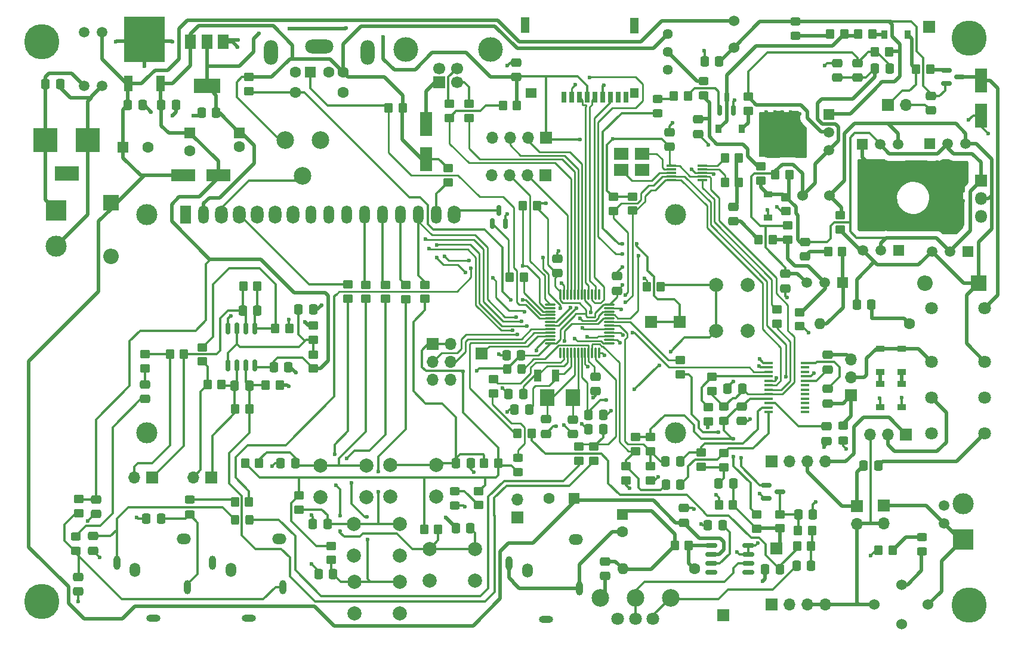
<source format=gbr>
%TF.GenerationSoftware,KiCad,Pcbnew,(6.0.11)*%
%TF.CreationDate,2023-06-15T21:51:14-05:00*%
%TF.ProjectId,LittleDX,4c697474-6c65-4445-982e-6b696361645f,rev?*%
%TF.SameCoordinates,Original*%
%TF.FileFunction,Copper,L1,Top*%
%TF.FilePolarity,Positive*%
%FSLAX46Y46*%
G04 Gerber Fmt 4.6, Leading zero omitted, Abs format (unit mm)*
G04 Created by KiCad (PCBNEW (6.0.11)) date 2023-06-15 21:51:14*
%MOMM*%
%LPD*%
G01*
G04 APERTURE LIST*
G04 Aperture macros list*
%AMRoundRect*
0 Rectangle with rounded corners*
0 $1 Rounding radius*
0 $2 $3 $4 $5 $6 $7 $8 $9 X,Y pos of 4 corners*
0 Add a 4 corners polygon primitive as box body*
4,1,4,$2,$3,$4,$5,$6,$7,$8,$9,$2,$3,0*
0 Add four circle primitives for the rounded corners*
1,1,$1+$1,$2,$3*
1,1,$1+$1,$4,$5*
1,1,$1+$1,$6,$7*
1,1,$1+$1,$8,$9*
0 Add four rect primitives between the rounded corners*
20,1,$1+$1,$2,$3,$4,$5,0*
20,1,$1+$1,$4,$5,$6,$7,0*
20,1,$1+$1,$6,$7,$8,$9,0*
20,1,$1+$1,$8,$9,$2,$3,0*%
G04 Aperture macros list end*
%TA.AperFunction,SMDPad,CuDef*%
%ADD10RoundRect,0.250000X0.337500X0.475000X-0.337500X0.475000X-0.337500X-0.475000X0.337500X-0.475000X0*%
%TD*%
%TA.AperFunction,SMDPad,CuDef*%
%ADD11RoundRect,0.250000X0.475000X-0.337500X0.475000X0.337500X-0.475000X0.337500X-0.475000X-0.337500X0*%
%TD*%
%TA.AperFunction,SMDPad,CuDef*%
%ADD12RoundRect,0.250000X-0.337500X-0.475000X0.337500X-0.475000X0.337500X0.475000X-0.337500X0.475000X0*%
%TD*%
%TA.AperFunction,ComponentPad*%
%ADD13R,1.600000X1.600000*%
%TD*%
%TA.AperFunction,ComponentPad*%
%ADD14C,1.600000*%
%TD*%
%TA.AperFunction,SMDPad,CuDef*%
%ADD15RoundRect,0.250000X-0.475000X0.337500X-0.475000X-0.337500X0.475000X-0.337500X0.475000X0.337500X0*%
%TD*%
%TA.AperFunction,ComponentPad*%
%ADD16R,2.200000X2.200000*%
%TD*%
%TA.AperFunction,ComponentPad*%
%ADD17O,2.200000X2.200000*%
%TD*%
%TA.AperFunction,SMDPad,CuDef*%
%ADD18RoundRect,0.250000X-0.450000X0.325000X-0.450000X-0.325000X0.450000X-0.325000X0.450000X0.325000X0*%
%TD*%
%TA.AperFunction,SMDPad,CuDef*%
%ADD19RoundRect,0.250000X0.450000X-0.325000X0.450000X0.325000X-0.450000X0.325000X-0.450000X-0.325000X0*%
%TD*%
%TA.AperFunction,SMDPad,CuDef*%
%ADD20R,3.500000X1.800000*%
%TD*%
%TA.AperFunction,SMDPad,CuDef*%
%ADD21R,1.800000X3.500000*%
%TD*%
%TA.AperFunction,ComponentPad*%
%ADD22R,3.000000X3.000000*%
%TD*%
%TA.AperFunction,ComponentPad*%
%ADD23C,3.000000*%
%TD*%
%TA.AperFunction,ComponentPad*%
%ADD24R,3.500000X3.500000*%
%TD*%
%TA.AperFunction,ComponentPad*%
%ADD25R,3.500000X2.000000*%
%TD*%
%TA.AperFunction,ComponentPad*%
%ADD26R,1.700000X1.700000*%
%TD*%
%TA.AperFunction,ComponentPad*%
%ADD27O,1.700000X1.700000*%
%TD*%
%TA.AperFunction,SMDPad,CuDef*%
%ADD28RoundRect,0.250000X-0.325000X-0.450000X0.325000X-0.450000X0.325000X0.450000X-0.325000X0.450000X0*%
%TD*%
%TA.AperFunction,ComponentPad*%
%ADD29R,1.520000X1.520000*%
%TD*%
%TA.AperFunction,ComponentPad*%
%ADD30C,1.520000*%
%TD*%
%TA.AperFunction,SMDPad,CuDef*%
%ADD31RoundRect,0.150000X-0.587500X-0.150000X0.587500X-0.150000X0.587500X0.150000X-0.587500X0.150000X0*%
%TD*%
%TA.AperFunction,ComponentPad*%
%ADD32C,2.000000*%
%TD*%
%TA.AperFunction,SMDPad,CuDef*%
%ADD33R,1.200000X2.200000*%
%TD*%
%TA.AperFunction,SMDPad,CuDef*%
%ADD34R,5.800000X6.400000*%
%TD*%
%TA.AperFunction,SMDPad,CuDef*%
%ADD35R,2.000000X2.400000*%
%TD*%
%TA.AperFunction,SMDPad,CuDef*%
%ADD36R,1.000000X1.800000*%
%TD*%
%TA.AperFunction,SMDPad,CuDef*%
%ADD37RoundRect,0.075000X0.075000X-0.662500X0.075000X0.662500X-0.075000X0.662500X-0.075000X-0.662500X0*%
%TD*%
%TA.AperFunction,SMDPad,CuDef*%
%ADD38RoundRect,0.075000X0.662500X-0.075000X0.662500X0.075000X-0.662500X0.075000X-0.662500X-0.075000X0*%
%TD*%
%TA.AperFunction,SMDPad,CuDef*%
%ADD39RoundRect,0.150000X0.675000X0.150000X-0.675000X0.150000X-0.675000X-0.150000X0.675000X-0.150000X0*%
%TD*%
%TA.AperFunction,SMDPad,CuDef*%
%ADD40R,1.500000X2.000000*%
%TD*%
%TA.AperFunction,SMDPad,CuDef*%
%ADD41R,3.800000X2.000000*%
%TD*%
%TA.AperFunction,ComponentPad*%
%ADD42C,2.500000*%
%TD*%
%TA.AperFunction,SMDPad,CuDef*%
%ADD43RoundRect,0.250000X-0.450000X0.350000X-0.450000X-0.350000X0.450000X-0.350000X0.450000X0.350000X0*%
%TD*%
%TA.AperFunction,SMDPad,CuDef*%
%ADD44RoundRect,0.250000X0.450000X-0.350000X0.450000X0.350000X-0.450000X0.350000X-0.450000X-0.350000X0*%
%TD*%
%TA.AperFunction,SMDPad,CuDef*%
%ADD45RoundRect,0.250000X0.350000X0.450000X-0.350000X0.450000X-0.350000X-0.450000X0.350000X-0.450000X0*%
%TD*%
%TA.AperFunction,SMDPad,CuDef*%
%ADD46RoundRect,0.250000X-0.350000X-0.450000X0.350000X-0.450000X0.350000X0.450000X-0.350000X0.450000X0*%
%TD*%
%TA.AperFunction,SMDPad,CuDef*%
%ADD47R,1.400000X0.300000*%
%TD*%
%TA.AperFunction,SMDPad,CuDef*%
%ADD48R,2.100000X1.800000*%
%TD*%
%TA.AperFunction,ComponentPad*%
%ADD49C,1.500000*%
%TD*%
%TA.AperFunction,ComponentPad*%
%ADD50C,1.800000*%
%TD*%
%TA.AperFunction,SMDPad,CuDef*%
%ADD51R,1.200000X0.900000*%
%TD*%
%TA.AperFunction,ComponentPad*%
%ADD52R,1.500000X1.500000*%
%TD*%
%TA.AperFunction,ComponentPad*%
%ADD53C,1.524000*%
%TD*%
%TA.AperFunction,SMDPad,CuDef*%
%ADD54RoundRect,0.150000X0.150000X-0.587500X0.150000X0.587500X-0.150000X0.587500X-0.150000X-0.587500X0*%
%TD*%
%TA.AperFunction,ComponentPad*%
%ADD55O,2.000000X3.500000*%
%TD*%
%TA.AperFunction,ComponentPad*%
%ADD56O,4.000000X2.000000*%
%TD*%
%TA.AperFunction,ComponentPad*%
%ADD57C,1.440000*%
%TD*%
%TA.AperFunction,ComponentPad*%
%ADD58C,5.000000*%
%TD*%
%TA.AperFunction,ComponentPad*%
%ADD59O,1.600000X1.600000*%
%TD*%
%TA.AperFunction,ComponentPad*%
%ADD60R,1.800000X1.800000*%
%TD*%
%TA.AperFunction,ComponentPad*%
%ADD61O,1.800000X1.800000*%
%TD*%
%TA.AperFunction,SMDPad,CuDef*%
%ADD62R,0.900000X1.200000*%
%TD*%
%TA.AperFunction,ComponentPad*%
%ADD63O,2.000000X1.000000*%
%TD*%
%TA.AperFunction,ComponentPad*%
%ADD64O,1.000000X2.000000*%
%TD*%
%TA.AperFunction,ComponentPad*%
%ADD65O,1.500000X2.000000*%
%TD*%
%TA.AperFunction,ComponentPad*%
%ADD66O,2.000000X1.500000*%
%TD*%
%TA.AperFunction,SMDPad,CuDef*%
%ADD67RoundRect,0.150000X-0.150000X0.675000X-0.150000X-0.675000X0.150000X-0.675000X0.150000X0.675000X0*%
%TD*%
%TA.AperFunction,SMDPad,CuDef*%
%ADD68RoundRect,0.250000X0.325000X0.450000X-0.325000X0.450000X-0.325000X-0.450000X0.325000X-0.450000X0*%
%TD*%
%TA.AperFunction,SMDPad,CuDef*%
%ADD69R,1.200000X0.400000*%
%TD*%
%TA.AperFunction,ComponentPad*%
%ADD70R,1.500000X2.600000*%
%TD*%
%TA.AperFunction,ComponentPad*%
%ADD71O,1.500000X2.600000*%
%TD*%
%TA.AperFunction,ComponentPad*%
%ADD72O,1.800000X2.600000*%
%TD*%
%TA.AperFunction,ComponentPad*%
%ADD73C,1.700000*%
%TD*%
%TA.AperFunction,ComponentPad*%
%ADD74C,3.500000*%
%TD*%
%TA.AperFunction,SMDPad,CuDef*%
%ADD75R,1.600000X1.400000*%
%TD*%
%TA.AperFunction,SMDPad,CuDef*%
%ADD76R,0.700000X1.600000*%
%TD*%
%TA.AperFunction,SMDPad,CuDef*%
%ADD77R,1.200000X1.400000*%
%TD*%
%TA.AperFunction,ViaPad*%
%ADD78C,0.600000*%
%TD*%
%TA.AperFunction,Conductor*%
%ADD79C,0.500000*%
%TD*%
%TA.AperFunction,Conductor*%
%ADD80C,0.350000*%
%TD*%
%TA.AperFunction,Conductor*%
%ADD81C,0.250000*%
%TD*%
G04 APERTURE END LIST*
D10*
%TO.P,C1,1*%
%TO.N,GND*%
X133625500Y-114046000D03*
%TO.P,C1,2*%
%TO.N,Net-(C1-Pad2)*%
X131550500Y-114046000D03*
%TD*%
D11*
%TO.P,C2,1*%
%TO.N,GND*%
X125476000Y-116727500D03*
%TO.P,C2,2*%
%TO.N,Net-(C2-Pad2)*%
X125476000Y-114652500D03*
%TD*%
%TO.P,C4,1*%
%TO.N,GND*%
X129300000Y-116747500D03*
%TO.P,C4,2*%
%TO.N,Net-(C4-Pad2)*%
X129300000Y-114672500D03*
%TD*%
D12*
%TO.P,C5,1*%
%TO.N,GND*%
X120187500Y-111100000D03*
%TO.P,C5,2*%
%TO.N,Net-(C5-Pad2)*%
X122262500Y-111100000D03*
%TD*%
D13*
%TO.P,C6,1*%
%TO.N,+5V*%
X75000000Y-74000000D03*
D14*
%TO.P,C6,2*%
%TO.N,GND*%
X75000000Y-76500000D03*
%TD*%
D12*
%TO.P,C8,1*%
%TO.N,GND*%
X121062500Y-113250000D03*
%TO.P,C8,2*%
%TO.N,Net-(C8-Pad2)*%
X123137500Y-113250000D03*
%TD*%
D15*
%TO.P,C9,1*%
%TO.N,Net-(C9-Pad1)*%
X132550000Y-108587500D03*
%TO.P,C9,2*%
%TO.N,GND*%
X132550000Y-110662500D03*
%TD*%
D12*
%TO.P,C10,1*%
%TO.N,GND*%
X87862500Y-120904000D03*
%TO.P,C10,2*%
%TO.N,Net-(C10-Pad2)*%
X89937500Y-120904000D03*
%TD*%
%TO.P,C11,1*%
%TO.N,GND*%
X93212500Y-136600000D03*
%TO.P,C11,2*%
%TO.N,Net-(C11-Pad2)*%
X95287500Y-136600000D03*
%TD*%
%TO.P,C12,1*%
%TO.N,GND*%
X119887500Y-105575000D03*
%TO.P,C12,2*%
%TO.N,+3.3V*%
X121962500Y-105575000D03*
%TD*%
D15*
%TO.P,C13,1*%
%TO.N,GND*%
X127110000Y-91832500D03*
%TO.P,C13,2*%
%TO.N,+3.3V*%
X127110000Y-93907500D03*
%TD*%
D10*
%TO.P,C15,1*%
%TO.N,Net-(C15-Pad1)*%
X150562500Y-129725000D03*
%TO.P,C15,2*%
%TO.N,GND*%
X148487500Y-129725000D03*
%TD*%
D12*
%TO.P,C16,1*%
%TO.N,GND*%
X92434500Y-129540000D03*
%TO.P,C16,2*%
%TO.N,Net-(C16-Pad2)*%
X94509500Y-129540000D03*
%TD*%
D10*
%TO.P,C17,1*%
%TO.N,GND*%
X114808000Y-120904000D03*
%TO.P,C17,2*%
%TO.N,Net-(C17-Pad2)*%
X112733000Y-120904000D03*
%TD*%
D13*
%TO.P,C19,1*%
%TO.N,Net-(C19-Pad1)*%
X136350000Y-128150000D03*
D14*
%TO.P,C19,2*%
%TO.N,SPKR*%
X136350000Y-130650000D03*
%TD*%
D11*
%TO.P,C20,1*%
%TO.N,GND*%
X159500000Y-96037500D03*
%TO.P,C20,2*%
%TO.N,Net-(C14-Pad1)*%
X159500000Y-93962500D03*
%TD*%
D15*
%TO.P,C21,1*%
%TO.N,GND*%
X135575000Y-94312500D03*
%TO.P,C21,2*%
%TO.N,+3.3V*%
X135575000Y-96387500D03*
%TD*%
D13*
%TO.P,C22,1*%
%TO.N,+3.3V*%
X82000000Y-73968208D03*
D14*
%TO.P,C22,2*%
%TO.N,GND*%
X82000000Y-75968208D03*
%TD*%
D10*
%TO.P,C25,1*%
%TO.N,+3.3V*%
X153362500Y-110275000D03*
%TO.P,C25,2*%
%TO.N,GND*%
X151287500Y-110275000D03*
%TD*%
D11*
%TO.P,C33,1*%
%TO.N,Net-(C33-Pad1)*%
X165450000Y-107587500D03*
%TO.P,C33,2*%
%TO.N,Net-(C33-Pad2)*%
X165450000Y-105512500D03*
%TD*%
D10*
%TO.P,C34,1*%
%TO.N,Net-(C34-Pad1)*%
X163135000Y-135440000D03*
%TO.P,C34,2*%
%TO.N,Net-(C34-Pad2)*%
X161060000Y-135440000D03*
%TD*%
D15*
%TO.P,C35,1*%
%TO.N,Net-(C35-Pad1)*%
X165450000Y-110337500D03*
%TO.P,C35,2*%
%TO.N,Net-(C35-Pad2)*%
X165450000Y-112412500D03*
%TD*%
D16*
%TO.P,D1,1,K*%
%TO.N,+12V*%
X63750000Y-83880000D03*
D17*
%TO.P,D1,2,A*%
%TO.N,GND*%
X63750000Y-91500000D03*
%TD*%
D18*
%TO.P,D2,1,K*%
%TO.N,Net-(D2-Pad1)*%
X121500000Y-120100000D03*
%TO.P,D2,2,A*%
%TO.N,+3.3V*%
X121500000Y-122150000D03*
%TD*%
D19*
%TO.P,D3,1,K*%
%TO.N,GND*%
X112575000Y-126900000D03*
%TO.P,D3,2,A*%
%TO.N,Net-(D3-Pad2)*%
X112575000Y-124850000D03*
%TD*%
D20*
%TO.P,D4,1,K*%
%TO.N,+12V*%
X74000000Y-80000000D03*
%TO.P,D4,2,A*%
%TO.N,+5V*%
X79000000Y-80000000D03*
%TD*%
D21*
%TO.P,D5,1,K*%
%TO.N,+5V*%
X108458000Y-77684000D03*
%TO.P,D5,2,A*%
%TO.N,Net-(D5-Pad2)*%
X108458000Y-72684000D03*
%TD*%
D22*
%TO.P,J1,1,Pin_1*%
%TO.N,Net-(C58-Pad1)*%
X56000000Y-85000000D03*
D23*
%TO.P,J1,2,Pin_2*%
%TO.N,Net-(C58-Pad2)*%
X56000000Y-90080000D03*
%TD*%
D24*
%TO.P,J2,1*%
%TO.N,Net-(C58-Pad2)*%
X60500000Y-75000000D03*
%TO.P,J2,2*%
%TO.N,Net-(C58-Pad1)*%
X54500000Y-75000000D03*
D25*
%TO.P,J2,3*%
%TO.N,unconnected-(J2-Pad3)*%
X57500000Y-79700000D03*
%TD*%
D26*
%TO.P,J5,1,Pin_1*%
%TO.N,+3.3V*%
X109400000Y-103975000D03*
D27*
%TO.P,J5,2,Pin_2*%
X111940000Y-103975000D03*
%TO.P,J5,3,Pin_3*%
%TO.N,Net-(J5-Pad3)*%
X109400000Y-106515000D03*
%TO.P,J5,4,Pin_4*%
%TO.N,Net-(J5-Pad4)*%
X111940000Y-106515000D03*
%TO.P,J5,5,Pin_5*%
%TO.N,GND*%
X109400000Y-109055000D03*
%TO.P,J5,6,Pin_6*%
X111940000Y-109055000D03*
%TD*%
D28*
%TO.P,L1,1,1*%
%TO.N,+3.3V*%
X119975000Y-107500000D03*
%TO.P,L1,2,2*%
%TO.N,Net-(C9-Pad1)*%
X122025000Y-107500000D03*
%TD*%
D19*
%TO.P,L2,1,1*%
%TO.N,Net-(C27-Pad1)*%
X150780000Y-114885000D03*
%TO.P,L2,2,2*%
%TO.N,+3.3V*%
X150780000Y-112835000D03*
%TD*%
D18*
%TO.P,L3,1,1*%
%TO.N,Net-(C35-Pad2)*%
X167700000Y-115575000D03*
%TO.P,L3,2,2*%
%TO.N,GND*%
X167700000Y-117625000D03*
%TD*%
D19*
%TO.P,L9,1,1*%
%TO.N,TRANSMIT*%
X141320000Y-71175000D03*
%TO.P,L9,2,2*%
%TO.N,Net-(L9-Pad2)*%
X141320000Y-69125000D03*
%TD*%
D29*
%TO.P,Q3,1,S*%
%TO.N,GND*%
X170350000Y-75630000D03*
D30*
%TO.P,Q3,2,G*%
%TO.N,Net-(C23-Pad2)*%
X172890000Y-75630000D03*
%TO.P,Q3,3,D*%
%TO.N,AMPOUT*%
X175430000Y-75630000D03*
%TD*%
D31*
%TO.P,Q4,1,B*%
%TO.N,Net-(Q4-Pad1)*%
X156792500Y-123990000D03*
%TO.P,Q4,2,E*%
%TO.N,GND*%
X156792500Y-125890000D03*
%TO.P,Q4,3,C*%
%TO.N,Net-(C18-Pad1)*%
X158667500Y-124940000D03*
%TD*%
D32*
%TO.P,SW1,1,1*%
%TO.N,GND*%
X154142000Y-102056000D03*
X154142000Y-95556000D03*
%TO.P,SW1,2,2*%
%TO.N,Net-(C1-Pad2)*%
X149642000Y-102056000D03*
X149642000Y-95556000D03*
%TD*%
%TO.P,SW2,1,1*%
%TO.N,Net-(C10-Pad2)*%
X100024000Y-121194000D03*
X93524000Y-121194000D03*
%TO.P,SW2,2,2*%
%TO.N,GND*%
X100024000Y-125694000D03*
X93524000Y-125694000D03*
%TD*%
%TO.P,SW3,1,1*%
%TO.N,Net-(C16-Pad2)*%
X104775000Y-129525000D03*
X98275000Y-129525000D03*
%TO.P,SW3,2,2*%
%TO.N,GND*%
X98275000Y-134025000D03*
X104775000Y-134025000D03*
%TD*%
%TO.P,SW4,1,1*%
%TO.N,Net-(C17-Pad2)*%
X103430000Y-121158000D03*
X109930000Y-121158000D03*
%TO.P,SW4,2,2*%
%TO.N,GND*%
X109930000Y-125658000D03*
X103430000Y-125658000D03*
%TD*%
%TO.P,SW5,1,1*%
%TO.N,Net-(C11-Pad2)*%
X104798000Y-137704000D03*
X98298000Y-137704000D03*
%TO.P,SW5,2,2*%
%TO.N,GND*%
X104798000Y-142204000D03*
X98298000Y-142204000D03*
%TD*%
D33*
%TO.P,U2,1,VI*%
%TO.N,+12V*%
X66245000Y-66975000D03*
D34*
%TO.P,U2,2,GND*%
%TO.N,GND*%
X68525000Y-60675000D03*
D33*
%TO.P,U2,3,VO*%
%TO.N,+5V*%
X70805000Y-66975000D03*
%TD*%
D35*
%TO.P,Y1,1,1*%
%TO.N,Net-(C4-Pad2)*%
X129340000Y-111560000D03*
%TO.P,Y1,2,2*%
%TO.N,Net-(C2-Pad2)*%
X125640000Y-111560000D03*
%TD*%
D36*
%TO.P,Y2,1,1*%
%TO.N,Net-(C8-Pad2)*%
X126860000Y-108440000D03*
%TO.P,Y2,2,2*%
%TO.N,Net-(C5-Pad2)*%
X124360000Y-108440000D03*
%TD*%
D37*
%TO.P,U1,1,VBAT*%
%TO.N,unconnected-(U1-Pad1)*%
X127552000Y-105254500D03*
%TO.P,U1,2,PC13*%
%TO.N,Net-(R1-Pad1)*%
X128052000Y-105254500D03*
%TO.P,U1,3,PC14*%
%TO.N,Net-(C5-Pad2)*%
X128552000Y-105254500D03*
%TO.P,U1,4,PC15*%
%TO.N,Net-(C8-Pad2)*%
X129052000Y-105254500D03*
%TO.P,U1,5,PD0*%
%TO.N,Net-(C2-Pad2)*%
X129552000Y-105254500D03*
%TO.P,U1,6,PD1*%
%TO.N,Net-(C4-Pad2)*%
X130052000Y-105254500D03*
%TO.P,U1,7,NRST*%
%TO.N,Net-(C1-Pad2)*%
X130552000Y-105254500D03*
%TO.P,U1,8,VSSA*%
%TO.N,GND*%
X131052000Y-105254500D03*
%TO.P,U1,9,VDDA*%
%TO.N,Net-(C9-Pad1)*%
X131552000Y-105254500D03*
%TO.P,U1,10,PA0*%
%TO.N,LCH*%
X132052000Y-105254500D03*
%TO.P,U1,11,PA1*%
%TO.N,MICPADDLE*%
X132552000Y-105254500D03*
%TO.P,U1,12,PA2*%
%TO.N,DB4*%
X133052000Y-105254500D03*
D38*
%TO.P,U1,13,PA3*%
%TO.N,DB5*%
X134464500Y-103842000D03*
%TO.P,U1,14,PA4*%
%TO.N,DB6*%
X134464500Y-103342000D03*
%TO.P,U1,15,PA5*%
%TO.N,DB7*%
X134464500Y-102842000D03*
%TO.P,U1,16,PA6*%
%TO.N,TRANSMIT*%
X134464500Y-102342000D03*
%TO.P,U1,17,PA7*%
%TO.N,E*%
X134464500Y-101842000D03*
%TO.P,U1,18,PB0*%
%TO.N,RCH*%
X134464500Y-101342000D03*
%TO.P,U1,19,PB1*%
%TO.N,MUTE*%
X134464500Y-100842000D03*
%TO.P,U1,20,PB2*%
%TO.N,Net-(J5-Pad3)*%
X134464500Y-100342000D03*
%TO.P,U1,21,PB10*%
%TO.N,CS*%
X134464500Y-99842000D03*
%TO.P,U1,22,PB11*%
%TO.N,RS*%
X134464500Y-99342000D03*
%TO.P,U1,23,VSS*%
%TO.N,GND*%
X134464500Y-98842000D03*
%TO.P,U1,24,VDD*%
%TO.N,+3.3V*%
X134464500Y-98342000D03*
D37*
%TO.P,U1,25,PB12*%
%TO.N,unconnected-(U1-Pad25)*%
X133052000Y-96929500D03*
%TO.P,U1,26,PB13*%
%TO.N,SCK*%
X132552000Y-96929500D03*
%TO.P,U1,27,PB14*%
%TO.N,MISO*%
X132052000Y-96929500D03*
%TO.P,U1,28,PB15*%
%TO.N,MOSI*%
X131552000Y-96929500D03*
%TO.P,U1,29,PA8*%
%TO.N,RADIORESET*%
X131052000Y-96929500D03*
%TO.P,U1,30,PA9*%
%TO.N,TXD*%
X130552000Y-96929500D03*
%TO.P,U1,31,PA10*%
%TO.N,RXD*%
X130052000Y-96929500D03*
%TO.P,U1,32,PA11*%
%TO.N,Net-(R9-Pad1)*%
X129552000Y-96929500D03*
%TO.P,U1,33,PA12*%
%TO.N,Net-(R15-Pad2)*%
X129052000Y-96929500D03*
%TO.P,U1,34,PA13*%
%TO.N,Net-(J25-Pad2)*%
X128552000Y-96929500D03*
%TO.P,U1,35,VSS*%
%TO.N,GND*%
X128052000Y-96929500D03*
%TO.P,U1,36,VDD*%
%TO.N,+3.3V*%
X127552000Y-96929500D03*
D38*
%TO.P,U1,37,PA14*%
%TO.N,Net-(J25-Pad3)*%
X126139500Y-98342000D03*
%TO.P,U1,38,PA15*%
%TO.N,PTT*%
X126139500Y-98842000D03*
%TO.P,U1,39,PB3*%
%TO.N,BACKL*%
X126139500Y-99342000D03*
%TO.P,U1,40,PB4*%
%TO.N,PS2CLK*%
X126139500Y-99842000D03*
%TO.P,U1,41,PB5*%
%TO.N,PS2DATA*%
X126139500Y-100342000D03*
%TO.P,U1,42,PB6*%
%TO.N,SCL*%
X126139500Y-100842000D03*
%TO.P,U1,43,PB7*%
%TO.N,SDA*%
X126139500Y-101342000D03*
%TO.P,U1,44,BOOT0*%
%TO.N,Net-(J5-Pad4)*%
X126139500Y-101842000D03*
%TO.P,U1,45,PB8*%
%TO.N,BEEPOUT*%
X126139500Y-102342000D03*
%TO.P,U1,46,PB9*%
%TO.N,Net-(J9-Pad1)*%
X126139500Y-102842000D03*
%TO.P,U1,47,VSS*%
%TO.N,GND*%
X126139500Y-103342000D03*
%TO.P,U1,48,VDD*%
%TO.N,+3.3V*%
X126139500Y-103842000D03*
%TD*%
D26*
%TO.P,J9,1,Pin_1*%
%TO.N,Net-(J9-Pad1)*%
X116375000Y-105325000D03*
%TD*%
D11*
%TO.P,C37,1*%
%TO.N,+12V*%
X145075000Y-129337500D03*
%TO.P,C37,2*%
%TO.N,GND*%
X145075000Y-127262500D03*
%TD*%
D39*
%TO.P,U3,1*%
%TO.N,unconnected-(U3-Pad1)*%
X154205000Y-136415000D03*
%TO.P,U3,2,-*%
%TO.N,Net-(RV1-Pad2)*%
X154205000Y-135145000D03*
%TO.P,U3,3,+*%
%TO.N,GND*%
X154205000Y-133875000D03*
%TO.P,U3,4,Gnd*%
X154205000Y-132605000D03*
%TO.P,U3,5*%
%TO.N,Net-(L10-Pad1)*%
X148955000Y-132605000D03*
%TO.P,U3,6,V+*%
%TO.N,+12V*%
X148955000Y-133875000D03*
%TO.P,U3,7*%
%TO.N,Net-(C15-Pad1)*%
X148955000Y-135145000D03*
%TO.P,U3,8*%
%TO.N,unconnected-(U3-Pad8)*%
X148955000Y-136415000D03*
%TD*%
D40*
%TO.P,U4,1,GND*%
%TO.N,GND*%
X79680000Y-61020000D03*
%TO.P,U4,2,VO*%
%TO.N,+3.3V*%
X77380000Y-61020000D03*
D41*
X77380000Y-67320000D03*
D40*
%TO.P,U4,3,VI*%
%TO.N,+5V*%
X75080000Y-61020000D03*
%TD*%
D29*
%TO.P,Q5,1,S*%
%TO.N,GND*%
X185340000Y-90830000D03*
D30*
%TO.P,Q5,2,G*%
%TO.N,Net-(C23-Pad2)*%
X182800000Y-90830000D03*
%TO.P,Q5,3,D*%
%TO.N,AMPOUT*%
X180260000Y-90830000D03*
%TD*%
D29*
%TO.P,Q6,1,S*%
%TO.N,GND*%
X175560000Y-90680000D03*
D30*
%TO.P,Q6,2,G*%
%TO.N,Net-(C23-Pad2)*%
X173020000Y-90680000D03*
%TO.P,Q6,3,D*%
%TO.N,AMPOUT*%
X170480000Y-90680000D03*
%TD*%
D29*
%TO.P,Q7,1,S*%
%TO.N,GND*%
X179960000Y-75520000D03*
D30*
%TO.P,Q7,2,G*%
%TO.N,Net-(C23-Pad2)*%
X182500000Y-75520000D03*
%TO.P,Q7,3,D*%
%TO.N,AMPOUT*%
X185040000Y-75520000D03*
%TD*%
D12*
%TO.P,C14,1*%
%TO.N,Net-(C14-Pad1)*%
X172162500Y-64800000D03*
%TO.P,C14,2*%
%TO.N,Net-(C14-Pad2)*%
X174237500Y-64800000D03*
%TD*%
D42*
%TO.P,RV3,1,1*%
%TO.N,GND*%
X93500000Y-75000000D03*
%TO.P,RV3,2,2*%
%TO.N,Net-(DS1-Pad3)*%
X91000000Y-80040000D03*
%TO.P,RV3,3,3*%
%TO.N,+5V*%
X88500000Y-75000000D03*
%TD*%
D10*
%TO.P,C42,1*%
%TO.N,+3.3V*%
X78727500Y-71140000D03*
%TO.P,C42,2*%
%TO.N,GND*%
X76652500Y-71140000D03*
%TD*%
D26*
%TO.P,JP3,1,A*%
%TO.N,Net-(C35-Pad2)*%
X168810000Y-111250000D03*
D27*
%TO.P,JP3,2,C*%
%TO.N,RF*%
X168810000Y-108710000D03*
%TO.P,JP3,3,B*%
%TO.N,Net-(C33-Pad2)*%
X168810000Y-106170000D03*
%TD*%
D43*
%TO.P,R1,1*%
%TO.N,Net-(R1-Pad1)*%
X118025000Y-108950000D03*
%TO.P,R1,2*%
%TO.N,Net-(D2-Pad1)*%
X118025000Y-110950000D03*
%TD*%
D44*
%TO.P,R2,1*%
%TO.N,Net-(DS1-Pad15)*%
X111590000Y-81000000D03*
%TO.P,R2,2*%
%TO.N,+5V*%
X111590000Y-79000000D03*
%TD*%
%TO.P,R3,1*%
%TO.N,Net-(C11-Pad2)*%
X102700000Y-97550000D03*
%TO.P,R3,2*%
%TO.N,DB5*%
X102700000Y-95550000D03*
%TD*%
D43*
%TO.P,R4,1*%
%TO.N,+3.3V*%
X115975000Y-124850000D03*
%TO.P,R4,2*%
%TO.N,Net-(D3-Pad2)*%
X115975000Y-126850000D03*
%TD*%
D45*
%TO.P,R6,1*%
%TO.N,Net-(C10-Pad2)*%
X84820000Y-120904000D03*
%TO.P,R6,2*%
%TO.N,+3.3V*%
X82820000Y-120904000D03*
%TD*%
%TO.P,R7,1*%
%TO.N,+3.3V*%
X121396000Y-70104000D03*
%TO.P,R7,2*%
%TO.N,Net-(R15-Pad2)*%
X119396000Y-70104000D03*
%TD*%
D46*
%TO.P,R8,1*%
%TO.N,Net-(C14-Pad2)*%
X172200000Y-62500000D03*
%TO.P,R8,2*%
%TO.N,Net-(C31-Pad2)*%
X174200000Y-62500000D03*
%TD*%
D44*
%TO.P,R9,1*%
%TO.N,Net-(R9-Pad1)*%
X114554000Y-71866000D03*
%TO.P,R9,2*%
%TO.N,Net-(J26-Pad2)*%
X114554000Y-69866000D03*
%TD*%
D46*
%TO.P,R11,1*%
%TO.N,Net-(C19-Pad1)*%
X143780000Y-132588000D03*
%TO.P,R11,2*%
%TO.N,Net-(L10-Pad1)*%
X145780000Y-132588000D03*
%TD*%
D44*
%TO.P,R12,1*%
%TO.N,Net-(C16-Pad2)*%
X90424000Y-127492000D03*
%TO.P,R12,2*%
%TO.N,+3.3V*%
X90424000Y-125492000D03*
%TD*%
D46*
%TO.P,R13,1*%
%TO.N,Net-(C17-Pad2)*%
X116700000Y-120925000D03*
%TO.P,R13,2*%
%TO.N,+3.3V*%
X118700000Y-120925000D03*
%TD*%
D43*
%TO.P,R14,1*%
%TO.N,Net-(C14-Pad2)*%
X154178000Y-68850000D03*
%TO.P,R14,2*%
%TO.N,Net-(D18-Pad2)*%
X154178000Y-70850000D03*
%TD*%
%TO.P,R15,1*%
%TO.N,Net-(J26-Pad3)*%
X111760000Y-69866000D03*
%TO.P,R15,2*%
%TO.N,Net-(R15-Pad2)*%
X111760000Y-71866000D03*
%TD*%
D44*
%TO.P,R16,1*%
%TO.N,+3.3V*%
X149075000Y-110650000D03*
%TO.P,R16,2*%
%TO.N,Net-(R16-Pad2)*%
X149075000Y-108650000D03*
%TD*%
%TO.P,R17,1*%
%TO.N,Net-(R17-Pad1)*%
X158242000Y-101076000D03*
%TO.P,R17,2*%
%TO.N,CLK2*%
X158242000Y-99076000D03*
%TD*%
%TO.P,R18,1*%
%TO.N,SDA*%
X137750000Y-85025000D03*
%TO.P,R18,2*%
%TO.N,+3.3V*%
X137750000Y-83025000D03*
%TD*%
D43*
%TO.P,R19,1*%
%TO.N,Net-(C27-Pad1)*%
X140350000Y-117200000D03*
%TO.P,R19,2*%
%TO.N,RCH*%
X140350000Y-119200000D03*
%TD*%
D45*
%TO.P,R20,1*%
%TO.N,Net-(Q9-Pad2)*%
X157667200Y-89128600D03*
%TO.P,R20,2*%
%TO.N,Net-(C56-Pad1)*%
X155667200Y-89128600D03*
%TD*%
D43*
%TO.P,R21,1*%
%TO.N,RCH*%
X140300000Y-121325000D03*
%TO.P,R21,2*%
%TO.N,GND*%
X140300000Y-123325000D03*
%TD*%
%TO.P,R23,1*%
%TO.N,LCH*%
X136850000Y-121325000D03*
%TO.P,R23,2*%
%TO.N,GND*%
X136850000Y-123325000D03*
%TD*%
D44*
%TO.P,R29,1*%
%TO.N,Net-(C10-Pad2)*%
X99940000Y-97540000D03*
%TO.P,R29,2*%
%TO.N,DB4*%
X99940000Y-95540000D03*
%TD*%
%TO.P,R30,1*%
%TO.N,Net-(Q4-Pad1)*%
X144600000Y-108270000D03*
%TO.P,R30,2*%
%TO.N,MUTE*%
X144600000Y-106270000D03*
%TD*%
D46*
%TO.P,R31,1*%
%TO.N,Net-(C60-Pad2)*%
X161130000Y-132630000D03*
%TO.P,R31,2*%
%TO.N,Net-(C34-Pad1)*%
X163130000Y-132630000D03*
%TD*%
D44*
%TO.P,R32,1*%
%TO.N,AUDIO*%
X158730000Y-130130000D03*
%TO.P,R32,2*%
%TO.N,Net-(C18-Pad1)*%
X158730000Y-128130000D03*
%TD*%
%TO.P,R33,1*%
%TO.N,Net-(C11-Pad2)*%
X94996000Y-134620000D03*
%TO.P,R33,2*%
%TO.N,+3.3V*%
X94996000Y-132620000D03*
%TD*%
D46*
%TO.P,R34,1*%
%TO.N,Net-(C18-Pad1)*%
X161280000Y-130430000D03*
%TO.P,R34,2*%
%TO.N,Net-(C34-Pad1)*%
X163280000Y-130430000D03*
%TD*%
D44*
%TO.P,R46,1*%
%TO.N,Net-(C17-Pad2)*%
X108360000Y-97530000D03*
%TO.P,R46,2*%
%TO.N,DB7*%
X108360000Y-95530000D03*
%TD*%
%TO.P,R47,1*%
%TO.N,Net-(C16-Pad2)*%
X105610000Y-97560000D03*
%TO.P,R47,2*%
%TO.N,DB6*%
X105610000Y-95560000D03*
%TD*%
%TO.P,R24,1*%
%TO.N,Net-(C40-Pad1)*%
X150775000Y-121450000D03*
%TO.P,R24,2*%
%TO.N,Net-(C28-Pad1)*%
X150775000Y-119450000D03*
%TD*%
D10*
%TO.P,C44,1*%
%TO.N,GND*%
X68267500Y-70000000D03*
%TO.P,C44,2*%
%TO.N,+12V*%
X66192500Y-70000000D03*
%TD*%
D26*
%TO.P,JP4,1,1*%
%TO.N,Net-(C26-Pad2)*%
X169660000Y-126990000D03*
D27*
%TO.P,JP4,2,2*%
%TO.N,Net-(J18-Pad3)*%
X169660000Y-129530000D03*
%TD*%
D15*
%TO.P,C47,1*%
%TO.N,GND*%
X143030000Y-73892500D03*
%TO.P,C47,2*%
%TO.N,+3.3V*%
X143030000Y-75967500D03*
%TD*%
D44*
%TO.P,R35,1*%
%TO.N,SCL*%
X135075000Y-85050000D03*
%TO.P,R35,2*%
%TO.N,+3.3V*%
X135075000Y-83050000D03*
%TD*%
D43*
%TO.P,R48,1*%
%TO.N,Net-(R16-Pad2)*%
X148520000Y-112930000D03*
%TO.P,R48,2*%
%TO.N,GND*%
X148520000Y-114930000D03*
%TD*%
D46*
%TO.P,R49,1*%
%TO.N,Net-(R49-Pad1)*%
X150892000Y-77550000D03*
%TO.P,R49,2*%
%TO.N,Net-(C56-Pad2)*%
X152892000Y-77550000D03*
%TD*%
%TO.P,R50,1*%
%TO.N,Net-(R50-Pad1)*%
X150892000Y-80975000D03*
%TO.P,R50,2*%
%TO.N,Net-(C56-Pad2)*%
X152892000Y-80975000D03*
%TD*%
D47*
%TO.P,U6,1,Vdd*%
%TO.N,+3.3V*%
X143290000Y-78670000D03*
%TO.P,U6,2,XA*%
%TO.N,Net-(U6-Pad2)*%
X143290000Y-79170000D03*
%TO.P,U6,3,XB*%
%TO.N,Net-(U6-Pad3)*%
X143290000Y-79670000D03*
%TO.P,U6,4,SCL*%
%TO.N,SCL*%
X143290000Y-80170000D03*
%TO.P,U6,5,SDA*%
%TO.N,SDA*%
X143290000Y-80670000D03*
%TO.P,U6,6,CLK2*%
%TO.N,CLK2*%
X147690000Y-80670000D03*
%TO.P,U6,7,VDDO*%
%TO.N,+3.3V*%
X147690000Y-80170000D03*
%TO.P,U6,8,GND*%
%TO.N,GND*%
X147690000Y-79670000D03*
%TO.P,U6,9,CLK1*%
%TO.N,Net-(R50-Pad1)*%
X147690000Y-79170000D03*
%TO.P,U6,10,CLK0*%
%TO.N,Net-(R49-Pad1)*%
X147690000Y-78670000D03*
%TD*%
D48*
%TO.P,Y3,1,1*%
%TO.N,Net-(U6-Pad3)*%
X136218000Y-79248000D03*
%TO.P,Y3,2,2*%
%TO.N,unconnected-(Y3-Pad2)*%
X139118000Y-79248000D03*
%TO.P,Y3,3,3*%
%TO.N,Net-(U6-Pad2)*%
X139118000Y-76948000D03*
%TO.P,Y3,4,4*%
%TO.N,unconnected-(Y3-Pad4)*%
X136218000Y-76948000D03*
%TD*%
D49*
%TO.P,J12,1,In*%
%TO.N,Net-(J12-Pad1)*%
X181945000Y-129425000D03*
D22*
X184673000Y-131711000D03*
D49*
%TO.P,J12,2,Ext*%
%TO.N,GND*%
X181945000Y-126885000D03*
D23*
X184673000Y-126631000D03*
%TD*%
D50*
%TO.P,RLY1,1,Coil*%
%TO.N,TXRELAY*%
X187775000Y-98845000D03*
%TO.P,RLY1,2,Pole*%
%TO.N,AMPOUT*%
X187775000Y-106465000D03*
%TO.P,RLY1,3,NC*%
%TO.N,Net-(RLY1-Pad3)*%
X187775000Y-111545000D03*
%TO.P,RLY1,4,NO*%
%TO.N,Net-(C26-Pad1)*%
X187775000Y-116625000D03*
%TO.P,RLY1,5,Coil*%
%TO.N,GND*%
X180175000Y-98845000D03*
%TO.P,RLY1,6,Pole*%
%TO.N,RF*%
X180175000Y-106465000D03*
%TO.P,RLY1,7,NC*%
%TO.N,Net-(JP7-Pad2)*%
X180175000Y-111545000D03*
%TO.P,RLY1,8,NO*%
%TO.N,unconnected-(RLY1-Pad8)*%
X180175000Y-116625000D03*
%TD*%
D15*
%TO.P,C30,1*%
%TO.N,Net-(C30-Pad1)*%
X165325000Y-115650000D03*
%TO.P,C30,2*%
%TO.N,GND*%
X165325000Y-117725000D03*
%TD*%
D51*
%TO.P,D9,1,K*%
%TO.N,RF*%
X175975000Y-104650000D03*
%TO.P,D9,2,A*%
%TO.N,Net-(D11-Pad1)*%
X175975000Y-107950000D03*
%TD*%
D46*
%TO.P,R5,1*%
%TO.N,+3.3V*%
X139800000Y-95850000D03*
%TO.P,R5,2*%
%TO.N,Net-(C1-Pad2)*%
X141800000Y-95850000D03*
%TD*%
D43*
%TO.P,R22,1*%
%TO.N,Net-(C27-Pad1)*%
X138176000Y-117175000D03*
%TO.P,R22,2*%
%TO.N,LCH*%
X138176000Y-119175000D03*
%TD*%
D44*
%TO.P,R25,1*%
%TO.N,Net-(C40-Pad1)*%
X147550000Y-121375000D03*
%TO.P,R25,2*%
%TO.N,Net-(C39-Pad1)*%
X147550000Y-119375000D03*
%TD*%
D52*
%TO.P,Q8,1,E*%
%TO.N,Net-(C31-Pad2)*%
X165608000Y-71374000D03*
D49*
%TO.P,Q8,2,B*%
%TO.N,Net-(C14-Pad2)*%
X165608000Y-73914000D03*
%TO.P,Q8,3,C*%
%TO.N,Net-(C14-Pad1)*%
X165608000Y-76454000D03*
%TD*%
D46*
%TO.P,R38,1*%
%TO.N,Net-(D18-Pad1)*%
X169790000Y-59950000D03*
%TO.P,R38,2*%
%TO.N,Net-(D15-Pad1)*%
X171790000Y-59950000D03*
%TD*%
D45*
%TO.P,R39,1*%
%TO.N,Net-(Q13-Pad1)*%
X180000000Y-64900000D03*
%TO.P,R39,2*%
%TO.N,Net-(D15-Pad2)*%
X178000000Y-64900000D03*
%TD*%
D26*
%TO.P,JP1,1,1*%
%TO.N,Net-(D15-Pad2)*%
X174030000Y-70000000D03*
D27*
%TO.P,JP1,2,2*%
%TO.N,Net-(C31-Pad1)*%
X176570000Y-70000000D03*
%TD*%
D10*
%TO.P,C39,1*%
%TO.N,Net-(C39-Pad1)*%
X144547500Y-120650000D03*
%TO.P,C39,2*%
%TO.N,RCH*%
X142472500Y-120650000D03*
%TD*%
D26*
%TO.P,JP2,1,1*%
%TO.N,Net-(J12-Pad1)*%
X173430000Y-126910000D03*
D27*
%TO.P,JP2,2,2*%
%TO.N,Net-(J18-Pad3)*%
X173430000Y-129450000D03*
%TD*%
D53*
%TO.P,T3,1,RF*%
%TO.N,Net-(J18-Pad3)*%
X172085000Y-140970000D03*
%TO.P,T3,2,RF*%
%TO.N,Net-(J12-Pad1)*%
X179705000Y-140970000D03*
%TO.P,T3,3,SAMPLE*%
%TO.N,GND*%
X175958500Y-143764000D03*
%TO.P,T3,4,SAMPLE*%
%TO.N,Net-(D16-Pad2)*%
X175958500Y-138176000D03*
%TD*%
D18*
%TO.P,D16,1,K*%
%TO.N,Net-(D16-Pad1)*%
X178850000Y-131360000D03*
%TO.P,D16,2,A*%
%TO.N,Net-(D16-Pad2)*%
X178850000Y-133410000D03*
%TD*%
D45*
%TO.P,R28,1*%
%TO.N,Net-(D16-Pad1)*%
X174660000Y-133250000D03*
%TO.P,R28,2*%
%TO.N,GND*%
X172660000Y-133250000D03*
%TD*%
D51*
%TO.P,D17,1,K*%
%TO.N,Net-(C23-Pad2)*%
X157000000Y-82675000D03*
%TO.P,D17,2,A*%
%TO.N,GND*%
X157000000Y-85975000D03*
%TD*%
D29*
%TO.P,Q9,1,S*%
%TO.N,Net-(Q9-Pad1)*%
X167575000Y-95250000D03*
D30*
%TO.P,Q9,2,G*%
%TO.N,Net-(Q9-Pad2)*%
X165035000Y-95250000D03*
%TO.P,Q9,3,D*%
%TO.N,Net-(C14-Pad1)*%
X162495000Y-95250000D03*
%TD*%
D12*
%TO.P,C46,1*%
%TO.N,GND*%
X148012500Y-63810000D03*
%TO.P,C46,2*%
%TO.N,Net-(C31-Pad2)*%
X150087500Y-63810000D03*
%TD*%
D45*
%TO.P,R51,1*%
%TO.N,Net-(Q9-Pad1)*%
X167525000Y-90800000D03*
%TO.P,R51,2*%
%TO.N,Net-(C23-Pad1)*%
X165525000Y-90800000D03*
%TD*%
D43*
%TO.P,R52,1*%
%TO.N,Net-(C14-Pad1)*%
X159766000Y-87138000D03*
%TO.P,R52,2*%
%TO.N,Net-(Q9-Pad2)*%
X159766000Y-89138000D03*
%TD*%
D15*
%TO.P,C24,1*%
%TO.N,GND*%
X166830000Y-64032500D03*
%TO.P,C24,2*%
%TO.N,Net-(C14-Pad1)*%
X166830000Y-66107500D03*
%TD*%
D45*
%TO.P,R53,1*%
%TO.N,Net-(C23-Pad2)*%
X160050000Y-79875000D03*
%TO.P,R53,2*%
%TO.N,Net-(C14-Pad1)*%
X158050000Y-79875000D03*
%TD*%
D11*
%TO.P,C56,1*%
%TO.N,Net-(C56-Pad1)*%
X152100000Y-86537500D03*
%TO.P,C56,2*%
%TO.N,Net-(C56-Pad2)*%
X152100000Y-84462500D03*
%TD*%
D26*
%TO.P,JP7,1,1*%
%TO.N,Net-(J17-Pad4)*%
X176560000Y-116780000D03*
D27*
%TO.P,JP7,2,2*%
%TO.N,Net-(JP7-Pad2)*%
X174020000Y-116780000D03*
%TO.P,JP7,3,3*%
%TO.N,Net-(J18-Pad3)*%
X171480000Y-116780000D03*
%TD*%
D54*
%TO.P,Q12,1,B*%
%TO.N,Net-(Q12-Pad1)*%
X150180000Y-70787500D03*
%TO.P,Q12,2,E*%
%TO.N,GND*%
X152080000Y-70787500D03*
%TO.P,Q12,3,C*%
%TO.N,Net-(D18-Pad1)*%
X151130000Y-68912500D03*
%TD*%
D31*
%TO.P,Q13,1,B*%
%TO.N,Net-(Q13-Pad1)*%
X182312500Y-65050000D03*
%TO.P,Q13,2,E*%
%TO.N,Net-(C31-Pad2)*%
X182312500Y-66950000D03*
%TO.P,Q13,3,C*%
%TO.N,TXRELAY*%
X184187500Y-66000000D03*
%TD*%
D46*
%TO.P,R65,1*%
%TO.N,Net-(L9-Pad2)*%
X143670000Y-68760000D03*
%TO.P,R65,2*%
%TO.N,Net-(Q12-Pad1)*%
X145670000Y-68760000D03*
%TD*%
D43*
%TO.P,R66,1*%
%TO.N,Net-(Q9-Pad2)*%
X161525000Y-99425000D03*
%TO.P,R66,2*%
%TO.N,GND*%
X161525000Y-101425000D03*
%TD*%
D44*
%TO.P,R67,1*%
%TO.N,GND*%
X159550000Y-85100000D03*
%TO.P,R67,2*%
%TO.N,Net-(C23-Pad2)*%
X159550000Y-83100000D03*
%TD*%
D13*
%TO.P,P1,1,1*%
%TO.N,PS2DATA*%
X92050000Y-65380000D03*
D14*
%TO.P,P1,2,2*%
%TO.N,unconnected-(P1-Pad2)*%
X94650000Y-65380000D03*
%TO.P,P1,3,3*%
%TO.N,GND*%
X89950000Y-65380000D03*
%TO.P,P1,4,4*%
%TO.N,+5V*%
X96750000Y-65380000D03*
%TO.P,P1,5,5*%
%TO.N,PS2CLK*%
X89950000Y-68180000D03*
%TO.P,P1,6*%
%TO.N,unconnected-(P1-Pad6)*%
X96750000Y-68180000D03*
D55*
%TO.P,P1,7,Shell*%
%TO.N,GND*%
X86500000Y-62530000D03*
X100200000Y-62530000D03*
D56*
X93350000Y-61730000D03*
%TD*%
D44*
%TO.P,R64,1*%
%TO.N,PS2CLK*%
X83312000Y-68056000D03*
%TO.P,R64,2*%
%TO.N,+5V*%
X83312000Y-66056000D03*
%TD*%
D45*
%TO.P,R70,1*%
%TO.N,+5V*%
X105150000Y-70440000D03*
%TO.P,R70,2*%
%TO.N,PS2DATA*%
X103150000Y-70440000D03*
%TD*%
D19*
%TO.P,D19,1,K*%
%TO.N,Net-(D19-Pad1)*%
X160880000Y-60207000D03*
%TO.P,D19,2,A*%
%TO.N,Net-(C31-Pad2)*%
X160880000Y-58157000D03*
%TD*%
D45*
%TO.P,R71,1*%
%TO.N,Net-(D18-Pad1)*%
X167810000Y-59930000D03*
%TO.P,R71,2*%
%TO.N,Net-(D19-Pad1)*%
X165810000Y-59930000D03*
%TD*%
D12*
%TO.P,C32,1*%
%TO.N,AMPOUT*%
X169587500Y-98350000D03*
%TO.P,C32,2*%
%TO.N,GND*%
X171662500Y-98350000D03*
%TD*%
D54*
%TO.P,Q14,1,B*%
%TO.N,Net-(Q14-Pad1)*%
X117875000Y-86887500D03*
%TO.P,Q14,2,E*%
%TO.N,GND*%
X119775000Y-86887500D03*
%TO.P,Q14,3,C*%
%TO.N,Net-(DS1-Pad16)*%
X118825000Y-85012500D03*
%TD*%
D46*
%TO.P,R72,1*%
%TO.N,Net-(Q14-Pad1)*%
X120375000Y-94500000D03*
%TO.P,R72,2*%
%TO.N,BACKL*%
X122375000Y-94500000D03*
%TD*%
D15*
%TO.P,C38,1*%
%TO.N,Net-(C38-Pad1)*%
X147075000Y-72037500D03*
%TO.P,C38,2*%
%TO.N,GND*%
X147075000Y-74112500D03*
%TD*%
D43*
%TO.P,R73,1*%
%TO.N,Net-(C38-Pad1)*%
X155975000Y-78750000D03*
%TO.P,R73,2*%
%TO.N,Net-(C23-Pad2)*%
X155975000Y-80750000D03*
%TD*%
D57*
%TO.P,RV4,1,1*%
%TO.N,+5V*%
X142790000Y-59940000D03*
%TO.P,RV4,2,2*%
%TO.N,Net-(L11-Pad2)*%
X142790000Y-62480000D03*
%TO.P,RV4,3,3*%
%TO.N,GND*%
X142790000Y-65020000D03*
%TD*%
D43*
%TO.P,R74,1*%
%TO.N,AMPOUT*%
X167225000Y-85675000D03*
%TO.P,R74,2*%
X167225000Y-87675000D03*
%TD*%
D19*
%TO.P,L11,1,1*%
%TO.N,Net-(C38-Pad1)*%
X147900000Y-68675000D03*
%TO.P,L11,2,2*%
%TO.N,Net-(L11-Pad2)*%
X147900000Y-66625000D03*
%TD*%
D58*
%TO.P,J3,1,Pin_1*%
%TO.N,GND*%
X54000000Y-61000000D03*
%TD*%
%TO.P,J4,1,Pin_1*%
%TO.N,GND*%
X185500000Y-60500000D03*
%TD*%
%TO.P,J6,1,Pin_1*%
%TO.N,GND*%
X185500000Y-141000000D03*
%TD*%
%TO.P,J7,1,Pin_1*%
%TO.N,GND*%
X54000000Y-140500000D03*
%TD*%
D15*
%TO.P,C41,1*%
%TO.N,Net-(C19-Pad1)*%
X133925000Y-134825000D03*
%TO.P,C41,2*%
%TO.N,GND*%
X133925000Y-136900000D03*
%TD*%
D12*
%TO.P,C58,1*%
%TO.N,Net-(C58-Pad1)*%
X54500000Y-67000000D03*
%TO.P,C58,2*%
%TO.N,Net-(C58-Pad2)*%
X56575000Y-67000000D03*
%TD*%
D49*
%TO.P,T4,1*%
%TO.N,Net-(C58-Pad1)*%
X60000000Y-67310000D03*
%TO.P,T4,2*%
%TO.N,GND*%
X60000000Y-59690000D03*
%TO.P,T4,3*%
%TO.N,Net-(C58-Pad2)*%
X62540000Y-67310000D03*
%TO.P,T4,4*%
%TO.N,+12V*%
X62540000Y-59690000D03*
%TD*%
D15*
%TO.P,C27,1*%
%TO.N,Net-(C27-Pad1)*%
X153300000Y-112837500D03*
%TO.P,C27,2*%
%TO.N,GND*%
X153300000Y-114912500D03*
%TD*%
D16*
%TO.P,D6,1,K*%
%TO.N,AMPOUT*%
X186880000Y-95330000D03*
D17*
%TO.P,D6,2,A*%
%TO.N,GND*%
X179260000Y-95330000D03*
%TD*%
D45*
%TO.P,R76,1*%
%TO.N,Net-(C66-Pad2)*%
X84566000Y-95758000D03*
%TO.P,R76,2*%
%TO.N,Net-(C66-Pad1)*%
X82566000Y-95758000D03*
%TD*%
D14*
%TO.P,R41,1*%
%TO.N,GND*%
X177075000Y-101100000D03*
D59*
%TO.P,R41,2*%
%TO.N,Net-(Q9-Pad1)*%
X164375000Y-101100000D03*
%TD*%
D12*
%TO.P,C7,1*%
%TO.N,GND*%
X131550500Y-116078000D03*
%TO.P,C7,2*%
%TO.N,MICPADDLE*%
X133625500Y-116078000D03*
%TD*%
D14*
%TO.P,L10,1,1*%
%TO.N,Net-(L10-Pad1)*%
X146550000Y-135900000D03*
D59*
%TO.P,L10,2,2*%
%TO.N,Net-(C19-Pad1)*%
X136390000Y-135900000D03*
%TD*%
D26*
%TO.P,J14,1,Pin_1*%
%TO.N,AUDIO*%
X158150000Y-132950000D03*
%TD*%
%TO.P,J15,1,Pin_1*%
%TO.N,GND*%
X150622000Y-142494000D03*
%TD*%
%TO.P,J16,1,Pin_1*%
%TO.N,GND*%
X179900000Y-58900000D03*
%TD*%
D13*
%TO.P,C3,1*%
%TO.N,+12V*%
X65500000Y-76000000D03*
D14*
%TO.P,C3,2*%
%TO.N,GND*%
X69000000Y-76000000D03*
%TD*%
D53*
%TO.P,L4,1,1*%
%TO.N,+12V*%
X152146000Y-58039000D03*
%TO.P,L4,2,2*%
%TO.N,Net-(C31-Pad2)*%
X152146000Y-61849000D03*
%TD*%
%TO.P,L6,1,1*%
%TO.N,Net-(C14-Pad1)*%
X161895000Y-82875000D03*
%TO.P,L6,2,2*%
%TO.N,AMPOUT*%
X165705000Y-82875000D03*
%TD*%
D60*
%TO.P,Q15,1,G*%
%TO.N,Net-(C23-Pad2)*%
X187210000Y-80770000D03*
D61*
%TO.P,Q15,2,D*%
%TO.N,AMPOUT*%
X187210000Y-83310000D03*
%TO.P,Q15,3,S*%
%TO.N,GND*%
X187210000Y-85850000D03*
%TD*%
D12*
%TO.P,C18,1*%
%TO.N,Net-(C18-Pad1)*%
X161305000Y-128130000D03*
%TO.P,C18,2*%
%TO.N,GND*%
X163380000Y-128130000D03*
%TD*%
%TO.P,C60,1*%
%TO.N,GND*%
X156612500Y-135930000D03*
%TO.P,C60,2*%
%TO.N,Net-(C60-Pad2)*%
X158687500Y-135930000D03*
%TD*%
D46*
%TO.P,R10,1*%
%TO.N,BEEPOUT*%
X121450000Y-116650000D03*
%TO.P,R10,2*%
%TO.N,Net-(C60-Pad2)*%
X123450000Y-116650000D03*
%TD*%
D62*
%TO.P,D15,1,K*%
%TO.N,Net-(D15-Pad1)*%
X173530000Y-59990000D03*
%TO.P,D15,2,A*%
%TO.N,Net-(D15-Pad2)*%
X176830000Y-59990000D03*
%TD*%
%TO.P,D18,1,K*%
%TO.N,Net-(D18-Pad1)*%
X149988000Y-73406000D03*
%TO.P,D18,2,A*%
%TO.N,Net-(D18-Pad2)*%
X153288000Y-73406000D03*
%TD*%
D50*
%TO.P,RV1,1,1*%
%TO.N,Net-(C34-Pad2)*%
X140675000Y-143000000D03*
D42*
X143175000Y-140000000D03*
D50*
%TO.P,RV1,2,2*%
%TO.N,Net-(RV1-Pad2)*%
X138175000Y-143000000D03*
D42*
X138175000Y-140000000D03*
D50*
%TO.P,RV1,3,3*%
%TO.N,GND*%
X135675000Y-143000000D03*
D42*
X133175000Y-140000000D03*
%TD*%
D21*
%TO.P,D8,1,K*%
%TO.N,TXRELAY*%
X187250000Y-66500000D03*
%TO.P,D8,2,A*%
%TO.N,GND*%
X187250000Y-71500000D03*
%TD*%
D26*
%TO.P,J10,1,Pin_1*%
%TO.N,TRANSMIT*%
X140410000Y-100830000D03*
%TD*%
D12*
%TO.P,C61,1*%
%TO.N,GND*%
X112712500Y-130125000D03*
%TO.P,C61,2*%
%TO.N,Net-(C61-Pad2)*%
X114787500Y-130125000D03*
%TD*%
D44*
%TO.P,R40,1*%
%TO.N,Net-(C61-Pad2)*%
X97390000Y-97500000D03*
%TO.P,R40,2*%
%TO.N,RS*%
X97390000Y-95500000D03*
%TD*%
D45*
%TO.P,R75,1*%
%TO.N,Net-(C61-Pad2)*%
X110220000Y-130302000D03*
%TO.P,R75,2*%
%TO.N,+3.3V*%
X108220000Y-130302000D03*
%TD*%
D32*
%TO.P,SW6,1,1*%
%TO.N,Net-(C61-Pad2)*%
X108966000Y-133096000D03*
X115466000Y-133096000D03*
%TO.P,SW6,2,2*%
%TO.N,GND*%
X115466000Y-137596000D03*
X108966000Y-137596000D03*
%TD*%
D13*
%TO.P,C53,1*%
%TO.N,+12V*%
X129475000Y-125900000D03*
D14*
%TO.P,C53,2*%
%TO.N,GND*%
X125975000Y-125900000D03*
%TD*%
D26*
%TO.P,J17,1,Pin_1*%
%TO.N,GND*%
X157480000Y-120650000D03*
D27*
%TO.P,J17,2,Pin_2*%
X160020000Y-120650000D03*
%TO.P,J17,3,Pin_3*%
%TO.N,Net-(C26-Pad2)*%
X162560000Y-120650000D03*
%TO.P,J17,4,Pin_4*%
%TO.N,Net-(J17-Pad4)*%
X165100000Y-120650000D03*
%TD*%
D26*
%TO.P,J18,1,Pin_1*%
%TO.N,GND*%
X157480000Y-140970000D03*
D27*
%TO.P,J18,2,Pin_2*%
X160020000Y-140970000D03*
%TO.P,J18,3,Pin_3*%
%TO.N,Net-(J18-Pad3)*%
X162560000Y-140970000D03*
%TO.P,J18,4,Pin_4*%
X165100000Y-140970000D03*
%TD*%
D10*
%TO.P,C26,1*%
%TO.N,Net-(C26-Pad1)*%
X172657500Y-121240000D03*
%TO.P,C26,2*%
%TO.N,Net-(C26-Pad2)*%
X170582500Y-121240000D03*
%TD*%
D11*
%TO.P,C23,1*%
%TO.N,Net-(C23-Pad1)*%
X162250000Y-91525000D03*
%TO.P,C23,2*%
%TO.N,Net-(C23-Pad2)*%
X162250000Y-89450000D03*
%TD*%
D63*
%TO.P,J19,G*%
%TO.N,GND*%
X69800000Y-142900000D03*
D64*
%TO.P,J19,S1*%
%TO.N,Net-(C68-Pad2)*%
X64600000Y-135000000D03*
D65*
%TO.P,J19,SN1*%
%TO.N,unconnected-(J19-PadSN1)*%
X67200000Y-136000000D03*
D64*
%TO.P,J19,T1*%
%TO.N,Net-(C67-Pad2)*%
X74600000Y-138500000D03*
D66*
%TO.P,J19,TN1*%
%TO.N,unconnected-(J19-PadTN1)*%
X74100000Y-131600000D03*
%TD*%
D11*
%TO.P,C36,1*%
%TO.N,GND*%
X61630000Y-128097500D03*
%TO.P,C36,2*%
%TO.N,+5V*%
X61630000Y-126022500D03*
%TD*%
D51*
%TO.P,D10,1,K*%
%TO.N,GND*%
X172950000Y-112900000D03*
%TO.P,D10,2,A*%
%TO.N,Net-(D10-Pad2)*%
X172950000Y-109600000D03*
%TD*%
D45*
%TO.P,R80,1*%
%TO.N,PTT*%
X83375000Y-126425000D03*
%TO.P,R80,2*%
%TO.N,Net-(L8-Pad1)*%
X81375000Y-126425000D03*
%TD*%
D67*
%TO.P,U5,1*%
%TO.N,Net-(C66-Pad2)*%
X84212500Y-101753000D03*
%TO.P,U5,2,-*%
%TO.N,Net-(C66-Pad1)*%
X82942500Y-101753000D03*
%TO.P,U5,3,+*%
%TO.N,Net-(C64-Pad2)*%
X81672500Y-101753000D03*
%TO.P,U5,4,V-*%
%TO.N,GND*%
X80402500Y-101753000D03*
%TO.P,U5,5,+*%
%TO.N,Net-(C64-Pad2)*%
X80402500Y-107003000D03*
%TO.P,U5,6,-*%
%TO.N,Net-(C69-Pad1)*%
X81672500Y-107003000D03*
%TO.P,U5,7*%
%TO.N,Net-(C69-Pad2)*%
X82942500Y-107003000D03*
%TO.P,U5,8,V+*%
%TO.N,+5V*%
X84212500Y-107003000D03*
%TD*%
D12*
%TO.P,C69,1*%
%TO.N,Net-(C69-Pad1)*%
X81340000Y-109838000D03*
%TO.P,C69,2*%
%TO.N,Net-(C69-Pad2)*%
X83415000Y-109838000D03*
%TD*%
%TO.P,C67,1*%
%TO.N,GND*%
X68812500Y-128750000D03*
%TO.P,C67,2*%
%TO.N,Net-(C67-Pad2)*%
X70887500Y-128750000D03*
%TD*%
D68*
%TO.P,L12,1,1*%
%TO.N,Net-(L12-Pad1)*%
X83425000Y-128900000D03*
%TO.P,L12,2,2*%
%TO.N,Net-(C68-Pad2)*%
X81375000Y-128900000D03*
%TD*%
D69*
%TO.P,U8,1,DOUT*%
%TO.N,unconnected-(U8-Pad1)*%
X162250000Y-113617500D03*
%TO.P,U8,2,DFS*%
%TO.N,unconnected-(U8-Pad2)*%
X162250000Y-112982500D03*
%TO.P,U8,3,GPO3/[DCLK]*%
%TO.N,unconnected-(U8-Pad3)*%
X162250000Y-112347500D03*
%TO.P,U8,4,GPO2/[~{INT}]*%
%TO.N,unconnected-(U8-Pad4)*%
X162250000Y-111712500D03*
%TO.P,U8,5,GPO1*%
%TO.N,unconnected-(U8-Pad5)*%
X162250000Y-111077500D03*
%TO.P,U8,6,NC*%
%TO.N,unconnected-(U8-Pad6)*%
X162250000Y-110442500D03*
%TO.P,U8,7,NC*%
%TO.N,unconnected-(U8-Pad7)*%
X162250000Y-109807500D03*
%TO.P,U8,8,FMI*%
%TO.N,Net-(C33-Pad1)*%
X162250000Y-109172500D03*
%TO.P,U8,9,RFGND*%
%TO.N,GND*%
X162250000Y-108537500D03*
%TO.P,U8,10,NC*%
%TO.N,unconnected-(U8-Pad10)*%
X162250000Y-107902500D03*
%TO.P,U8,11,NC*%
%TO.N,unconnected-(U8-Pad11)*%
X162250000Y-107267500D03*
%TO.P,U8,12,AMI*%
%TO.N,Net-(C35-Pad1)*%
X162250000Y-106632500D03*
%TO.P,U8,13,GND*%
%TO.N,GND*%
X157050000Y-106632500D03*
%TO.P,U8,14,GND*%
X157050000Y-107267500D03*
%TO.P,U8,15,~{RST}*%
%TO.N,RADIORESET*%
X157050000Y-107902500D03*
%TO.P,U8,16,~{SEN}*%
%TO.N,Net-(R16-Pad2)*%
X157050000Y-108537500D03*
%TO.P,U8,17,SCLK*%
%TO.N,SCL*%
X157050000Y-109172500D03*
%TO.P,U8,18,SDIO*%
%TO.N,SDA*%
X157050000Y-109807500D03*
%TO.P,U8,19,RCLK*%
%TO.N,Net-(R17-Pad1)*%
X157050000Y-110442500D03*
%TO.P,U8,20,VD*%
%TO.N,+3.3V*%
X157050000Y-111077500D03*
%TO.P,U8,21,VA*%
%TO.N,Net-(C27-Pad1)*%
X157050000Y-111712500D03*
%TO.P,U8,22,DBYP*%
%TO.N,Net-(C30-Pad1)*%
X157050000Y-112347500D03*
%TO.P,U8,23,ROUT/[DOUT]*%
%TO.N,Net-(C39-Pad1)*%
X157050000Y-112982500D03*
%TO.P,U8,24,LOUT/[DFS]*%
%TO.N,Net-(C28-Pad1)*%
X157050000Y-113617500D03*
%TD*%
D43*
%TO.P,R42,1*%
%TO.N,+5V*%
X59240000Y-125990000D03*
%TO.P,R42,2*%
%TO.N,Net-(C62-Pad2)*%
X59240000Y-127990000D03*
%TD*%
D46*
%TO.P,R77,1*%
%TO.N,Net-(C66-Pad2)*%
X87070000Y-101760000D03*
%TO.P,R77,2*%
%TO.N,GND*%
X89070000Y-101760000D03*
%TD*%
D45*
%TO.P,R69,1*%
%TO.N,Net-(C66-Pad1)*%
X74136000Y-105410000D03*
%TO.P,R69,2*%
%TO.N,Net-(JP6-Pad2)*%
X72136000Y-105410000D03*
%TD*%
D23*
%TO.P,DS1,*%
%TO.N,*%
X68900900Y-85592500D03*
X68900900Y-116593200D03*
X143900000Y-85592500D03*
X143899480Y-116593200D03*
D70*
%TO.P,DS1,1,VSS*%
%TO.N,GND*%
X74400000Y-85592500D03*
D71*
%TO.P,DS1,2,VDD*%
%TO.N,+3.3V*%
X76940000Y-85592500D03*
D72*
%TO.P,DS1,3,VO*%
%TO.N,Net-(DS1-Pad3)*%
X79480000Y-85592500D03*
%TO.P,DS1,4,RS*%
%TO.N,RS*%
X82020000Y-85592500D03*
%TO.P,DS1,5,R/W*%
%TO.N,GND*%
X84560000Y-85592500D03*
%TO.P,DS1,6,E*%
%TO.N,E*%
X87100000Y-85592500D03*
%TO.P,DS1,7,D0*%
%TO.N,unconnected-(DS1-Pad7)*%
X89640000Y-85592500D03*
D71*
%TO.P,DS1,8,D1*%
%TO.N,unconnected-(DS1-Pad8)*%
X92180000Y-85592500D03*
%TO.P,DS1,9,D2*%
%TO.N,unconnected-(DS1-Pad9)*%
X94720000Y-85592500D03*
%TO.P,DS1,10,D3*%
%TO.N,unconnected-(DS1-Pad10)*%
X97260000Y-85592500D03*
%TO.P,DS1,11,D4*%
%TO.N,DB4*%
X99800000Y-85592500D03*
%TO.P,DS1,12,D5*%
%TO.N,DB5*%
X102340000Y-85592500D03*
%TO.P,DS1,13,D6*%
%TO.N,DB6*%
X104880000Y-85592500D03*
%TO.P,DS1,14,D7*%
%TO.N,DB7*%
X107420000Y-85592500D03*
%TO.P,DS1,15,LED(+)*%
%TO.N,Net-(DS1-Pad15)*%
X109960000Y-85592500D03*
D72*
%TO.P,DS1,16,LED(-)*%
%TO.N,Net-(DS1-Pad16)*%
X112500000Y-85592500D03*
%TD*%
D44*
%TO.P,R43,1*%
%TO.N,Net-(C63-Pad2)*%
X68580000Y-107426000D03*
%TO.P,R43,2*%
%TO.N,Net-(JP6-Pad2)*%
X68580000Y-105426000D03*
%TD*%
%TO.P,R44,1*%
%TO.N,Net-(C64-Pad2)*%
X92456000Y-103346000D03*
%TO.P,R44,2*%
%TO.N,GND*%
X92456000Y-101346000D03*
%TD*%
D26*
%TO.P,J24,1,Pin_1*%
%TO.N,TRANSMIT*%
X144470000Y-100850000D03*
%TD*%
D11*
%TO.P,C63,1*%
%TO.N,Net-(C63-Pad1)*%
X68580000Y-111781500D03*
%TO.P,C63,2*%
%TO.N,Net-(C63-Pad2)*%
X68580000Y-109706500D03*
%TD*%
D26*
%TO.P,J22,1,Pin_1*%
%TO.N,SPKR*%
X121425000Y-128555000D03*
D27*
%TO.P,J22,2,Pin_2*%
%TO.N,GND*%
X121425000Y-126015000D03*
%TD*%
D26*
%TO.P,JP9,1,1*%
%TO.N,Net-(C69-Pad1)*%
X77978000Y-122936000D03*
D27*
%TO.P,JP9,2,2*%
%TO.N,Net-(JP9-Pad2)*%
X75438000Y-122936000D03*
%TD*%
D18*
%TO.P,L7,1,1*%
%TO.N,Net-(C63-Pad1)*%
X58770000Y-131315000D03*
%TO.P,L7,2,2*%
%TO.N,Net-(C62-Pad2)*%
X58770000Y-133365000D03*
%TD*%
D26*
%TO.P,J25,1,Pin_1*%
%TO.N,+3.3V*%
X125420000Y-80010000D03*
D27*
%TO.P,J25,2,Pin_2*%
%TO.N,Net-(J25-Pad2)*%
X122880000Y-80010000D03*
%TO.P,J25,3,Pin_3*%
%TO.N,Net-(J25-Pad3)*%
X120340000Y-80010000D03*
%TO.P,J25,4,Pin_4*%
%TO.N,GND*%
X117800000Y-80010000D03*
%TD*%
D10*
%TO.P,C65,1*%
%TO.N,GND*%
X88955000Y-107230000D03*
%TO.P,C65,2*%
%TO.N,+5V*%
X86880000Y-107230000D03*
%TD*%
D43*
%TO.P,R81,1*%
%TO.N,MICPADDLE*%
X130200000Y-118540000D03*
%TO.P,R81,2*%
%TO.N,Net-(L12-Pad1)*%
X130200000Y-120540000D03*
%TD*%
%TO.P,R84,1*%
%TO.N,MICPADDLE*%
X132310000Y-118540000D03*
%TO.P,R84,2*%
%TO.N,Net-(C69-Pad2)*%
X132310000Y-120540000D03*
%TD*%
D63*
%TO.P,J8,G*%
%TO.N,GND*%
X125476000Y-143046000D03*
D64*
%TO.P,J8,S1*%
%TO.N,SPKR*%
X120276000Y-135146000D03*
D65*
%TO.P,J8,SN1*%
%TO.N,unconnected-(J8-PadSN1)*%
X122876000Y-136146000D03*
D64*
%TO.P,J8,T1*%
%TO.N,SPKR*%
X130276000Y-138646000D03*
D66*
%TO.P,J8,TN1*%
%TO.N,unconnected-(J8-PadTN1)*%
X129776000Y-131746000D03*
%TD*%
D11*
%TO.P,C68,1*%
%TO.N,GND*%
X61280000Y-133307500D03*
%TO.P,C68,2*%
%TO.N,Net-(C68-Pad2)*%
X61280000Y-131232500D03*
%TD*%
D45*
%TO.P,R83,1*%
%TO.N,Net-(C69-Pad2)*%
X83430000Y-113220000D03*
%TO.P,R83,2*%
%TO.N,Net-(C69-Pad1)*%
X81430000Y-113220000D03*
%TD*%
D26*
%TO.P,J27,1,Pin_1*%
%TO.N,+3.3V*%
X125476000Y-74676000D03*
D27*
%TO.P,J27,2,Pin_2*%
%TO.N,TXD*%
X122936000Y-74676000D03*
%TO.P,J27,3,Pin_3*%
%TO.N,RXD*%
X120396000Y-74676000D03*
%TO.P,J27,4,Pin_4*%
%TO.N,GND*%
X117856000Y-74676000D03*
%TD*%
D11*
%TO.P,C62,1*%
%TO.N,GND*%
X59160000Y-139117500D03*
%TO.P,C62,2*%
%TO.N,Net-(C62-Pad2)*%
X59160000Y-137042500D03*
%TD*%
D43*
%TO.P,R26,1*%
%TO.N,Net-(C27-Pad1)*%
X155430000Y-128205000D03*
%TO.P,R26,2*%
%TO.N,AUDIO*%
X155430000Y-130205000D03*
%TD*%
D46*
%TO.P,R85,1*%
%TO.N,Net-(C69-Pad2)*%
X85747500Y-109768000D03*
%TO.P,R85,2*%
%TO.N,GND*%
X87747500Y-109768000D03*
%TD*%
D10*
%TO.P,C70,1*%
%TO.N,GND*%
X73000000Y-70000000D03*
%TO.P,C70,2*%
%TO.N,+5V*%
X70925000Y-70000000D03*
%TD*%
D45*
%TO.P,R79,1*%
%TO.N,Net-(C69-Pad1)*%
X79486000Y-109728000D03*
%TO.P,R79,2*%
%TO.N,Net-(JP9-Pad2)*%
X77486000Y-109728000D03*
%TD*%
%TO.P,R27,1*%
%TO.N,AUDIO*%
X152025000Y-126775000D03*
%TO.P,R27,2*%
%TO.N,GND*%
X150025000Y-126775000D03*
%TD*%
D26*
%TO.P,J26,1,VBUS*%
%TO.N,Net-(D5-Pad2)*%
X110370000Y-66802000D03*
D73*
%TO.P,J26,2,D-*%
%TO.N,Net-(J26-Pad2)*%
X112870000Y-66802000D03*
%TO.P,J26,3,D+*%
%TO.N,Net-(J26-Pad3)*%
X112870000Y-64802000D03*
%TO.P,J26,4,GND*%
%TO.N,GND*%
X110370000Y-64802000D03*
D74*
%TO.P,J26,5,Shield*%
X117640000Y-62092000D03*
X105600000Y-62092000D03*
%TD*%
D11*
%TO.P,C29,1*%
%TO.N,Net-(C14-Pad1)*%
X169720000Y-66107500D03*
%TO.P,C29,2*%
%TO.N,Net-(C14-Pad2)*%
X169720000Y-64032500D03*
%TD*%
D33*
%TO.P,U7,*%
%TO.N,*%
X138030000Y-58770000D03*
D75*
X123430000Y-68270000D03*
D76*
%TO.P,U7,1*%
%TO.N,N/C*%
X128030000Y-68870000D03*
%TO.P,U7,2,~{CS}*%
%TO.N,CS*%
X129130000Y-68870000D03*
%TO.P,U7,3,DI*%
%TO.N,MOSI*%
X130230000Y-68870000D03*
%TO.P,U7,4,VDD*%
%TO.N,+3.3V*%
X131330000Y-68870000D03*
%TO.P,U7,5,SCLK*%
%TO.N,SCK*%
X132430000Y-68870000D03*
%TO.P,U7,6,GND*%
%TO.N,GND*%
X133530000Y-68870000D03*
%TO.P,U7,7,DO*%
%TO.N,MISO*%
X134630000Y-68870000D03*
%TO.P,U7,8*%
%TO.N,N/C*%
X135730000Y-68870000D03*
%TO.P,U7,9,CD*%
%TO.N,unconnected-(U7-Pad9)*%
X136830000Y-68870000D03*
D77*
%TO.P,U7,10*%
%TO.N,N/C*%
X138030000Y-68270000D03*
D33*
%TO.P,U7,~*%
X122530000Y-58670000D03*
%TD*%
D12*
%TO.P,C40,1*%
%TO.N,Net-(C40-Pad1)*%
X149987500Y-123775000D03*
%TO.P,C40,2*%
%TO.N,AUDIO*%
X152062500Y-123775000D03*
%TD*%
D51*
%TO.P,D7,1,K*%
%TO.N,Net-(D10-Pad2)*%
X172925000Y-107950000D03*
%TO.P,D7,2,A*%
%TO.N,RF*%
X172925000Y-104650000D03*
%TD*%
D26*
%TO.P,JP6,1,1*%
%TO.N,Net-(C66-Pad1)*%
X69596000Y-122936000D03*
D27*
%TO.P,JP6,2,2*%
%TO.N,Net-(JP6-Pad2)*%
X67056000Y-122936000D03*
%TD*%
D15*
%TO.P,C43,1*%
%TO.N,GND*%
X121270000Y-63986500D03*
%TO.P,C43,2*%
%TO.N,+3.3V*%
X121270000Y-66061500D03*
%TD*%
D63*
%TO.P,J11,G*%
%TO.N,GND*%
X83375000Y-142900000D03*
D64*
%TO.P,J11,S1*%
%TO.N,unconnected-(J11-PadS1)*%
X78175000Y-135000000D03*
D65*
%TO.P,J11,SN1*%
%TO.N,unconnected-(J11-PadSN1)*%
X80775000Y-136000000D03*
D64*
%TO.P,J11,T1*%
%TO.N,Net-(C62-Pad2)*%
X88175000Y-138500000D03*
D66*
%TO.P,J11,TN1*%
%TO.N,unconnected-(J11-PadTN1)*%
X87675000Y-131600000D03*
%TD*%
D12*
%TO.P,C66,1*%
%TO.N,Net-(C66-Pad1)*%
X82492500Y-99230000D03*
%TO.P,C66,2*%
%TO.N,Net-(C66-Pad2)*%
X84567500Y-99230000D03*
%TD*%
D44*
%TO.P,R45,1*%
%TO.N,+5V*%
X92456000Y-107442000D03*
%TO.P,R45,2*%
%TO.N,Net-(C64-Pad2)*%
X92456000Y-105442000D03*
%TD*%
D11*
%TO.P,C31,1*%
%TO.N,Net-(C31-Pad1)*%
X180090000Y-70787500D03*
%TO.P,C31,2*%
%TO.N,Net-(C31-Pad2)*%
X180090000Y-68712500D03*
%TD*%
D51*
%TO.P,D11,1,K*%
%TO.N,Net-(D11-Pad1)*%
X175975000Y-109600000D03*
%TO.P,D11,2,A*%
%TO.N,GND*%
X175975000Y-112900000D03*
%TD*%
D18*
%TO.P,L8,1,1*%
%TO.N,Net-(L8-Pad1)*%
X74975000Y-126075000D03*
%TO.P,L8,2,2*%
%TO.N,Net-(C67-Pad2)*%
X74975000Y-128125000D03*
%TD*%
D45*
%TO.P,R82,1*%
%TO.N,+3.3V*%
X124250000Y-84275000D03*
%TO.P,R82,2*%
%TO.N,PTT*%
X122250000Y-84275000D03*
%TD*%
D10*
%TO.P,C28,1*%
%TO.N,Net-(C28-Pad1)*%
X144587500Y-123950000D03*
%TO.P,C28,2*%
%TO.N,LCH*%
X142512500Y-123950000D03*
%TD*%
D43*
%TO.P,R78,1*%
%TO.N,Net-(C66-Pad2)*%
X76730000Y-104430000D03*
%TO.P,R78,2*%
%TO.N,Net-(JP9-Pad2)*%
X76730000Y-106430000D03*
%TD*%
D10*
%TO.P,C64,1*%
%TO.N,GND*%
X92477500Y-99060000D03*
%TO.P,C64,2*%
%TO.N,Net-(C64-Pad2)*%
X90402500Y-99060000D03*
%TD*%
D78*
%TO.N,GND*%
X172240000Y-81780000D03*
X175070000Y-87320000D03*
X60510000Y-129119500D03*
X178620000Y-87470000D03*
X131410000Y-107190000D03*
X91300000Y-100840000D03*
X171270000Y-87600000D03*
X111300000Y-128580000D03*
X179690000Y-80510000D03*
X120000000Y-85520000D03*
X173180000Y-83130000D03*
X152090000Y-109260000D03*
X146520000Y-127420000D03*
X176010000Y-111580000D03*
X188230000Y-74070000D03*
X92200000Y-128250000D03*
X127310000Y-90780000D03*
X136330000Y-93070000D03*
X155800000Y-106110000D03*
X149610000Y-125380000D03*
X169990000Y-79850000D03*
X69500000Y-71000000D03*
X115230000Y-122190000D03*
X163780000Y-126350000D03*
X168110000Y-118830000D03*
X146180000Y-79170000D03*
X118800000Y-105350000D03*
X180848000Y-87376000D03*
X158240000Y-84440000D03*
X181430000Y-86550000D03*
X174190000Y-78220000D03*
X163510000Y-108130000D03*
X185440000Y-72150000D03*
X88990000Y-100490000D03*
X158250000Y-76750000D03*
X64500000Y-61000000D03*
X124130000Y-104880000D03*
X184650000Y-83670000D03*
X92205000Y-135205000D03*
X156900000Y-84880000D03*
X143460000Y-72580000D03*
X164930000Y-118600000D03*
X90000000Y-108000000D03*
X184070000Y-87550000D03*
X181020000Y-78150000D03*
X183170000Y-86570000D03*
X159500000Y-75250000D03*
X165080000Y-64370000D03*
X184630000Y-78280000D03*
X59140000Y-140510000D03*
X132240000Y-111600000D03*
X148420000Y-115800000D03*
X120040000Y-64430000D03*
X172500000Y-78230000D03*
X182610000Y-78370000D03*
X183930000Y-80800000D03*
X159000000Y-71000000D03*
X156260000Y-137650000D03*
X68500000Y-64520000D03*
X161500000Y-72750000D03*
X183060000Y-80250000D03*
X179970000Y-86010000D03*
X181864000Y-81280000D03*
X171196000Y-82804000D03*
X141420000Y-122790000D03*
X172130000Y-79680000D03*
X152250000Y-69290000D03*
X86660000Y-121340000D03*
X67470000Y-128620000D03*
X126910000Y-115640000D03*
X177330000Y-79680000D03*
X179520000Y-78190000D03*
X93660000Y-98420000D03*
X184650000Y-82230000D03*
X149280000Y-79860000D03*
X119990000Y-113640000D03*
X161500000Y-74000000D03*
X176710000Y-78170000D03*
X160250000Y-71000000D03*
X133690000Y-67170000D03*
X155780000Y-125170000D03*
X174780000Y-86100000D03*
X183190000Y-84310000D03*
X180870000Y-79420000D03*
X169950000Y-86120000D03*
X80780000Y-99960000D03*
X89000000Y-110000000D03*
X81765000Y-61745000D03*
X155710000Y-107060000D03*
X152620000Y-133520000D03*
X161500000Y-76500000D03*
X158000000Y-71000000D03*
X162740000Y-102310000D03*
X160000000Y-72000000D03*
X72500000Y-71500000D03*
X170080000Y-83540000D03*
X119350000Y-110190000D03*
X173140000Y-84550000D03*
X181820000Y-82660000D03*
X114010000Y-127100000D03*
X177370000Y-86260000D03*
X72500000Y-61000000D03*
X137330000Y-124460000D03*
X156750000Y-76500000D03*
X147950000Y-62300000D03*
X156750000Y-72500000D03*
X81810000Y-60730000D03*
X161500000Y-71250000D03*
X155580000Y-132260000D03*
X147510000Y-129530000D03*
X128025000Y-115475000D03*
X160500000Y-73750000D03*
X172800000Y-111670000D03*
X148542000Y-75692000D03*
X159690000Y-97330000D03*
X62170000Y-134250000D03*
X156500000Y-74500000D03*
X157750000Y-75000000D03*
X173228000Y-86868000D03*
X182370000Y-85790000D03*
X136210000Y-99000000D03*
X171196000Y-80772000D03*
X171140000Y-78230000D03*
X130600000Y-115320000D03*
X154490000Y-114600000D03*
X127710000Y-95350000D03*
X75470000Y-71490000D03*
X159750000Y-76750000D03*
X173850000Y-81150000D03*
X170040000Y-81630000D03*
X171560000Y-134030000D03*
X134757500Y-113430000D03*
X181356000Y-84328000D03*
X171196000Y-85344000D03*
X156750000Y-71000000D03*
%TO.N,Net-(C11-Pad2)*%
X97900000Y-123650000D03*
X100100000Y-128475000D03*
X97250000Y-120225000D03*
X100200000Y-131750000D03*
%TO.N,Net-(C1-Pad2)*%
X141625000Y-106975000D03*
X143175000Y-105050000D03*
X138050000Y-110400000D03*
X134040272Y-111894390D03*
%TO.N,TRANSMIT*%
X138374500Y-89725000D03*
X136425000Y-102700000D03*
X136375000Y-89725000D03*
%TO.N,DB5*%
X122825000Y-101450000D03*
X129604089Y-103170911D03*
X110000000Y-89875500D03*
%TO.N,DB4*%
X133800000Y-105550000D03*
X108900000Y-90400000D03*
X120775000Y-102000500D03*
%TO.N,DB7*%
X121250000Y-100100000D03*
X131350000Y-102905500D03*
%TO.N,DB6*%
X122025000Y-100725000D03*
X108400000Y-89050000D03*
X136025000Y-103800000D03*
%TO.N,RS*%
X114575000Y-92100000D03*
X125050000Y-91650000D03*
X130325000Y-100300000D03*
X111100000Y-91475000D03*
X127525000Y-98875000D03*
%TO.N,E*%
X117950000Y-94550000D03*
X122500000Y-99400000D03*
X109975000Y-91675000D03*
X114100000Y-93825000D03*
X130650000Y-101699500D03*
%TO.N,Net-(C16-Pad2)*%
X101725000Y-124925000D03*
X101700000Y-122100000D03*
%TO.N,SDA*%
X136800000Y-98050000D03*
X129800000Y-98900000D03*
%TO.N,SCL*%
X159550500Y-108600000D03*
X128950000Y-98749500D03*
X158200500Y-108745911D03*
X136775000Y-97000000D03*
%TO.N,+3.3V*%
X115725000Y-107750000D03*
X139475000Y-94600000D03*
X97130000Y-59120000D03*
X113700000Y-107850000D03*
X89080000Y-59160000D03*
X84790000Y-59870000D03*
X125475000Y-84000000D03*
X102430000Y-60380000D03*
X136354401Y-95570599D03*
X135025000Y-74850000D03*
X130300000Y-74950000D03*
%TO.N,Net-(C27-Pad1)*%
X152090000Y-117415500D03*
X152110000Y-119960000D03*
%TO.N,PS2CLK*%
X122175000Y-97725000D03*
X120550000Y-97725000D03*
%TO.N,Net-(C61-Pad2)*%
X96300000Y-128300000D03*
X95500000Y-119625000D03*
X95675000Y-123975000D03*
X96275000Y-130575000D03*
%TO.N,Net-(Q4-Pad1)*%
X153162000Y-120142000D03*
X150000000Y-116480000D03*
%TO.N,Net-(J5-Pad3)*%
X128125000Y-103495500D03*
X121450000Y-102625500D03*
%TO.N,CS*%
X138600000Y-91425000D03*
X131710000Y-66110000D03*
X129620000Y-67150000D03*
X136325000Y-91200000D03*
%TO.N,RADIORESET*%
X137750000Y-102350000D03*
X131849500Y-99425000D03*
%TO.N,PTT*%
X122250000Y-92825000D03*
X114875000Y-93225000D03*
%TD*%
D79*
%TO.N,+5V*%
X72000000Y-74000000D02*
X75000000Y-74000000D01*
D80*
X86880000Y-107230000D02*
X84439500Y-107230000D01*
D79*
X79000000Y-80000000D02*
X79000000Y-80360000D01*
D80*
X61630000Y-126022500D02*
X59272500Y-126022500D01*
D79*
X76230000Y-58780000D02*
X86780000Y-58780000D01*
D80*
X90932000Y-105918000D02*
X92456000Y-107442000D01*
D79*
X70780000Y-67200000D02*
X70780000Y-69855000D01*
X105140000Y-74914000D02*
X105140000Y-70450000D01*
D80*
X59272500Y-126022500D02*
X59240000Y-125990000D01*
D79*
X70780000Y-69855000D02*
X70925000Y-70000000D01*
X75080000Y-59930000D02*
X76230000Y-58780000D01*
X108458000Y-77684000D02*
X107910000Y-77684000D01*
D80*
X86880000Y-107230000D02*
X86880000Y-106414000D01*
D79*
X97420000Y-66050000D02*
X102560000Y-66050000D01*
D80*
X77280000Y-100590000D02*
X77280000Y-92570000D01*
X84439500Y-107230000D02*
X84212500Y-107003000D01*
X82364000Y-66056000D02*
X83312000Y-66056000D01*
D79*
X140754000Y-61976000D02*
X142790000Y-59940000D01*
X96750000Y-65380000D02*
X97420000Y-66050000D01*
X89500000Y-63500000D02*
X94870000Y-63500000D01*
X102560000Y-66050000D02*
X105150000Y-68640000D01*
X99300000Y-58820000D02*
X118256000Y-58820000D01*
X72390000Y-86532500D02*
X77747500Y-91890000D01*
X107910000Y-77684000D02*
X105140000Y-74914000D01*
X89820000Y-96670000D02*
X94200000Y-96670000D01*
X85040000Y-91890000D02*
X89820000Y-96670000D01*
D80*
X81620000Y-66800000D02*
X82364000Y-66056000D01*
X87750000Y-75000000D02*
X81620000Y-68870000D01*
D79*
X89154000Y-63500000D02*
X89500000Y-63500000D01*
D80*
X67900000Y-102100000D02*
X75770000Y-102100000D01*
D79*
X89500000Y-61500000D02*
X89500000Y-63500000D01*
D80*
X66450000Y-103550000D02*
X67900000Y-102100000D01*
D79*
X121412000Y-61976000D02*
X140754000Y-61976000D01*
D80*
X110274000Y-77684000D02*
X108458000Y-77684000D01*
D79*
X77960000Y-91890000D02*
X85040000Y-91890000D01*
X94200000Y-96670000D02*
X94600000Y-97070000D01*
X72390000Y-84100000D02*
X72390000Y-86532500D01*
X79000000Y-80360000D02*
X76300000Y-83060000D01*
X118256000Y-58820000D02*
X121412000Y-61976000D01*
X79000000Y-80000000D02*
X79000000Y-78000000D01*
X105140000Y-70450000D02*
X105150000Y-70440000D01*
D80*
X81620000Y-68870000D02*
X81620000Y-66800000D01*
D79*
X75080000Y-61020000D02*
X75080000Y-59930000D01*
X70805000Y-66975000D02*
X72545000Y-66975000D01*
X96750000Y-61370000D02*
X99300000Y-58820000D01*
D80*
X88500000Y-75000000D02*
X87750000Y-75000000D01*
D79*
X79000000Y-78000000D02*
X75000000Y-74000000D01*
X93488000Y-107442000D02*
X92456000Y-107442000D01*
X70925000Y-70000000D02*
X70925000Y-72925000D01*
X86780000Y-58780000D02*
X89500000Y-61500000D01*
X83312000Y-66056000D02*
X86598000Y-66056000D01*
D80*
X77280000Y-92570000D02*
X77960000Y-91890000D01*
D79*
X75080000Y-64440000D02*
X75080000Y-61020000D01*
X96750000Y-65380000D02*
X96750000Y-61370000D01*
X77747500Y-91890000D02*
X77960000Y-91890000D01*
X76300000Y-83060000D02*
X73430000Y-83060000D01*
D80*
X87376000Y-105918000D02*
X90932000Y-105918000D01*
X111590000Y-79000000D02*
X110274000Y-77684000D01*
X61630000Y-126022500D02*
X61630000Y-114670000D01*
D79*
X72545000Y-66975000D02*
X75080000Y-64440000D01*
X86598000Y-66056000D02*
X89154000Y-63500000D01*
X70925000Y-72925000D02*
X72000000Y-74000000D01*
D80*
X86880000Y-106414000D02*
X87376000Y-105918000D01*
D79*
X105150000Y-68640000D02*
X105150000Y-70440000D01*
D80*
X75770000Y-102100000D02*
X77280000Y-100590000D01*
X61630000Y-114670000D02*
X66450000Y-109850000D01*
D79*
X94600000Y-106330000D02*
X93488000Y-107442000D01*
X73430000Y-83060000D02*
X72390000Y-84100000D01*
X94600000Y-97070000D02*
X94600000Y-106330000D01*
X94870000Y-63500000D02*
X96750000Y-65380000D01*
D80*
X66450000Y-109850000D02*
X66450000Y-103550000D01*
D79*
%TO.N,GND*%
X169990000Y-79380000D02*
X171140000Y-78230000D01*
D80*
X147705000Y-129725000D02*
X147510000Y-129530000D01*
D79*
X75470000Y-71490000D02*
X76302500Y-71490000D01*
D80*
X61280000Y-133307500D02*
X61280000Y-133360000D01*
X112575000Y-126900000D02*
X113810000Y-126900000D01*
D79*
X172550000Y-78280000D02*
X172500000Y-78230000D01*
D80*
X159500000Y-72000000D02*
X160000000Y-72000000D01*
D79*
X184670000Y-78320000D02*
X184670000Y-82210000D01*
D80*
X148520000Y-115700000D02*
X148420000Y-115800000D01*
D79*
X171775000Y-98462500D02*
X171662500Y-98350000D01*
D80*
X154177500Y-114912500D02*
X154490000Y-114600000D01*
D79*
X181560000Y-79420000D02*
X182610000Y-78370000D01*
D81*
X131052000Y-106832000D02*
X131410000Y-107190000D01*
D80*
X119775000Y-85745000D02*
X120000000Y-85520000D01*
X172950000Y-111820000D02*
X172800000Y-111670000D01*
D79*
X68500000Y-60900000D02*
X68500000Y-64520000D01*
D80*
X163380000Y-128130000D02*
X163380000Y-126750000D01*
X150025000Y-126775000D02*
X150025000Y-125795000D01*
X59160000Y-139117500D02*
X59160000Y-140490000D01*
X166830000Y-64032500D02*
X165417500Y-64032500D01*
X119775000Y-86887500D02*
X119775000Y-85745000D01*
D79*
X181864000Y-81280000D02*
X181864000Y-82616000D01*
D81*
X124130000Y-104548315D02*
X125336315Y-103342000D01*
D80*
X167700000Y-117625000D02*
X167700000Y-118420000D01*
D79*
X171775000Y-100300000D02*
X176275000Y-100300000D01*
X170350000Y-77440000D02*
X170350000Y-75630000D01*
X172496000Y-87600000D02*
X173228000Y-86868000D01*
D80*
X119887500Y-105575000D02*
X119025000Y-105575000D01*
D79*
X92456000Y-101346000D02*
X91806000Y-101346000D01*
X181864000Y-82616000D02*
X181820000Y-82660000D01*
X171775000Y-100300000D02*
X171775000Y-98462500D01*
X183170000Y-84290000D02*
X183190000Y-84310000D01*
D80*
X167700000Y-118420000D02*
X168110000Y-118830000D01*
X148012500Y-62362500D02*
X147950000Y-62300000D01*
X143030000Y-73892500D02*
X143030000Y-73010000D01*
D79*
X175244000Y-79756000D02*
X173850000Y-81150000D01*
X174780000Y-86100000D02*
X177210000Y-86100000D01*
D80*
X59160000Y-140490000D02*
X59140000Y-140510000D01*
D79*
X68500000Y-60900000D02*
X64600000Y-60900000D01*
D80*
X143030000Y-73010000D02*
X143460000Y-72580000D01*
X61532000Y-128097500D02*
X60510000Y-129119500D01*
D79*
X171196000Y-85344000D02*
X170726000Y-85344000D01*
D80*
X157050000Y-106632500D02*
X156322500Y-106632500D01*
X148542000Y-75579500D02*
X147075000Y-74112500D01*
D79*
X91806000Y-101346000D02*
X91300000Y-100840000D01*
X176784000Y-87376000D02*
X175126000Y-87376000D01*
D80*
X156792500Y-125890000D02*
X156500000Y-125890000D01*
D81*
X136052000Y-98842000D02*
X136210000Y-99000000D01*
D79*
X73000000Y-70000000D02*
X73000000Y-71000000D01*
X171196000Y-82804000D02*
X171216000Y-82804000D01*
D80*
X156750000Y-71000000D02*
X156750000Y-72500000D01*
X155917500Y-107267500D02*
X155710000Y-107060000D01*
X187250000Y-71500000D02*
X186090000Y-71500000D01*
D79*
X171196000Y-82804000D02*
X171196000Y-80772000D01*
D80*
X157000000Y-84980000D02*
X156900000Y-84880000D01*
D79*
X169990000Y-79850000D02*
X169990000Y-79380000D01*
D80*
X165325000Y-118205000D02*
X164930000Y-118600000D01*
X151287500Y-110275000D02*
X151287500Y-110062500D01*
X136850000Y-123980000D02*
X137330000Y-124460000D01*
D79*
X184630000Y-78280000D02*
X182700000Y-78280000D01*
X174780000Y-86100000D02*
X176056000Y-87376000D01*
X178526000Y-87376000D02*
X178620000Y-87470000D01*
D80*
X186090000Y-71500000D02*
X185440000Y-72150000D01*
D79*
X175260000Y-79756000D02*
X175244000Y-79756000D01*
X81040000Y-61020000D02*
X79680000Y-61020000D01*
X183170000Y-86570000D02*
X183150000Y-86570000D01*
D80*
X92434500Y-129540000D02*
X92434500Y-128484500D01*
D79*
X172130000Y-79680000D02*
X175184000Y-79680000D01*
D80*
X161250000Y-71000000D02*
X161500000Y-71250000D01*
X120187500Y-111027500D02*
X119350000Y-110190000D01*
D79*
X156612500Y-137297500D02*
X156612500Y-135930000D01*
X93020000Y-99060000D02*
X93660000Y-98420000D01*
D80*
X128025000Y-115475000D02*
X129297500Y-116747500D01*
D79*
X181864000Y-81280000D02*
X182030000Y-81280000D01*
D80*
X131550500Y-116078000D02*
X131358000Y-116078000D01*
D79*
X172720000Y-86868000D02*
X171196000Y-85344000D01*
D80*
X163380000Y-126750000D02*
X163780000Y-126350000D01*
X119025000Y-105575000D02*
X118800000Y-105350000D01*
X154205000Y-133875000D02*
X152975000Y-133875000D01*
D79*
X181356000Y-84328000D02*
X181356000Y-84776000D01*
D80*
X156500000Y-125890000D02*
X155780000Y-125170000D01*
X159500000Y-97140000D02*
X159690000Y-97330000D01*
X87096000Y-120904000D02*
X86660000Y-121340000D01*
X152080000Y-69460000D02*
X152250000Y-69290000D01*
X113810000Y-126900000D02*
X114010000Y-127100000D01*
D79*
X176056000Y-87376000D02*
X176784000Y-87376000D01*
X184630000Y-83690000D02*
X184630000Y-86990000D01*
X133925000Y-136900000D02*
X133925000Y-139250000D01*
D80*
X127110000Y-91832500D02*
X127110000Y-90980000D01*
X145075000Y-127262500D02*
X146362500Y-127262500D01*
X146362500Y-127262500D02*
X146520000Y-127420000D01*
D79*
X184630000Y-78280000D02*
X184670000Y-78320000D01*
X182700000Y-78280000D02*
X182610000Y-78370000D01*
X173180000Y-84510000D02*
X173140000Y-84550000D01*
D80*
X153300000Y-114912500D02*
X154177500Y-114912500D01*
D79*
X175126000Y-87376000D02*
X175070000Y-87320000D01*
X68500000Y-60900000D02*
X72400000Y-60900000D01*
D80*
X68812500Y-128750000D02*
X67600000Y-128750000D01*
D79*
X80270000Y-60730000D02*
X79980000Y-61020000D01*
D80*
X160000000Y-76500000D02*
X161500000Y-76500000D01*
D79*
X184650000Y-81520000D02*
X183930000Y-80800000D01*
X182030000Y-81280000D02*
X183060000Y-80250000D01*
X183150000Y-86570000D02*
X182370000Y-85790000D01*
D80*
X157000000Y-85975000D02*
X157000000Y-84980000D01*
X160500000Y-73750000D02*
X159500000Y-74750000D01*
X159550000Y-85100000D02*
X158900000Y-85100000D01*
D79*
X183060000Y-80250000D02*
X183060000Y-82620000D01*
X112712500Y-130125000D02*
X112712500Y-129992500D01*
D80*
X158000000Y-73500000D02*
X159500000Y-72000000D01*
X154205000Y-132605000D02*
X155235000Y-132605000D01*
D81*
X149090000Y-79670000D02*
X149280000Y-79860000D01*
D80*
X92434500Y-128484500D02*
X92200000Y-128250000D01*
D79*
X88768000Y-109768000D02*
X89000000Y-110000000D01*
X92477500Y-99060000D02*
X93020000Y-99060000D01*
D80*
X127110000Y-90980000D02*
X127310000Y-90780000D01*
X156322500Y-106632500D02*
X155800000Y-106110000D01*
X93212500Y-136212500D02*
X93212500Y-136600000D01*
D79*
X184650000Y-83670000D02*
X184630000Y-83690000D01*
D80*
X114808000Y-120904000D02*
X114808000Y-121768000D01*
D79*
X184650000Y-82230000D02*
X184650000Y-81520000D01*
D80*
X159500000Y-96037500D02*
X159500000Y-97140000D01*
X114808000Y-121768000D02*
X115230000Y-122190000D01*
X121270000Y-63986500D02*
X120483500Y-63986500D01*
D79*
X171216000Y-82804000D02*
X172240000Y-81780000D01*
X88955000Y-107230000D02*
X89230000Y-107230000D01*
D80*
X163102500Y-108537500D02*
X163510000Y-108130000D01*
D79*
X72400000Y-60900000D02*
X72500000Y-61000000D01*
D81*
X125336315Y-103342000D02*
X126139500Y-103342000D01*
D80*
X162250000Y-108537500D02*
X163102500Y-108537500D01*
X157050000Y-107267500D02*
X155917500Y-107267500D01*
X140885000Y-123325000D02*
X141420000Y-122790000D01*
D79*
X170080000Y-83540000D02*
X170080000Y-81670000D01*
D81*
X128052000Y-95692000D02*
X127710000Y-95350000D01*
D80*
X187250000Y-71500000D02*
X187250000Y-73090000D01*
D79*
X175184000Y-79680000D02*
X175260000Y-79756000D01*
D80*
X152975000Y-133875000D02*
X152620000Y-133520000D01*
X148520000Y-114930000D02*
X148520000Y-115700000D01*
X175975000Y-112900000D02*
X175975000Y-111615000D01*
X133530000Y-68870000D02*
X133530000Y-67330000D01*
D79*
X64600000Y-60900000D02*
X64500000Y-61000000D01*
X81765000Y-61745000D02*
X81040000Y-61020000D01*
X176784000Y-87376000D02*
X178526000Y-87376000D01*
D80*
X67600000Y-128750000D02*
X67470000Y-128620000D01*
X133625500Y-114046000D02*
X134141500Y-114046000D01*
X129297500Y-116747500D02*
X129300000Y-116747500D01*
X126910000Y-115640000D02*
X126563500Y-115640000D01*
D79*
X178620000Y-87470000D02*
X178620000Y-87360000D01*
D80*
X80402500Y-100337500D02*
X80780000Y-99960000D01*
X187250000Y-73090000D02*
X188230000Y-74070000D01*
X120187500Y-111100000D02*
X120187500Y-111027500D01*
D79*
X79980000Y-61020000D02*
X79680000Y-61020000D01*
X89230000Y-107230000D02*
X90000000Y-108000000D01*
D80*
X154205000Y-133875000D02*
X154205000Y-132605000D01*
D79*
X133925000Y-139250000D02*
X133175000Y-140000000D01*
X181356000Y-84776000D02*
X182370000Y-85790000D01*
D80*
X121062500Y-113250000D02*
X120380000Y-113250000D01*
X161855000Y-101425000D02*
X162740000Y-102310000D01*
D79*
X180848000Y-87376000D02*
X180848000Y-87132000D01*
D80*
X89070000Y-101760000D02*
X88990000Y-101680000D01*
D81*
X147690000Y-79670000D02*
X149090000Y-79670000D01*
D79*
X171270000Y-87600000D02*
X172496000Y-87600000D01*
X183060000Y-82620000D02*
X183170000Y-82730000D01*
X112712500Y-129992500D02*
X111300000Y-128580000D01*
D80*
X157750000Y-75000000D02*
X157250000Y-74500000D01*
D79*
X156260000Y-137650000D02*
X156612500Y-137297500D01*
D80*
X158000000Y-76500000D02*
X158250000Y-76750000D01*
X159750000Y-76750000D02*
X160000000Y-76500000D01*
X132550000Y-110662500D02*
X132550000Y-111290000D01*
D79*
X184630000Y-86990000D02*
X184070000Y-87550000D01*
D80*
X88990000Y-101680000D02*
X88990000Y-100490000D01*
D79*
X171140000Y-78230000D02*
X170350000Y-77440000D01*
X176710000Y-78170000D02*
X179500000Y-78170000D01*
X179500000Y-78170000D02*
X179520000Y-78190000D01*
X87747500Y-109768000D02*
X88768000Y-109768000D01*
X184670000Y-82210000D02*
X184650000Y-82230000D01*
X68500000Y-70000000D02*
X69500000Y-71000000D01*
D80*
X158000000Y-71000000D02*
X159000000Y-71000000D01*
X165417500Y-64032500D02*
X165080000Y-64370000D01*
X172340000Y-133250000D02*
X171560000Y-134030000D01*
D79*
X180870000Y-79420000D02*
X181560000Y-79420000D01*
X179520000Y-78190000D02*
X179430000Y-78280000D01*
D81*
X146680000Y-79670000D02*
X146180000Y-79170000D01*
D79*
X183170000Y-82730000D02*
X183170000Y-84290000D01*
D80*
X161525000Y-101425000D02*
X161855000Y-101425000D01*
X61280000Y-133360000D02*
X62170000Y-134250000D01*
X165325000Y-117725000D02*
X165325000Y-118205000D01*
X61630000Y-128097500D02*
X61532000Y-128097500D01*
D79*
X172500000Y-78230000D02*
X174180000Y-78230000D01*
X81810000Y-60730000D02*
X80270000Y-60730000D01*
D80*
X92205000Y-135205000D02*
X93212500Y-136212500D01*
D79*
X175260000Y-79756000D02*
X177254000Y-79756000D01*
D80*
X80402500Y-101753000D02*
X80402500Y-100337500D01*
X155235000Y-132605000D02*
X155580000Y-132260000D01*
D79*
X176275000Y-100300000D02*
X177075000Y-101100000D01*
D80*
X140300000Y-123325000D02*
X140885000Y-123325000D01*
X156750000Y-76500000D02*
X158000000Y-76500000D01*
X150025000Y-125795000D02*
X149610000Y-125380000D01*
X135575000Y-93825000D02*
X136330000Y-93070000D01*
X131358000Y-116078000D02*
X130600000Y-115320000D01*
D81*
X134464500Y-98842000D02*
X136052000Y-98842000D01*
D80*
X161500000Y-74000000D02*
X161500000Y-72750000D01*
X175975000Y-111615000D02*
X176010000Y-111580000D01*
X151287500Y-110062500D02*
X152090000Y-109260000D01*
D79*
X174180000Y-78230000D02*
X174190000Y-78220000D01*
D80*
X148012500Y-63810000D02*
X148012500Y-62362500D01*
X172660000Y-133250000D02*
X172340000Y-133250000D01*
X135575000Y-94312500D02*
X135575000Y-93825000D01*
X126563500Y-115640000D02*
X125476000Y-116727500D01*
D79*
X170080000Y-81670000D02*
X170040000Y-81630000D01*
X173180000Y-83130000D02*
X173180000Y-84510000D01*
D80*
X152080000Y-70787500D02*
X152080000Y-69460000D01*
D79*
X76302500Y-71490000D02*
X76652500Y-71140000D01*
X170726000Y-85344000D02*
X169950000Y-86120000D01*
X177210000Y-86100000D02*
X177370000Y-86260000D01*
D80*
X87862500Y-120904000D02*
X87096000Y-120904000D01*
X132550000Y-111290000D02*
X132240000Y-111600000D01*
D79*
X73000000Y-71000000D02*
X72500000Y-71500000D01*
D80*
X157250000Y-74500000D02*
X156500000Y-74500000D01*
D79*
X173228000Y-86868000D02*
X172720000Y-86868000D01*
D80*
X158900000Y-85100000D02*
X158240000Y-84440000D01*
D79*
X177254000Y-79756000D02*
X177330000Y-79680000D01*
X180848000Y-87132000D02*
X181430000Y-86550000D01*
D80*
X120380000Y-113250000D02*
X119990000Y-113640000D01*
X134141500Y-114046000D02*
X134757500Y-113430000D01*
X148542000Y-75692000D02*
X148542000Y-75579500D01*
D79*
X68267500Y-70000000D02*
X68500000Y-70000000D01*
D81*
X131052000Y-105254500D02*
X131052000Y-106832000D01*
D80*
X160250000Y-71000000D02*
X161250000Y-71000000D01*
X120483500Y-63986500D02*
X120040000Y-64430000D01*
D79*
X178620000Y-87360000D02*
X179970000Y-86010000D01*
D81*
X124130000Y-104880000D02*
X124130000Y-104548315D01*
D80*
X148487500Y-129725000D02*
X147705000Y-129725000D01*
D81*
X128052000Y-96929500D02*
X128052000Y-95692000D01*
D80*
X159500000Y-74750000D02*
X159500000Y-75250000D01*
D81*
X147690000Y-79670000D02*
X146680000Y-79670000D01*
D80*
X172950000Y-112900000D02*
X172950000Y-111820000D01*
X136850000Y-123325000D02*
X136850000Y-123980000D01*
X133530000Y-67330000D02*
X133690000Y-67170000D01*
D81*
%TO.N,Net-(C2-Pad2)*%
X129552000Y-105254500D02*
X129552000Y-108323000D01*
X125640000Y-111560000D02*
X125640000Y-114488500D01*
X126315000Y-111560000D02*
X125640000Y-111560000D01*
X129552000Y-108323000D02*
X126315000Y-111560000D01*
X125640000Y-114488500D02*
X125476000Y-114652500D01*
D79*
%TO.N,+12V*%
X138980000Y-61030000D02*
X121740000Y-61030000D01*
X68910000Y-66220000D02*
X68880000Y-66220000D01*
X65500000Y-77500000D02*
X65500000Y-76000000D01*
X66192500Y-70000000D02*
X66192500Y-67227500D01*
X57740000Y-140800000D02*
X59940000Y-143000000D01*
X64620000Y-83880000D02*
X68500000Y-80000000D01*
X62540000Y-63520000D02*
X66220000Y-67200000D01*
X129475000Y-126415000D02*
X129475000Y-125900000D01*
X62000000Y-86540000D02*
X62000000Y-96520000D01*
X147262500Y-131525000D02*
X145075000Y-129337500D01*
X71810000Y-65060000D02*
X70070000Y-65060000D01*
X68500000Y-80000000D02*
X68000000Y-80000000D01*
X57740000Y-138430000D02*
X57740000Y-140800000D01*
X73430000Y-63440000D02*
X71810000Y-65060000D01*
X145075000Y-129337500D02*
X143912500Y-129337500D01*
X113400000Y-144020000D02*
X113410000Y-144030000D01*
X119030000Y-133380000D02*
X120160000Y-132250000D01*
X74620000Y-57980000D02*
X73430000Y-59170000D01*
X74000000Y-80000000D02*
X68500000Y-80000000D01*
X63750000Y-83880000D02*
X63750000Y-84790000D01*
X152146000Y-58039000D02*
X141971000Y-58039000D01*
X66192500Y-70000000D02*
X65500000Y-70692500D01*
X119030000Y-140140000D02*
X119030000Y-133380000D01*
X66192500Y-67227500D02*
X66220000Y-67200000D01*
X59940000Y-143000000D02*
X65380000Y-143000000D01*
X141971000Y-58039000D02*
X138980000Y-61030000D01*
X123640000Y-132250000D02*
X129475000Y-126415000D01*
X115140000Y-144030000D02*
X119030000Y-140140000D01*
X120160000Y-132250000D02*
X123640000Y-132250000D01*
X65380000Y-143000000D02*
X67160000Y-141220000D01*
X118690000Y-57980000D02*
X74620000Y-57980000D01*
X63750000Y-84790000D02*
X62000000Y-86540000D01*
X113410000Y-144030000D02*
X115140000Y-144030000D01*
X92680000Y-141220000D02*
X95480000Y-144020000D01*
X121740000Y-61030000D02*
X118690000Y-57980000D01*
X68000000Y-80000000D02*
X65500000Y-77500000D01*
X150700000Y-132025000D02*
X150200000Y-131525000D01*
X143912500Y-129337500D02*
X140750000Y-126175000D01*
X52140000Y-106380000D02*
X52140000Y-132830000D01*
X73430000Y-59170000D02*
X73430000Y-63440000D01*
X68125000Y-66975000D02*
X66245000Y-66975000D01*
X150700000Y-133200000D02*
X150700000Y-132025000D01*
X150200000Y-131525000D02*
X147262500Y-131525000D01*
X62000000Y-96520000D02*
X52140000Y-106380000D01*
X140750000Y-126175000D02*
X129750000Y-126175000D01*
X65500000Y-70692500D02*
X65500000Y-76000000D01*
X62540000Y-59690000D02*
X62540000Y-63520000D01*
X52140000Y-132830000D02*
X57740000Y-138430000D01*
X63750000Y-83880000D02*
X64620000Y-83880000D01*
X148955000Y-133875000D02*
X150025000Y-133875000D01*
X95480000Y-144020000D02*
X113400000Y-144020000D01*
X129750000Y-126175000D02*
X129475000Y-125900000D01*
X70070000Y-65060000D02*
X68910000Y-66220000D01*
X68880000Y-66220000D02*
X68125000Y-66975000D01*
X150025000Y-133875000D02*
X150700000Y-133200000D01*
X67160000Y-141220000D02*
X92680000Y-141220000D01*
D81*
%TO.N,Net-(C8-Pad2)*%
X127090000Y-108210000D02*
X126860000Y-108440000D01*
X126860000Y-108910000D02*
X125920000Y-109850000D01*
X129052000Y-105254500D02*
X129052000Y-107198000D01*
X123650000Y-110225000D02*
X123650000Y-112737500D01*
X126860000Y-108440000D02*
X126860000Y-108910000D01*
X124025000Y-109850000D02*
X123650000Y-110225000D01*
X123650000Y-112737500D02*
X123137500Y-113250000D01*
X128040000Y-108210000D02*
X127090000Y-108210000D01*
X129052000Y-107198000D02*
X128040000Y-108210000D01*
X125920000Y-109850000D02*
X124025000Y-109850000D01*
D80*
%TO.N,Net-(C11-Pad2)*%
X100200000Y-137283000D02*
X100621000Y-137704000D01*
X94996000Y-134620000D02*
X94996000Y-136308500D01*
X97900000Y-126625000D02*
X97900000Y-123650000D01*
X104798000Y-137704000D02*
X100621000Y-137704000D01*
X98350000Y-119125000D02*
X100475000Y-119125000D01*
X102750000Y-116850000D02*
X102750000Y-97600000D01*
X98298000Y-137704000D02*
X96391500Y-137704000D01*
X96391500Y-137704000D02*
X95287500Y-136600000D01*
X97250000Y-120225000D02*
X98350000Y-119125000D01*
X94996000Y-136308500D02*
X95287500Y-136600000D01*
X100621000Y-137704000D02*
X98298000Y-137704000D01*
X100200000Y-131750000D02*
X100200000Y-137283000D01*
X100475000Y-119125000D02*
X102750000Y-116850000D01*
X100100000Y-128475000D02*
X99750000Y-128475000D01*
X102750000Y-97600000D02*
X102700000Y-97550000D01*
X99750000Y-128475000D02*
X97900000Y-126625000D01*
%TO.N,Net-(C23-Pad2)*%
X168650000Y-74630000D02*
X169270000Y-74010000D01*
D79*
X159125000Y-82675000D02*
X159550000Y-83100000D01*
D80*
X165900000Y-87150000D02*
X165900000Y-88925000D01*
D79*
X182800000Y-90830000D02*
X182800000Y-90758000D01*
X161200000Y-85650000D02*
X160950000Y-85400000D01*
X159975000Y-79950000D02*
X160050000Y-79875000D01*
X181058000Y-76962000D02*
X182500000Y-75520000D01*
D80*
X168650000Y-86275000D02*
X168650000Y-74630000D01*
X165900000Y-88925000D02*
X165375000Y-89450000D01*
D79*
X186000000Y-76920000D02*
X187210000Y-78130000D01*
X182500000Y-76090000D02*
X183330000Y-76920000D01*
X182500000Y-75520000D02*
X182500000Y-76090000D01*
D80*
X168525000Y-86675000D02*
X166375000Y-86675000D01*
D79*
X182800000Y-90758000D02*
X185674000Y-87884000D01*
X173020000Y-89616000D02*
X173020000Y-90680000D01*
X173736000Y-88900000D02*
X173020000Y-89616000D01*
D80*
X165375000Y-89450000D02*
X162250000Y-89450000D01*
X168650000Y-87975000D02*
X168650000Y-86275000D01*
D79*
X157000000Y-82675000D02*
X159125000Y-82675000D01*
X185674000Y-82306000D02*
X187210000Y-80770000D01*
X160950000Y-84500000D02*
X159550000Y-83100000D01*
X172890000Y-75630000D02*
X174222000Y-76962000D01*
X160950000Y-85400000D02*
X160950000Y-84500000D01*
X161500000Y-89450000D02*
X161200000Y-89150000D01*
X187210000Y-78130000D02*
X187210000Y-80770000D01*
X174222000Y-76962000D02*
X181058000Y-76962000D01*
X159975000Y-82675000D02*
X159975000Y-79950000D01*
D80*
X169270000Y-74010000D02*
X171390000Y-74010000D01*
X166375000Y-86675000D02*
X165900000Y-87150000D01*
X171390000Y-74010000D02*
X172890000Y-75510000D01*
D79*
X161200000Y-89150000D02*
X161200000Y-85650000D01*
X185674000Y-87884000D02*
X185674000Y-82306000D01*
X173736000Y-88900000D02*
X173746000Y-88910000D01*
D80*
X168650000Y-86275000D02*
X168650000Y-86550000D01*
D79*
X155975000Y-81650000D02*
X157000000Y-82675000D01*
X155975000Y-80750000D02*
X155975000Y-81650000D01*
D80*
X172890000Y-75510000D02*
X172890000Y-75630000D01*
D79*
X162250000Y-89450000D02*
X161500000Y-89450000D01*
D80*
X168650000Y-86550000D02*
X168525000Y-86675000D01*
D79*
X183330000Y-76920000D02*
X186000000Y-76920000D01*
X180880000Y-88910000D02*
X182800000Y-90830000D01*
X173746000Y-88910000D02*
X180880000Y-88910000D01*
D80*
X169575000Y-88900000D02*
X168650000Y-87975000D01*
D79*
X159550000Y-83100000D02*
X159975000Y-82675000D01*
D80*
X173736000Y-88900000D02*
X169575000Y-88900000D01*
D79*
%TO.N,Net-(C26-Pad1)*%
X183780000Y-120620000D02*
X187775000Y-116625000D01*
X173277500Y-120620000D02*
X183780000Y-120620000D01*
X172657500Y-121240000D02*
X173277500Y-120620000D01*
%TO.N,Net-(C26-Pad2)*%
X169660000Y-122162500D02*
X170582500Y-121240000D01*
X162560000Y-120650000D02*
X162560000Y-122080000D01*
X169660000Y-126990000D02*
X169660000Y-122162500D01*
X167470000Y-126990000D02*
X169660000Y-126990000D01*
X162560000Y-122080000D02*
X167470000Y-126990000D01*
D80*
%TO.N,Net-(C34-Pad1)*%
X163280000Y-130430000D02*
X163280000Y-132480000D01*
X163135000Y-135440000D02*
X163135000Y-132635000D01*
X163135000Y-132635000D02*
X163130000Y-132630000D01*
X163280000Y-132480000D02*
X163130000Y-132630000D01*
%TO.N,Net-(C34-Pad2)*%
X151320000Y-138840000D02*
X157660000Y-138840000D01*
X143175000Y-140000000D02*
X143325000Y-140150000D01*
X149990000Y-140170000D02*
X151320000Y-138840000D01*
X143325000Y-140150000D02*
X149970000Y-140150000D01*
X140675000Y-142500000D02*
X140675000Y-143000000D01*
X157660000Y-138840000D02*
X161060000Y-135440000D01*
X149970000Y-140150000D02*
X149990000Y-140170000D01*
X143175000Y-140000000D02*
X140675000Y-142500000D01*
%TO.N,Net-(D3-Pad2)*%
X115928000Y-126850000D02*
X113928000Y-124850000D01*
X113928000Y-124850000D02*
X112575000Y-124850000D01*
X115975000Y-126850000D02*
X115928000Y-126850000D01*
D81*
%TO.N,SCK*%
X132552000Y-95762000D02*
X132552000Y-96929500D01*
X131730000Y-70270000D02*
X131730000Y-94940000D01*
X131730000Y-94940000D02*
X132552000Y-95762000D01*
X132430000Y-68870000D02*
X132005000Y-69295000D01*
X132005000Y-69295000D02*
X132005000Y-69995000D01*
X132005000Y-69995000D02*
X131730000Y-70270000D01*
%TO.N,MOSI*%
X130655000Y-69295000D02*
X130655000Y-69995000D01*
X130230000Y-68870000D02*
X130655000Y-69295000D01*
X131552000Y-95642000D02*
X131552000Y-96929500D01*
X131110000Y-70253604D02*
X131110000Y-95200000D01*
X131150000Y-69995000D02*
X131150000Y-70213604D01*
X131110000Y-95200000D02*
X131552000Y-95642000D01*
X130655000Y-69995000D02*
X131150000Y-69995000D01*
X131150000Y-70213604D02*
X131110000Y-70253604D01*
%TO.N,TXD*%
X122936000Y-74676000D02*
X122936000Y-75076000D01*
X130552000Y-78402000D02*
X130552000Y-96929500D01*
X122936000Y-75076000D02*
X124568000Y-76708000D01*
X124568000Y-76708000D02*
X128858000Y-76708000D01*
X128858000Y-76708000D02*
X130552000Y-78402000D01*
%TO.N,RXD*%
X120396000Y-74676000D02*
X120396000Y-75706000D01*
X120396000Y-75706000D02*
X121906000Y-77216000D01*
X128146000Y-77216000D02*
X130052000Y-79122000D01*
X130052000Y-79122000D02*
X130052000Y-96929500D01*
X121906000Y-77216000D02*
X128146000Y-77216000D01*
D80*
%TO.N,Net-(C1-Pad2)*%
X134040272Y-111894390D02*
X133230610Y-111894390D01*
X131550500Y-113574500D02*
X131550500Y-114046000D01*
X149642000Y-102056000D02*
X149642000Y-95556000D01*
X149642000Y-95556000D02*
X142094000Y-95556000D01*
X141625000Y-106975000D02*
X141475000Y-106975000D01*
D81*
X130552000Y-105254500D02*
X130552000Y-108708000D01*
D80*
X142094000Y-95556000D02*
X141800000Y-95850000D01*
X148668000Y-103030000D02*
X149642000Y-102056000D01*
X141475000Y-106975000D02*
X138050000Y-110400000D01*
X143175000Y-105050000D02*
X145195000Y-103030000D01*
D81*
X131318000Y-113813500D02*
X131550500Y-114046000D01*
D80*
X133230610Y-111894390D02*
X131550500Y-113574500D01*
X145195000Y-103030000D02*
X148668000Y-103030000D01*
D81*
X131318000Y-109474000D02*
X131318000Y-113813500D01*
X130552000Y-108708000D02*
X131318000Y-109474000D01*
%TO.N,TRANSMIT*%
X136067000Y-102342000D02*
X134464500Y-102342000D01*
D80*
X144470000Y-98395000D02*
X144470000Y-100850000D01*
X136375000Y-89725000D02*
X135800000Y-89725000D01*
X144470000Y-100850000D02*
X140430000Y-100850000D01*
X140800000Y-94425000D02*
X140800000Y-97100000D01*
X141325000Y-97625000D02*
X143700000Y-97625000D01*
X139900000Y-91550000D02*
X139900000Y-93525000D01*
X133580000Y-73840000D02*
X136245000Y-71175000D01*
X136245000Y-71175000D02*
X141320000Y-71175000D01*
X140430000Y-100850000D02*
X140410000Y-100830000D01*
D81*
X136425000Y-102700000D02*
X136067000Y-102342000D01*
D80*
X143700000Y-97625000D02*
X144470000Y-98395000D01*
X140800000Y-97100000D02*
X141325000Y-97625000D01*
X135800000Y-89725000D02*
X133580000Y-87505000D01*
X139900000Y-93525000D02*
X140800000Y-94425000D01*
X133580000Y-87505000D02*
X133580000Y-73840000D01*
X138374500Y-89725000D02*
X138374500Y-90024500D01*
X138374500Y-90024500D02*
X139900000Y-91550000D01*
D81*
%TO.N,BEEPOUT*%
X122425000Y-103750000D02*
X114875000Y-103750000D01*
X114875000Y-103750000D02*
X114650000Y-103975000D01*
X114650000Y-110190000D02*
X121110000Y-116650000D01*
X114650000Y-103975000D02*
X114650000Y-110190000D01*
X121110000Y-116650000D02*
X121450000Y-116650000D01*
X123833000Y-102342000D02*
X122425000Y-103750000D01*
X126139500Y-102342000D02*
X123833000Y-102342000D01*
D80*
%TO.N,Net-(RV1-Pad2)*%
X138175000Y-140000000D02*
X138175000Y-139045000D01*
X139500000Y-137720000D02*
X150840000Y-137720000D01*
X152090000Y-136470000D02*
X152090000Y-135800000D01*
X138175000Y-140000000D02*
X138175000Y-143000000D01*
X152745000Y-135145000D02*
X154205000Y-135145000D01*
X152090000Y-135800000D02*
X152745000Y-135145000D01*
X150840000Y-137720000D02*
X152090000Y-136470000D01*
X138175000Y-139045000D02*
X139500000Y-137720000D01*
D79*
%TO.N,AUDIO*%
X158730000Y-132370000D02*
X158150000Y-132950000D01*
D80*
X152062500Y-123775000D02*
X152062500Y-126737500D01*
X152062500Y-126737500D02*
X152025000Y-126775000D01*
X155430000Y-130180000D02*
X155430000Y-130205000D01*
X152025000Y-126775000D02*
X155430000Y-130180000D01*
D79*
X158730000Y-130130000D02*
X155505000Y-130130000D01*
X158730000Y-130130000D02*
X158730000Y-132370000D01*
D81*
%TO.N,Net-(C4-Pad2)*%
X129340000Y-111560000D02*
X129340000Y-114632500D01*
X130052000Y-110848000D02*
X129340000Y-111560000D01*
X130052000Y-105254500D02*
X130052000Y-110848000D01*
X129340000Y-114632500D02*
X129300000Y-114672500D01*
%TO.N,Net-(C5-Pad2)*%
X124360000Y-108440000D02*
X123810000Y-108440000D01*
X125650000Y-107070000D02*
X124360000Y-108360000D01*
X122262500Y-109987500D02*
X122262500Y-111100000D01*
X128552000Y-106608000D02*
X128090000Y-107070000D01*
X123810000Y-108440000D02*
X122262500Y-109987500D01*
X124360000Y-108360000D02*
X124360000Y-108440000D01*
X128552000Y-105254500D02*
X128552000Y-106608000D01*
X128090000Y-107070000D02*
X125650000Y-107070000D01*
D80*
%TO.N,Net-(C10-Pad2)*%
X99940000Y-116360000D02*
X96119000Y-120181000D01*
X84820000Y-120904000D02*
X84820000Y-120412000D01*
X84820000Y-120412000D02*
X85852000Y-119380000D01*
X90227500Y-121194000D02*
X93524000Y-121194000D01*
X89937500Y-120904000D02*
X90227500Y-121194000D01*
X96119000Y-121194000D02*
X100024000Y-121194000D01*
X89154000Y-119380000D02*
X89937500Y-120163500D01*
X99940000Y-97540000D02*
X99940000Y-116360000D01*
X93524000Y-121194000D02*
X96119000Y-121194000D01*
X85852000Y-119380000D02*
X89154000Y-119380000D01*
X96119000Y-120181000D02*
X96119000Y-121194000D01*
X89937500Y-120163500D02*
X89937500Y-120904000D01*
%TO.N,Net-(C17-Pad2)*%
X112733000Y-120904000D02*
X112733000Y-120185000D01*
X113030000Y-120861000D02*
X110227000Y-120861000D01*
X108360000Y-97530000D02*
X108360000Y-99115000D01*
X108360000Y-99115000D02*
X106675000Y-100800000D01*
X106675000Y-110650000D02*
X108425000Y-112400000D01*
X116700000Y-119748000D02*
X116700000Y-120925000D01*
X110750000Y-112400000D02*
X112733000Y-114383000D01*
X112733000Y-114383000D02*
X112733000Y-120904000D01*
X110227000Y-120861000D02*
X109930000Y-121158000D01*
X112733000Y-120185000D02*
X113284000Y-119634000D01*
X103430000Y-121158000D02*
X109930000Y-121158000D01*
X108425000Y-112400000D02*
X110750000Y-112400000D01*
X113284000Y-119634000D02*
X116586000Y-119634000D01*
X106675000Y-100800000D02*
X106675000Y-110650000D01*
X116586000Y-119634000D02*
X116700000Y-119748000D01*
D81*
%TO.N,MISO*%
X132052000Y-97732685D02*
X132052000Y-96929500D01*
X132429315Y-98110000D02*
X132052000Y-97732685D01*
X133720000Y-97646919D02*
X133256919Y-98110000D01*
X133256919Y-98110000D02*
X132429315Y-98110000D01*
X132340000Y-94440000D02*
X133720000Y-95820000D01*
X134630000Y-68870000D02*
X134630000Y-69610000D01*
X134630000Y-69610000D02*
X132340000Y-71900000D01*
X132340000Y-71900000D02*
X132340000Y-94440000D01*
X133720000Y-95820000D02*
X133720000Y-97646919D01*
D80*
%TO.N,Net-(C64-Pad2)*%
X92456000Y-103346000D02*
X91472000Y-103346000D01*
X82099000Y-104394000D02*
X81672500Y-103967500D01*
X90424000Y-104394000D02*
X82099000Y-104394000D01*
X90402500Y-99060000D02*
X90402500Y-102594500D01*
X91472000Y-103346000D02*
X91313000Y-103505000D01*
X92456000Y-105442000D02*
X92456000Y-103346000D01*
X90402500Y-102594500D02*
X91313000Y-103505000D01*
X80402500Y-105237500D02*
X81672500Y-103967500D01*
X80402500Y-107003000D02*
X80402500Y-105237500D01*
X91313000Y-103505000D02*
X90424000Y-104394000D01*
X81672500Y-103967500D02*
X81672500Y-101753000D01*
%TO.N,DB5*%
X102700000Y-95550000D02*
X102340000Y-95190000D01*
X102340000Y-95190000D02*
X102340000Y-85592500D01*
D81*
X116050000Y-91100000D02*
X114775000Y-89825000D01*
X133612280Y-103842000D02*
X133300280Y-103530000D01*
X119225500Y-101375500D02*
X116050000Y-98200000D01*
X134464500Y-103842000D02*
X133612280Y-103842000D01*
X110050500Y-89825000D02*
X110000000Y-89875500D01*
X133300280Y-103530000D02*
X129963178Y-103530000D01*
X114775000Y-89825000D02*
X110050500Y-89825000D01*
X122825000Y-101450000D02*
X122750500Y-101375500D01*
X116050000Y-98200000D02*
X116050000Y-91100000D01*
X129963178Y-103530000D02*
X129604089Y-103170911D01*
X122750500Y-101375500D02*
X119225500Y-101375500D01*
%TO.N,DB4*%
X108900000Y-90400000D02*
X109000000Y-90500000D01*
D80*
X99800000Y-95400000D02*
X99800000Y-85592500D01*
D81*
X133504500Y-105254500D02*
X133800000Y-105550000D01*
X115550000Y-98425000D02*
X119125500Y-102000500D01*
X109000000Y-90500000D02*
X114400000Y-90500000D01*
D80*
X99940000Y-95540000D02*
X99800000Y-95400000D01*
D81*
X119125500Y-102000500D02*
X120775000Y-102000500D01*
X133052000Y-105254500D02*
X133504500Y-105254500D01*
X114400000Y-90500000D02*
X115550000Y-91650000D01*
X115550000Y-91650000D02*
X115550000Y-98425000D01*
%TO.N,DB7*%
X134464500Y-102842000D02*
X132908000Y-102842000D01*
X107420000Y-86570000D02*
X107420000Y-85592500D01*
X109300000Y-88450000D02*
X107420000Y-86570000D01*
X119675000Y-100100000D02*
X117200000Y-97625000D01*
X132908000Y-102842000D02*
X132750000Y-103000000D01*
D80*
X108360000Y-95135000D02*
X107420000Y-94195000D01*
D81*
X117200000Y-97625000D02*
X117200000Y-90250000D01*
X117200000Y-90250000D02*
X115400000Y-88450000D01*
X131444500Y-103000000D02*
X131350000Y-102905500D01*
X115400000Y-88450000D02*
X109300000Y-88450000D01*
D80*
X107420000Y-94195000D02*
X107420000Y-85592500D01*
D81*
X132750000Y-103000000D02*
X131444500Y-103000000D01*
D80*
X108360000Y-95530000D02*
X108360000Y-95135000D01*
D81*
X121250000Y-100100000D02*
X119675000Y-100100000D01*
%TO.N,DB6*%
X115225000Y-89125000D02*
X108475000Y-89125000D01*
X116600000Y-97925000D02*
X116600000Y-90500000D01*
X108475000Y-89125000D02*
X108400000Y-89050000D01*
X134464500Y-103342000D02*
X135567000Y-103342000D01*
D80*
X104880000Y-94830000D02*
X104880000Y-85592500D01*
D81*
X116600000Y-90500000D02*
X115225000Y-89125000D01*
X122025000Y-100725000D02*
X119400000Y-100725000D01*
X119400000Y-100725000D02*
X116600000Y-97925000D01*
X135567000Y-103342000D02*
X136025000Y-103800000D01*
D80*
X105610000Y-95560000D02*
X104880000Y-94830000D01*
%TO.N,Net-(DS1-Pad3)*%
X83380000Y-80750000D02*
X79480000Y-84650000D01*
X91000000Y-80040000D02*
X90290000Y-80750000D01*
X90290000Y-80750000D02*
X83380000Y-80750000D01*
X79480000Y-84650000D02*
X79480000Y-85592500D01*
D81*
%TO.N,RS*%
X132925000Y-100236396D02*
X132925000Y-99975000D01*
X125050000Y-91650000D02*
X125050000Y-93250000D01*
D80*
X97390000Y-95500000D02*
X91927500Y-95500000D01*
D81*
X125850000Y-96750000D02*
X127525000Y-98425000D01*
X132536396Y-100625000D02*
X132925000Y-100236396D01*
X132925000Y-99975000D02*
X133558000Y-99342000D01*
X114575000Y-92100000D02*
X114550000Y-92075000D01*
X130325000Y-100300000D02*
X130650000Y-100625000D01*
X127525000Y-98425000D02*
X127525000Y-98875000D01*
X114550000Y-92075000D02*
X111700000Y-92075000D01*
X111700000Y-92075000D02*
X111100000Y-91475000D01*
X130650000Y-100625000D02*
X132536396Y-100625000D01*
X133558000Y-99342000D02*
X134464500Y-99342000D01*
D80*
X91927500Y-95500000D02*
X82020000Y-85592500D01*
D81*
X125850000Y-94050000D02*
X125850000Y-96750000D01*
X125050000Y-93250000D02*
X125850000Y-94050000D01*
%TO.N,E*%
X109975000Y-91737500D02*
X109975000Y-91675000D01*
X114100000Y-93825000D02*
X113000000Y-92725000D01*
X118425000Y-95025000D02*
X117950000Y-94550000D01*
X130792500Y-101842000D02*
X130650000Y-101699500D01*
X113000000Y-92725000D02*
X110962500Y-92725000D01*
X122500000Y-99400000D02*
X122300000Y-99200000D01*
X118425000Y-97325000D02*
X118425000Y-95025000D01*
X110962500Y-92725000D02*
X109975000Y-91737500D01*
X134464500Y-101842000D02*
X130792500Y-101842000D01*
X120300000Y-99200000D02*
X118425000Y-97325000D01*
X122300000Y-99200000D02*
X120300000Y-99200000D01*
D80*
%TO.N,Net-(C16-Pad2)*%
X98290000Y-129540000D02*
X98275000Y-129525000D01*
X101660000Y-129540000D02*
X104258000Y-129540000D01*
X104273000Y-129525000D02*
X104258000Y-129540000D01*
X101725000Y-124925000D02*
X101725000Y-129475000D01*
X101660000Y-129540000D02*
X98290000Y-129540000D01*
X93710000Y-127492000D02*
X90424000Y-127492000D01*
X101700000Y-119950000D02*
X105610000Y-116040000D01*
X105610000Y-116040000D02*
X105610000Y-97560000D01*
X98275000Y-129525000D02*
X98260000Y-129540000D01*
X101725000Y-129475000D02*
X101660000Y-129540000D01*
X98260000Y-129540000D02*
X94509500Y-129540000D01*
X94509500Y-128291500D02*
X93710000Y-127492000D01*
X104775000Y-129525000D02*
X104273000Y-129525000D01*
X94509500Y-129540000D02*
X94509500Y-128291500D01*
X101700000Y-122100000D02*
X101700000Y-119950000D01*
D81*
%TO.N,Net-(C9-Pad1)*%
X131552000Y-104120000D02*
X131552000Y-105254500D01*
X127301081Y-104120000D02*
X131552000Y-104120000D01*
X125321081Y-106100000D02*
X127301081Y-104120000D01*
X122347500Y-107500000D02*
X123747500Y-106100000D01*
X132334000Y-108371500D02*
X132334000Y-107188000D01*
X122025000Y-107500000D02*
X122347500Y-107500000D01*
X132334000Y-107188000D02*
X131552000Y-106406000D01*
X123747500Y-106100000D02*
X125321081Y-106100000D01*
X132550000Y-108587500D02*
X132334000Y-108371500D01*
X131552000Y-106406000D02*
X131552000Y-105254500D01*
%TO.N,SDA*%
X129725000Y-98900000D02*
X127283000Y-101342000D01*
X129800000Y-98900000D02*
X129725000Y-98900000D01*
X156210000Y-95310000D02*
X148336000Y-87436000D01*
X139525000Y-82975000D02*
X139525000Y-83675000D01*
X144678000Y-80670000D02*
X143290000Y-80670000D01*
X136800000Y-98050000D02*
X137750000Y-97100000D01*
X142430000Y-80670000D02*
X140975000Y-82125000D01*
X139525000Y-83675000D02*
X138175000Y-85025000D01*
X148336000Y-84328000D02*
X144678000Y-80670000D01*
X140375000Y-82125000D02*
X139525000Y-82975000D01*
X127283000Y-101342000D02*
X126139500Y-101342000D01*
X158825000Y-104469000D02*
X156210000Y-101854000D01*
X138175000Y-85025000D02*
X137750000Y-85025000D01*
X137750000Y-97100000D02*
X137750000Y-85025000D01*
X158825000Y-109150000D02*
X158825000Y-104469000D01*
X148336000Y-87436000D02*
X148336000Y-84328000D01*
X158167500Y-109807500D02*
X158825000Y-109150000D01*
X157050000Y-109807500D02*
X158167500Y-109807500D01*
X140975000Y-82125000D02*
X140375000Y-82125000D01*
X143290000Y-80670000D02*
X142430000Y-80670000D01*
X156210000Y-101854000D02*
X156210000Y-95310000D01*
%TO.N,SCL*%
X148844000Y-87019000D02*
X156850000Y-95025000D01*
X128950000Y-98749500D02*
X128950000Y-98800000D01*
X158200500Y-108745911D02*
X158200500Y-108924500D01*
X135075000Y-86100000D02*
X135075000Y-85050000D01*
X136775000Y-96950000D02*
X137125000Y-96600000D01*
X136150000Y-83975000D02*
X135075000Y-85050000D01*
X140725000Y-81450000D02*
X140075000Y-81450000D01*
X159575000Y-108575500D02*
X159575000Y-104050000D01*
X157952500Y-109172500D02*
X157050000Y-109172500D01*
X159550500Y-108600000D02*
X159575000Y-108575500D01*
X142005000Y-80170000D02*
X140725000Y-81450000D01*
X156850000Y-101325000D02*
X159575000Y-104050000D01*
X126942685Y-100842000D02*
X126139500Y-100842000D01*
X137125000Y-88150000D02*
X135075000Y-86100000D01*
X138450000Y-83975000D02*
X136150000Y-83975000D01*
X143290000Y-80170000D02*
X142005000Y-80170000D01*
X156850000Y-95025000D02*
X156850000Y-101325000D01*
X148844000Y-83820000D02*
X148844000Y-87019000D01*
X137125000Y-96600000D02*
X137125000Y-88150000D01*
X158200500Y-108924500D02*
X157952500Y-109172500D01*
X128950000Y-98800000D02*
X127202000Y-100548000D01*
X138975000Y-82550000D02*
X138975000Y-83450000D01*
X140075000Y-81450000D02*
X138975000Y-82550000D01*
X127202000Y-100582685D02*
X126942685Y-100842000D01*
X143290000Y-80170000D02*
X145194000Y-80170000D01*
X127202000Y-100548000D02*
X127202000Y-100582685D01*
X138975000Y-83450000D02*
X138450000Y-83975000D01*
X136775000Y-97000000D02*
X136775000Y-96950000D01*
X145194000Y-80170000D02*
X148844000Y-83820000D01*
D79*
%TO.N,Net-(C23-Pad1)*%
X165525000Y-90800000D02*
X162975000Y-90800000D01*
X162975000Y-90800000D02*
X162250000Y-91525000D01*
D81*
%TO.N,+3.3V*%
X129575000Y-99875000D02*
X129575000Y-99800000D01*
D80*
X118700000Y-120925000D02*
X118700000Y-122600000D01*
X152400000Y-111625000D02*
X151990000Y-111625000D01*
X121962500Y-105575000D02*
X121900000Y-105575000D01*
D81*
X148875000Y-82025000D02*
X148875000Y-80375000D01*
D80*
X125900000Y-65970000D02*
X121361500Y-65970000D01*
D81*
X131350000Y-100100000D02*
X132425000Y-100100000D01*
D80*
X113650000Y-107800000D02*
X108450000Y-107800000D01*
D81*
X130250000Y-98125000D02*
X131225000Y-99100000D01*
D80*
X135100000Y-83025000D02*
X135075000Y-83050000D01*
D79*
X77380000Y-64480000D02*
X77380000Y-67320000D01*
X106930000Y-65010000D02*
X109380000Y-62560000D01*
D80*
X125475000Y-84000000D02*
X124525000Y-84000000D01*
D81*
X148875000Y-80375000D02*
X148670000Y-80170000D01*
D79*
X84110000Y-78310000D02*
X79200000Y-83220000D01*
D81*
X159825000Y-102050000D02*
X159825000Y-98450000D01*
X127552000Y-96582000D02*
X127552000Y-96929500D01*
D79*
X82288208Y-73968208D02*
X84110000Y-75790000D01*
D81*
X160350000Y-102525000D02*
X160300000Y-102525000D01*
X131225000Y-99975000D02*
X131350000Y-100100000D01*
D80*
X89375000Y-129075000D02*
X89375000Y-128126883D01*
D81*
X127552000Y-101898000D02*
X129575000Y-99875000D01*
D80*
X116025000Y-107450000D02*
X119925000Y-107450000D01*
D81*
X160725000Y-109391116D02*
X160725000Y-102900000D01*
X143030000Y-75967500D02*
X143030000Y-78410000D01*
X136354401Y-95608099D02*
X135575000Y-96387500D01*
X158150000Y-96775000D02*
X158150000Y-94550000D01*
D79*
X77730000Y-83220000D02*
X76940000Y-84010000D01*
D81*
X158150000Y-94550000D02*
X150025000Y-86425000D01*
X131225000Y-99100000D02*
X131225000Y-99975000D01*
X127905000Y-98125000D02*
X130250000Y-98125000D01*
X144456000Y-78670000D02*
X145956000Y-80170000D01*
D79*
X84110000Y-75790000D02*
X84110000Y-78310000D01*
D80*
X107900000Y-107250000D02*
X107900000Y-104850000D01*
X113700000Y-113690000D02*
X113700000Y-107850000D01*
D81*
X126942685Y-103842000D02*
X127552000Y-103232685D01*
X157050000Y-111077500D02*
X154165000Y-111077500D01*
D79*
X103990000Y-65010000D02*
X106930000Y-65010000D01*
D81*
X129725000Y-99650000D02*
X131225000Y-99650000D01*
D80*
X121361500Y-65970000D02*
X121270000Y-66061500D01*
D81*
X148670000Y-80170000D02*
X147690000Y-80170000D01*
D80*
X131330000Y-67320000D02*
X129980000Y-65970000D01*
D81*
X127552000Y-97772000D02*
X127905000Y-98125000D01*
X124250000Y-84650000D02*
X124250000Y-84275000D01*
D80*
X107900000Y-104850000D02*
X108775000Y-103975000D01*
X113700000Y-107850000D02*
X113650000Y-107800000D01*
D81*
X132425000Y-100100000D02*
X132475000Y-100050000D01*
X135575000Y-97231500D02*
X135575000Y-96387500D01*
D79*
X121396000Y-70104000D02*
X121396000Y-66187500D01*
D81*
X134464500Y-98342000D02*
X135575000Y-97231500D01*
D79*
X109380000Y-62560000D02*
X114140000Y-62560000D01*
D80*
X137750000Y-83025000D02*
X135100000Y-83025000D01*
X118700000Y-120925000D02*
X118700000Y-118690000D01*
X118364000Y-122936000D02*
X116840000Y-122936000D01*
D81*
X160725000Y-102900000D02*
X160350000Y-102525000D01*
D80*
X84852000Y-122936000D02*
X82820000Y-120904000D01*
D81*
X126139500Y-103842000D02*
X126942685Y-103842000D01*
D80*
X115975000Y-124850000D02*
X116840000Y-123985000D01*
X135025000Y-74850000D02*
X141912500Y-74850000D01*
D79*
X77380000Y-61020000D02*
X77380000Y-64480000D01*
X77380000Y-64480000D02*
X82010000Y-64480000D01*
D80*
X121900000Y-105575000D02*
X119975000Y-107500000D01*
D79*
X79171792Y-71140000D02*
X82000000Y-73968208D01*
D81*
X159038616Y-111077500D02*
X160725000Y-109391116D01*
D80*
X111940000Y-103975000D02*
X109400000Y-103975000D01*
D81*
X143290000Y-78670000D02*
X144456000Y-78670000D01*
D79*
X84060000Y-60780000D02*
X84030000Y-60750000D01*
D81*
X132475000Y-99528315D02*
X133661315Y-98342000D01*
D80*
X131330000Y-68870000D02*
X131330000Y-67320000D01*
X108204000Y-122936000D02*
X90424000Y-122936000D01*
D81*
X124431500Y-105550000D02*
X121987500Y-105550000D01*
X127552000Y-96929500D02*
X127552000Y-97772000D01*
D79*
X78727500Y-71140000D02*
X78727500Y-68667500D01*
D80*
X108220000Y-122952000D02*
X108204000Y-122936000D01*
X94996000Y-132620000D02*
X92920000Y-132620000D01*
X125900000Y-65970000D02*
X129980000Y-65970000D01*
D81*
X125750000Y-86150000D02*
X124250000Y-84650000D01*
X121987500Y-105550000D02*
X121962500Y-105575000D01*
D79*
X84060000Y-62430000D02*
X84060000Y-60780000D01*
D80*
X119925000Y-107450000D02*
X119975000Y-107500000D01*
D81*
X143030000Y-78410000D02*
X143290000Y-78670000D01*
X150025000Y-83175000D02*
X148875000Y-82025000D01*
D80*
X134175000Y-82150000D02*
X134175000Y-75700000D01*
D79*
X79200000Y-83220000D02*
X77730000Y-83220000D01*
X76940000Y-84010000D02*
X76940000Y-85592500D01*
D80*
X90424000Y-125492000D02*
X90424000Y-122936000D01*
D79*
X114140000Y-62560000D02*
X117641500Y-66061500D01*
D80*
X149075000Y-111130000D02*
X150780000Y-112835000D01*
D79*
X97090000Y-59160000D02*
X97130000Y-59120000D01*
D80*
X153362500Y-110662500D02*
X152400000Y-111625000D01*
D79*
X82010000Y-64480000D02*
X84060000Y-62430000D01*
D80*
X116840000Y-122936000D02*
X108204000Y-122936000D01*
D81*
X160300000Y-102525000D02*
X159825000Y-102050000D01*
D80*
X120600000Y-121250000D02*
X121500000Y-122150000D01*
D79*
X102430000Y-60380000D02*
X102430000Y-63450000D01*
D80*
X149075000Y-110650000D02*
X149075000Y-111130000D01*
D81*
X127552000Y-103232685D02*
X127552000Y-101898000D01*
D79*
X89080000Y-59160000D02*
X97090000Y-59160000D01*
D80*
X134175000Y-75700000D02*
X135025000Y-74850000D01*
D81*
X139800000Y-94925000D02*
X139475000Y-94600000D01*
X154165000Y-111077500D02*
X153362500Y-110275000D01*
D80*
X108450000Y-107800000D02*
X107900000Y-107250000D01*
D79*
X84030000Y-60750000D02*
X84030000Y-60630000D01*
D81*
X126982500Y-93907500D02*
X125750000Y-92675000D01*
D79*
X78727500Y-71140000D02*
X79171792Y-71140000D01*
D80*
X153362500Y-110275000D02*
X153362500Y-110662500D01*
X124525000Y-84000000D02*
X124250000Y-84275000D01*
D81*
X150025000Y-86425000D02*
X150025000Y-83175000D01*
D80*
X90424000Y-122936000D02*
X84852000Y-122936000D01*
X119025000Y-121250000D02*
X120600000Y-121250000D01*
D81*
X127110000Y-94200000D02*
X126750000Y-94560000D01*
D80*
X118700000Y-118690000D02*
X113700000Y-113690000D01*
D81*
X133661315Y-98342000D02*
X134464500Y-98342000D01*
X136354401Y-95570599D02*
X136354401Y-95608099D01*
X159825000Y-98450000D02*
X158150000Y-96775000D01*
X126750000Y-94560000D02*
X126750000Y-95780000D01*
D80*
X89349000Y-128100883D02*
X89349000Y-126567000D01*
X108775000Y-103975000D02*
X109400000Y-103975000D01*
X125750000Y-74950000D02*
X130300000Y-74950000D01*
X89375000Y-128126883D02*
X89349000Y-128100883D01*
D79*
X121396000Y-66187500D02*
X121270000Y-66061500D01*
X117641500Y-66061500D02*
X121270000Y-66061500D01*
D80*
X151990000Y-111625000D02*
X150780000Y-112835000D01*
D81*
X139800000Y-95850000D02*
X139800000Y-94925000D01*
X157050000Y-111077500D02*
X159038616Y-111077500D01*
D80*
X118700000Y-122600000D02*
X118364000Y-122936000D01*
X125476000Y-74676000D02*
X125476000Y-65970000D01*
D81*
X129575000Y-99800000D02*
X129725000Y-99650000D01*
X145956000Y-80170000D02*
X147690000Y-80170000D01*
X127110000Y-93907500D02*
X127110000Y-94200000D01*
D80*
X141912500Y-74850000D02*
X143030000Y-75967500D01*
X89349000Y-126567000D02*
X90424000Y-125492000D01*
D81*
X125750000Y-92675000D02*
X125750000Y-86150000D01*
X132475000Y-100050000D02*
X132475000Y-99528315D01*
D79*
X84030000Y-60630000D02*
X84790000Y-59870000D01*
D80*
X118700000Y-120925000D02*
X119025000Y-121250000D01*
X92920000Y-132620000D02*
X89375000Y-129075000D01*
D81*
X126750000Y-95780000D02*
X127552000Y-96582000D01*
D80*
X125476000Y-65970000D02*
X125900000Y-65970000D01*
D79*
X102430000Y-63450000D02*
X103990000Y-65010000D01*
D80*
X115725000Y-107750000D02*
X116025000Y-107450000D01*
X108220000Y-130302000D02*
X108220000Y-122952000D01*
X116840000Y-123985000D02*
X116840000Y-122936000D01*
D79*
X78727500Y-68667500D02*
X77380000Y-67320000D01*
D80*
X125476000Y-74676000D02*
X125750000Y-74950000D01*
D81*
X126139500Y-103842000D02*
X124431500Y-105550000D01*
X127110000Y-93907500D02*
X126982500Y-93907500D01*
D79*
X82000000Y-73968208D02*
X82288208Y-73968208D01*
D80*
X135075000Y-83050000D02*
X134175000Y-82150000D01*
D81*
%TO.N,Net-(U6-Pad2)*%
X143290000Y-79170000D02*
X142290000Y-79170000D01*
X142290000Y-79170000D02*
X141986000Y-78866000D01*
X141210000Y-76948000D02*
X139118000Y-76948000D01*
X141986000Y-77724000D02*
X141210000Y-76948000D01*
X141986000Y-78866000D02*
X141986000Y-77724000D01*
D80*
%TO.N,Net-(C27-Pad1)*%
X138201000Y-117200000D02*
X138176000Y-117175000D01*
X152827500Y-112837500D02*
X150780000Y-114885000D01*
X142325000Y-114075000D02*
X145145000Y-114075000D01*
X140350000Y-117200000D02*
X140350000Y-116050000D01*
X145145000Y-114075000D02*
X146530000Y-115460000D01*
X146530000Y-116430000D02*
X147520000Y-117420000D01*
X140350000Y-117200000D02*
X138201000Y-117200000D01*
X154525000Y-123700000D02*
X154525000Y-127300000D01*
X152085500Y-117420000D02*
X152090000Y-117415500D01*
X150770000Y-116230000D02*
X151955500Y-117415500D01*
X157050000Y-111712500D02*
X154425000Y-111712500D01*
X151955500Y-117415500D02*
X152090000Y-117415500D01*
X146530000Y-115460000D02*
X146530000Y-116430000D01*
X152110000Y-121285000D02*
X154525000Y-123700000D01*
X152110000Y-119960000D02*
X152110000Y-121285000D01*
X154425000Y-111712500D02*
X153300000Y-112837500D01*
X150780000Y-114885000D02*
X150770000Y-114895000D01*
X153300000Y-112837500D02*
X152827500Y-112837500D01*
X140350000Y-116050000D02*
X142325000Y-114075000D01*
X147520000Y-117420000D02*
X152085500Y-117420000D01*
X154525000Y-127300000D02*
X155430000Y-128205000D01*
X150770000Y-114895000D02*
X150770000Y-116230000D01*
%TO.N,Net-(C33-Pad1)*%
X162250000Y-109172500D02*
X163865000Y-109172500D01*
X163865000Y-109172500D02*
X165450000Y-107587500D01*
D79*
%TO.N,Net-(C33-Pad2)*%
X168152500Y-105512500D02*
X168810000Y-106170000D01*
X165450000Y-105512500D02*
X168152500Y-105512500D01*
D80*
%TO.N,Net-(C35-Pad1)*%
X162250000Y-106632500D02*
X163817500Y-106632500D01*
X167150000Y-108637500D02*
X165450000Y-110337500D01*
X166400000Y-106500000D02*
X167150000Y-107250000D01*
X163817500Y-106632500D02*
X163950000Y-106500000D01*
X167150000Y-107250000D02*
X167150000Y-108637500D01*
X163950000Y-106500000D02*
X166400000Y-106500000D01*
D79*
%TO.N,Net-(C35-Pad2)*%
X168810000Y-114165000D02*
X167700000Y-115275000D01*
X168810000Y-111250000D02*
X168810000Y-114165000D01*
X167700000Y-115275000D02*
X167700000Y-115575000D01*
X165450000Y-112412500D02*
X167647500Y-112412500D01*
X167647500Y-112412500D02*
X168810000Y-111250000D01*
D81*
%TO.N,RCH*%
X134464500Y-101342000D02*
X135962000Y-101342000D01*
X137050000Y-102958884D02*
X136652000Y-103356884D01*
X137083000Y-118160000D02*
X139310000Y-118160000D01*
X136652000Y-103356884D02*
X136652000Y-117729000D01*
X139310000Y-118160000D02*
X140350000Y-119200000D01*
D80*
X142472500Y-120650000D02*
X141800000Y-120650000D01*
D81*
X137050000Y-102430000D02*
X137050000Y-102958884D01*
X135962000Y-101342000D02*
X137050000Y-102430000D01*
X136652000Y-117729000D02*
X137083000Y-118160000D01*
D80*
X141800000Y-120650000D02*
X140350000Y-119200000D01*
X140350000Y-121275000D02*
X140300000Y-121325000D01*
X140350000Y-119200000D02*
X140350000Y-121275000D01*
%TO.N,Net-(C30-Pad1)*%
X157050000Y-112347500D02*
X158022500Y-112347500D01*
X161325000Y-115650000D02*
X165325000Y-115650000D01*
X158022500Y-112347500D02*
X161325000Y-115650000D01*
D79*
%TO.N,Net-(D15-Pad2)*%
X176830000Y-59990000D02*
X177410000Y-60570000D01*
X177410000Y-60570000D02*
X177410000Y-64310000D01*
D80*
X178000000Y-67080000D02*
X178000000Y-64900000D01*
X174030000Y-70000000D02*
X176030000Y-68000000D01*
X177080000Y-68000000D02*
X178000000Y-67080000D01*
D79*
X177410000Y-64310000D02*
X178000000Y-64900000D01*
D80*
X176030000Y-68000000D02*
X177080000Y-68000000D01*
%TO.N,Net-(L9-Pad2)*%
X143305000Y-69125000D02*
X143670000Y-68760000D01*
X141320000Y-69125000D02*
X143305000Y-69125000D01*
D79*
%TO.N,Net-(J12-Pad1)*%
X181620000Y-139055000D02*
X181620000Y-134764000D01*
X173430000Y-126910000D02*
X179430000Y-126910000D01*
X179705000Y-140970000D02*
X181620000Y-139055000D01*
X181620000Y-134764000D02*
X184673000Y-131711000D01*
X184673000Y-131711000D02*
X184231000Y-131711000D01*
X179430000Y-126910000D02*
X181945000Y-129425000D01*
X184231000Y-131711000D02*
X181945000Y-129425000D01*
%TO.N,Net-(D16-Pad2)*%
X176784000Y-138176000D02*
X178800000Y-136160000D01*
X178800000Y-136160000D02*
X178800000Y-133220000D01*
X175958500Y-138176000D02*
X176784000Y-138176000D01*
%TO.N,Net-(D16-Pad1)*%
X176550000Y-131360000D02*
X174660000Y-133250000D01*
X178850000Y-131360000D02*
X176550000Y-131360000D01*
%TO.N,Net-(Q9-Pad2)*%
X162685000Y-92900000D02*
X165035000Y-95250000D01*
X160825000Y-92900000D02*
X162685000Y-92900000D01*
X165100000Y-96075000D02*
X165100000Y-95315000D01*
X161525000Y-99425000D02*
X161750000Y-99425000D01*
X159766000Y-89138000D02*
X159766000Y-91841000D01*
X159766000Y-89138000D02*
X157676600Y-89138000D01*
X157676600Y-89138000D02*
X157667200Y-89128600D01*
X165100000Y-95315000D02*
X165035000Y-95250000D01*
X161750000Y-99425000D02*
X165100000Y-96075000D01*
X159766000Y-91841000D02*
X160825000Y-92900000D01*
%TO.N,Net-(Q9-Pad1)*%
X167600000Y-95225000D02*
X167600000Y-90875000D01*
X167640000Y-98760000D02*
X165300000Y-101100000D01*
X167575000Y-95250000D02*
X167600000Y-95225000D01*
X165300000Y-101100000D02*
X164375000Y-101100000D01*
X167575000Y-95250000D02*
X167640000Y-95315000D01*
X167640000Y-95315000D02*
X167640000Y-98760000D01*
X167600000Y-90875000D02*
X167525000Y-90800000D01*
%TO.N,Net-(C56-Pad2)*%
X152575000Y-81292000D02*
X152575000Y-83987500D01*
X152550000Y-80633000D02*
X152892000Y-80975000D01*
X152892000Y-77550000D02*
X152550000Y-77892000D01*
X152575000Y-83987500D02*
X152100000Y-84462500D01*
X152892000Y-80975000D02*
X152575000Y-81292000D01*
X152550000Y-77892000D02*
X152550000Y-80633000D01*
D81*
%TO.N,Net-(D2-Pad1)*%
X120600000Y-115250000D02*
X117856000Y-112506000D01*
X122440000Y-118060000D02*
X122440000Y-115815000D01*
X122440000Y-115815000D02*
X121875000Y-115250000D01*
X121875000Y-115250000D02*
X120600000Y-115250000D01*
X117856000Y-111119000D02*
X118025000Y-110950000D01*
X121500000Y-119000000D02*
X122440000Y-118060000D01*
X121500000Y-120100000D02*
X121500000Y-119000000D01*
X117856000Y-112506000D02*
X117856000Y-111119000D01*
D79*
%TO.N,Net-(D5-Pad2)*%
X109728000Y-66802000D02*
X108458000Y-68072000D01*
X110370000Y-66802000D02*
X109728000Y-66802000D01*
X108458000Y-68072000D02*
X108458000Y-72684000D01*
D81*
%TO.N,Net-(J9-Pad1)*%
X126139500Y-102842000D02*
X124308000Y-102842000D01*
X124308000Y-102842000D02*
X122875000Y-104275000D01*
X122875000Y-104275000D02*
X117425000Y-104275000D01*
X117425000Y-104275000D02*
X116375000Y-105325000D01*
%TO.N,Net-(J25-Pad2)*%
X128552000Y-85682000D02*
X122880000Y-80010000D01*
X128552000Y-96929500D02*
X128552000Y-85682000D01*
%TO.N,Net-(J25-Pad3)*%
X123225000Y-92150000D02*
X123225000Y-82895000D01*
X125325000Y-94250000D02*
X123225000Y-92150000D01*
X123225000Y-82895000D02*
X120340000Y-80010000D01*
X125325000Y-97527500D02*
X125325000Y-94250000D01*
X126139500Y-98342000D02*
X125325000Y-97527500D01*
%TO.N,Net-(R1-Pad1)*%
X127573604Y-106590000D02*
X124035000Y-106590000D01*
X128052000Y-105254500D02*
X128052000Y-106111604D01*
X124035000Y-106590000D02*
X123350000Y-107275000D01*
X123350000Y-107275000D02*
X123350000Y-108075000D01*
X123350000Y-108075000D02*
X121875000Y-109550000D01*
X121875000Y-109550000D02*
X118625000Y-109550000D01*
X128052000Y-106111604D02*
X127573604Y-106590000D01*
X118625000Y-109550000D02*
X118025000Y-108950000D01*
%TO.N,Net-(R15-Pad2)*%
X129052000Y-96929500D02*
X129052000Y-80512000D01*
X129052000Y-80512000D02*
X126772000Y-78232000D01*
X126772000Y-78232000D02*
X114552000Y-78232000D01*
D80*
X112746000Y-70880000D02*
X111760000Y-71866000D01*
X119396000Y-70104000D02*
X116966000Y-70104000D01*
D81*
X111820000Y-71926000D02*
X111760000Y-71866000D01*
X111820000Y-75500000D02*
X111820000Y-71926000D01*
X114552000Y-78232000D02*
X111820000Y-75500000D01*
D80*
X116966000Y-70104000D02*
X116190000Y-70880000D01*
X116190000Y-70880000D02*
X112746000Y-70880000D01*
D81*
%TO.N,Net-(R9-Pad1)*%
X127784000Y-77724000D02*
X116078000Y-77724000D01*
X129552000Y-79492000D02*
X127784000Y-77724000D01*
X129552000Y-96929500D02*
X129552000Y-79492000D01*
X114554000Y-76200000D02*
X114554000Y-71866000D01*
X116078000Y-77724000D02*
X114554000Y-76200000D01*
D79*
%TO.N,Net-(C56-Pad1)*%
X153076100Y-86537500D02*
X155667200Y-89128600D01*
X152100000Y-86537500D02*
X153076100Y-86537500D01*
%TO.N,TXRELAY*%
X189620000Y-97000000D02*
X189620000Y-67590000D01*
X187775000Y-98845000D02*
X189620000Y-97000000D01*
X187240000Y-66000000D02*
X184187500Y-66000000D01*
X188530000Y-66500000D02*
X187250000Y-66500000D01*
X187250000Y-66010000D02*
X187240000Y-66000000D01*
X187250000Y-66500000D02*
X187250000Y-66010000D01*
X189620000Y-67590000D02*
X188530000Y-66500000D01*
%TO.N,Net-(D15-Pad1)*%
X171830000Y-59990000D02*
X171790000Y-59950000D01*
X173530000Y-59990000D02*
X171830000Y-59990000D01*
%TO.N,Net-(D18-Pad1)*%
X169542000Y-60198000D02*
X168078000Y-60198000D01*
X166130000Y-61610000D02*
X167810000Y-59930000D01*
X151130000Y-68912500D02*
X151130000Y-72264000D01*
X151130000Y-72264000D02*
X149988000Y-73406000D01*
X155306000Y-61610000D02*
X166130000Y-61610000D01*
X169790000Y-59950000D02*
X169542000Y-60198000D01*
X151130000Y-65786000D02*
X155306000Y-61610000D01*
X151130000Y-68912500D02*
X151130000Y-65786000D01*
X168078000Y-60198000D02*
X167810000Y-59930000D01*
%TO.N,Net-(D18-Pad2)*%
X154178000Y-72516000D02*
X153288000Y-73406000D01*
X154178000Y-70850000D02*
X154178000Y-72516000D01*
D80*
%TO.N,Net-(J26-Pad2)*%
X113904500Y-66802000D02*
X114554000Y-67451500D01*
X114554000Y-67451500D02*
X114554000Y-69866000D01*
X112870000Y-66802000D02*
X113904500Y-66802000D01*
D79*
%TO.N,Net-(JP7-Pad2)*%
X182290000Y-117890000D02*
X182290000Y-113660000D01*
X180950000Y-119230000D02*
X182290000Y-117890000D01*
X174020000Y-118280000D02*
X174970000Y-119230000D01*
X174020000Y-116780000D02*
X174020000Y-118280000D01*
X182290000Y-113660000D02*
X180175000Y-111545000D01*
X174970000Y-119230000D02*
X180950000Y-119230000D01*
%TO.N,AMPOUT*%
X173990000Y-72644000D02*
X183642000Y-72644000D01*
X188290000Y-83310000D02*
X188730000Y-82870000D01*
X167225000Y-85675000D02*
X167420000Y-85480000D01*
X170480000Y-90680000D02*
X172107000Y-92307000D01*
X172510000Y-92710000D02*
X178380000Y-92710000D01*
X185166000Y-97044000D02*
X186880000Y-95330000D01*
X187210000Y-83310000D02*
X188290000Y-83310000D01*
X169587500Y-98350000D02*
X169587500Y-94826500D01*
X169587500Y-94826500D02*
X172107000Y-92307000D01*
X167850000Y-74100000D02*
X169306000Y-72644000D01*
X167225000Y-87775000D02*
X170130000Y-90680000D01*
X185166000Y-103856000D02*
X185166000Y-97044000D01*
X175430000Y-75630000D02*
X175430000Y-74084000D01*
X188730000Y-77710000D02*
X186540000Y-75520000D01*
X185040000Y-74042000D02*
X185040000Y-75520000D01*
X169306000Y-72644000D02*
X173990000Y-72644000D01*
X167850000Y-80730000D02*
X167850000Y-74100000D01*
X188730000Y-82870000D02*
X188730000Y-77710000D01*
X167420000Y-85480000D02*
X167420000Y-84590000D01*
X175430000Y-74084000D02*
X173990000Y-72644000D01*
X186540000Y-75520000D02*
X185040000Y-75520000D01*
X186880000Y-95330000D02*
X186880000Y-89472000D01*
X187775000Y-106465000D02*
X185166000Y-103856000D01*
X184760000Y-95330000D02*
X186880000Y-95330000D01*
X165705000Y-82875000D02*
X167850000Y-80730000D01*
X178380000Y-92710000D02*
X180260000Y-90830000D01*
X167420000Y-84590000D02*
X165705000Y-82875000D01*
X183642000Y-72644000D02*
X185040000Y-74042000D01*
X170130000Y-90680000D02*
X170480000Y-90680000D01*
X172107000Y-92307000D02*
X172510000Y-92710000D01*
X186880000Y-89472000D02*
X188730000Y-87622000D01*
X180260000Y-90830000D02*
X184760000Y-95330000D01*
X167225000Y-87675000D02*
X167225000Y-87775000D01*
X188730000Y-87622000D02*
X188730000Y-82870000D01*
%TO.N,RF*%
X168810000Y-108710000D02*
X170615000Y-108710000D01*
X175975000Y-104650000D02*
X178360000Y-104650000D01*
X171000000Y-108325000D02*
X171000000Y-106025000D01*
X171000000Y-106025000D02*
X172375000Y-104650000D01*
X172925000Y-104650000D02*
X175975000Y-104650000D01*
X172375000Y-104650000D02*
X172925000Y-104650000D01*
X178360000Y-104650000D02*
X180175000Y-106465000D01*
X170615000Y-108710000D02*
X171000000Y-108325000D01*
D81*
%TO.N,PS2CLK*%
X122625000Y-97725000D02*
X124742000Y-99842000D01*
X122175000Y-97725000D02*
X122625000Y-97725000D01*
D80*
X109550000Y-87725000D02*
X108725000Y-86900000D01*
X119350000Y-90275000D02*
X116800000Y-87725000D01*
X116800000Y-87725000D02*
X109550000Y-87725000D01*
X83436000Y-68180000D02*
X83312000Y-68056000D01*
X119350000Y-96525000D02*
X119350000Y-90275000D01*
X107670000Y-83150000D02*
X106150000Y-83150000D01*
D81*
X124742000Y-99842000D02*
X126139500Y-99842000D01*
D80*
X91180000Y-68180000D02*
X89950000Y-68180000D01*
X89950000Y-68180000D02*
X83436000Y-68180000D01*
X108725000Y-84205000D02*
X107670000Y-83150000D01*
X106150000Y-83150000D02*
X91180000Y-68180000D01*
X120550000Y-97725000D02*
X119350000Y-96525000D01*
X108725000Y-86900000D02*
X108725000Y-84205000D01*
D79*
%TO.N,Net-(D19-Pad1)*%
X165810000Y-59930000D02*
X165533000Y-60207000D01*
X165533000Y-60207000D02*
X160880000Y-60207000D01*
D80*
%TO.N,Net-(DS1-Pad15)*%
X109960000Y-85592500D02*
X109960000Y-82630000D01*
X109960000Y-82630000D02*
X111590000Y-81000000D01*
D79*
%TO.N,Net-(C38-Pad1)*%
X148675000Y-74507000D02*
X148675000Y-71975000D01*
X148675000Y-71975000D02*
X148675000Y-69675000D01*
X155975000Y-78750000D02*
X155600000Y-78750000D01*
X154150000Y-76250000D02*
X153475000Y-75575000D01*
X148675000Y-71975000D02*
X147137500Y-71975000D01*
X148675000Y-69675000D02*
X147900000Y-68900000D01*
X153475000Y-75575000D02*
X149743000Y-75575000D01*
X149743000Y-75575000D02*
X148675000Y-74507000D01*
X147137500Y-71975000D02*
X147075000Y-72037500D01*
X147900000Y-68900000D02*
X147900000Y-68675000D01*
X155600000Y-78750000D02*
X154150000Y-77300000D01*
X154150000Y-77300000D02*
X154150000Y-76250000D01*
%TO.N,Net-(L11-Pad2)*%
X146935000Y-66625000D02*
X142790000Y-62480000D01*
X147900000Y-66625000D02*
X146935000Y-66625000D01*
%TO.N,Net-(C58-Pad1)*%
X58190000Y-65500000D02*
X55000000Y-65500000D01*
X54500000Y-66000000D02*
X54500000Y-67000000D01*
X54500000Y-67000000D02*
X54500000Y-75000000D01*
X54500000Y-83500000D02*
X56000000Y-85000000D01*
X60000000Y-67310000D02*
X58190000Y-65500000D01*
X54500000Y-75000000D02*
X54500000Y-83500000D01*
X55000000Y-65500000D02*
X54500000Y-66000000D01*
%TO.N,Net-(C58-Pad2)*%
X61000000Y-68850000D02*
X62540000Y-67310000D01*
X61000000Y-69000000D02*
X60500000Y-69500000D01*
X56575000Y-67575000D02*
X58000000Y-69000000D01*
X60500000Y-69500000D02*
X60500000Y-75000000D01*
X60500000Y-85580000D02*
X56000000Y-90080000D01*
X56575000Y-67000000D02*
X56575000Y-67575000D01*
X60500000Y-75000000D02*
X60500000Y-85580000D01*
X58000000Y-69000000D02*
X61000000Y-69000000D01*
X61000000Y-69000000D02*
X61000000Y-68850000D01*
%TO.N,Net-(C19-Pad1)*%
X136390000Y-135900000D02*
X136420000Y-135930000D01*
X140438000Y-135930000D02*
X143780000Y-132588000D01*
X136420000Y-135930000D02*
X140438000Y-135930000D01*
X135315000Y-134825000D02*
X136390000Y-135900000D01*
X140475000Y-127650000D02*
X143780000Y-130955000D01*
X133925000Y-134825000D02*
X135315000Y-134825000D01*
X143780000Y-130955000D02*
X143780000Y-132588000D01*
X136350000Y-128150000D02*
X136850000Y-127650000D01*
X136850000Y-127650000D02*
X140475000Y-127650000D01*
%TO.N,Net-(L10-Pad1)*%
X145780000Y-135130000D02*
X146550000Y-135900000D01*
X145780000Y-132588000D02*
X145780000Y-135130000D01*
X148955000Y-132605000D02*
X145797000Y-132605000D01*
X145797000Y-132605000D02*
X145780000Y-132588000D01*
D80*
%TO.N,Net-(C18-Pad1)*%
X158730000Y-128130000D02*
X161305000Y-128130000D01*
X158667500Y-128067500D02*
X158730000Y-128130000D01*
X161305000Y-130405000D02*
X161280000Y-130430000D01*
X161305000Y-128130000D02*
X161305000Y-130405000D01*
X158667500Y-124940000D02*
X158667500Y-128067500D01*
%TO.N,Net-(C60-Pad2)*%
X157370000Y-134612500D02*
X158687500Y-135930000D01*
X123490000Y-117648000D02*
X125402000Y-119560000D01*
X134325000Y-120535000D02*
X134325000Y-123725000D01*
X145495000Y-125375000D02*
X147920000Y-127800000D01*
X123450000Y-116650000D02*
X123490000Y-116690000D01*
X156660000Y-132385405D02*
X156660000Y-133900000D01*
X125402000Y-119560000D02*
X133350000Y-119560000D01*
X148340000Y-128350000D02*
X151460000Y-128350000D01*
X147920000Y-127930000D02*
X148340000Y-128350000D01*
X135975000Y-125375000D02*
X145495000Y-125375000D01*
X157370000Y-134610000D02*
X157370000Y-134612500D01*
X147920000Y-127800000D02*
X147920000Y-127930000D01*
X156660000Y-133900000D02*
X157370000Y-134610000D01*
X154610000Y-131500000D02*
X155774595Y-131500000D01*
X155774595Y-131500000D02*
X156660000Y-132385405D01*
X133350000Y-119560000D02*
X134325000Y-120535000D01*
X161130000Y-132630000D02*
X161130000Y-133040000D01*
X134325000Y-123725000D02*
X135975000Y-125375000D01*
X123490000Y-116690000D02*
X123490000Y-117648000D01*
X151460000Y-128350000D02*
X154610000Y-131500000D01*
X158687500Y-135482500D02*
X158687500Y-135930000D01*
X161130000Y-133040000D02*
X158687500Y-135482500D01*
%TO.N,MICPADDLE*%
X133625500Y-116078000D02*
X133625500Y-117224500D01*
D81*
X135382000Y-109007000D02*
X135382000Y-117094000D01*
X132552000Y-105254500D02*
X132552000Y-106177000D01*
D80*
X133625500Y-117224500D02*
X132310000Y-118540000D01*
D81*
X132552000Y-106177000D02*
X135382000Y-109007000D01*
X134301000Y-118175000D02*
X130565000Y-118175000D01*
X135382000Y-117094000D02*
X134301000Y-118175000D01*
X130565000Y-118175000D02*
X130200000Y-118540000D01*
D79*
%TO.N,SPKR*%
X120850000Y-137725000D02*
X120850000Y-137792000D01*
X130276000Y-135299000D02*
X130276000Y-138646000D01*
X120276000Y-137151000D02*
X120850000Y-137725000D01*
X134925000Y-130650000D02*
X130276000Y-135299000D01*
X136350000Y-130650000D02*
X134925000Y-130650000D01*
X120850000Y-137792000D02*
X121704000Y-138646000D01*
X121704000Y-138646000D02*
X130276000Y-138646000D01*
X120276000Y-135146000D02*
X120276000Y-137151000D01*
D80*
%TO.N,Net-(C61-Pad2)*%
X115466000Y-133096000D02*
X108966000Y-133096000D01*
X95500000Y-118275000D02*
X97425000Y-116350000D01*
X96300000Y-130750000D02*
X96275000Y-130725000D01*
X99550000Y-130875000D02*
X104325000Y-130875000D01*
X99100000Y-131325000D02*
X96875000Y-131325000D01*
X104325000Y-130875000D02*
X106546000Y-133096000D01*
X99550000Y-130875000D02*
X99100000Y-131325000D01*
X110220000Y-130302000D02*
X110220000Y-131842000D01*
X95500000Y-119625000D02*
X95500000Y-118275000D01*
X97425000Y-116350000D02*
X97425000Y-97535000D01*
X96300000Y-128300000D02*
X96300000Y-124600000D01*
X96875000Y-131325000D02*
X96300000Y-130750000D01*
X96300000Y-124600000D02*
X95675000Y-123975000D01*
X97425000Y-97535000D02*
X97390000Y-97500000D01*
X108966000Y-133096000D02*
X106546000Y-133096000D01*
X115466000Y-130803500D02*
X115466000Y-133096000D01*
X96275000Y-130725000D02*
X96275000Y-130575000D01*
X110220000Y-131842000D02*
X108966000Y-133096000D01*
X114787500Y-130125000D02*
X115466000Y-130803500D01*
D79*
%TO.N,Net-(J18-Pad3)*%
X169660000Y-140704000D02*
X169926000Y-140970000D01*
X171760000Y-129450000D02*
X169740000Y-129450000D01*
X173430000Y-129450000D02*
X171760000Y-129450000D01*
X170600000Y-140970000D02*
X172085000Y-140970000D01*
X169660000Y-129530000D02*
X169660000Y-140704000D01*
D80*
X171480000Y-116780000D02*
X171545000Y-116845000D01*
D79*
X165100000Y-140970000D02*
X170600000Y-140970000D01*
X165100000Y-140970000D02*
X162560000Y-140970000D01*
D80*
X171545000Y-129235000D02*
X171760000Y-129450000D01*
D79*
X169926000Y-140970000D02*
X170600000Y-140970000D01*
D80*
X171545000Y-116845000D02*
X171545000Y-129235000D01*
D79*
X169740000Y-129450000D02*
X169660000Y-129530000D01*
%TO.N,Net-(J17-Pad4)*%
X170545000Y-114380000D02*
X174160000Y-114380000D01*
X174160000Y-114380000D02*
X176560000Y-116780000D01*
X169175000Y-115750000D02*
X170545000Y-114380000D01*
X168025000Y-120650000D02*
X165100000Y-120650000D01*
X169175000Y-119500000D02*
X169175000Y-115750000D01*
X168025000Y-120650000D02*
X169175000Y-119500000D01*
D80*
%TO.N,Net-(J26-Pad3)*%
X111760000Y-69866000D02*
X111640000Y-69746000D01*
X111640000Y-66032000D02*
X112870000Y-64802000D01*
X111640000Y-69746000D02*
X111640000Y-66032000D01*
%TO.N,Net-(C14-Pad1)*%
X159500000Y-93962500D02*
X159500000Y-93086116D01*
X155050000Y-79750000D02*
X157925000Y-79750000D01*
D79*
X169060000Y-69140000D02*
X172162500Y-66037500D01*
X162475000Y-95250000D02*
X161187500Y-93962500D01*
X172162500Y-66037500D02*
X172162500Y-64800000D01*
D80*
X154675000Y-80125000D02*
X155050000Y-79750000D01*
D79*
X164680000Y-72680000D02*
X164000000Y-72000000D01*
D80*
X154675000Y-85950000D02*
X154675000Y-80125000D01*
D79*
X159045000Y-78430000D02*
X158050000Y-79425000D01*
D80*
X156632800Y-87172800D02*
X155897800Y-87172800D01*
X159500000Y-93086116D02*
X156660000Y-90246116D01*
D79*
X163700000Y-81070000D02*
X163700000Y-78390000D01*
X164000000Y-69760000D02*
X164620000Y-69140000D01*
X161895000Y-79770000D02*
X160555000Y-78430000D01*
X166540000Y-72680000D02*
X164680000Y-72680000D01*
X166980000Y-73120000D02*
X166540000Y-72680000D01*
D80*
X155897800Y-87172800D02*
X154675000Y-85950000D01*
X166830000Y-66107500D02*
X169720000Y-66107500D01*
X159766000Y-87138000D02*
X159731200Y-87172800D01*
X159731200Y-87172800D02*
X156632800Y-87172800D01*
X169720000Y-66107500D02*
X170855000Y-66107500D01*
D79*
X161895000Y-82875000D02*
X163700000Y-81070000D01*
X164000000Y-72000000D02*
X164000000Y-69760000D01*
X163700000Y-78390000D02*
X166980000Y-75110000D01*
X164620000Y-69140000D02*
X169060000Y-69140000D01*
D80*
X156660000Y-87200000D02*
X156632800Y-87172800D01*
D79*
X162495000Y-95250000D02*
X162475000Y-95250000D01*
X166980000Y-75110000D02*
X166980000Y-73120000D01*
D80*
X157925000Y-79750000D02*
X158050000Y-79875000D01*
D79*
X158050000Y-79425000D02*
X158050000Y-79875000D01*
D80*
X156660000Y-90246116D02*
X156660000Y-87200000D01*
D79*
X160555000Y-78430000D02*
X159045000Y-78430000D01*
D80*
X170855000Y-66107500D02*
X172162500Y-64800000D01*
D79*
X161895000Y-82875000D02*
X161895000Y-79770000D01*
X161187500Y-93962500D02*
X159500000Y-93962500D01*
D80*
%TO.N,Net-(C14-Pad2)*%
X154178000Y-65242000D02*
X154178000Y-68850000D01*
X168930000Y-62520000D02*
X156900000Y-62520000D01*
D79*
X164570000Y-73820000D02*
X165730000Y-73820000D01*
D80*
X169720000Y-64032500D02*
X169720000Y-63310000D01*
D79*
X162590000Y-71840000D02*
X164570000Y-73820000D01*
D80*
X171252500Y-62500000D02*
X169720000Y-64032500D01*
X174237500Y-64300000D02*
X172437500Y-62500000D01*
X172437500Y-62500000D02*
X172200000Y-62500000D01*
D79*
X154178000Y-68850000D02*
X155328000Y-70000000D01*
D80*
X172200000Y-62500000D02*
X171252500Y-62500000D01*
D79*
X162590000Y-70930000D02*
X162590000Y-71840000D01*
D80*
X156900000Y-62520000D02*
X154178000Y-65242000D01*
D79*
X161660000Y-70000000D02*
X162590000Y-70930000D01*
D80*
X174237500Y-64800000D02*
X174237500Y-64300000D01*
D79*
X155328000Y-70000000D02*
X161660000Y-70000000D01*
D80*
X169720000Y-63310000D02*
X168930000Y-62520000D01*
%TO.N,Net-(C15-Pad1)*%
X150175000Y-135145000D02*
X148955000Y-135145000D01*
X151550000Y-133770000D02*
X150175000Y-135145000D01*
X150562500Y-129725000D02*
X151550000Y-130712500D01*
X151550000Y-130712500D02*
X151550000Y-133770000D01*
%TO.N,Net-(C31-Pad1)*%
X179302500Y-70000000D02*
X180090000Y-70787500D01*
X176570000Y-70000000D02*
X179302500Y-70000000D01*
D79*
%TO.N,Net-(C31-Pad2)*%
X160889000Y-58166000D02*
X160880000Y-58157000D01*
X175700000Y-62370000D02*
X174330000Y-62370000D01*
X175700000Y-65960000D02*
X175700000Y-62370000D01*
X174600000Y-58592000D02*
X174174000Y-58166000D01*
X173210000Y-66730000D02*
X174930000Y-66730000D01*
X160871000Y-58166000D02*
X155829000Y-58166000D01*
X168670000Y-71280000D02*
X172080000Y-67870000D01*
D80*
X181347500Y-68712500D02*
X180090000Y-68712500D01*
D79*
X172080000Y-67870000D02*
X172080000Y-67860000D01*
D80*
X179000000Y-63300000D02*
X179000000Y-67270000D01*
D79*
X160880000Y-58157000D02*
X160871000Y-58166000D01*
D80*
X179000000Y-67270000D02*
X180090000Y-68360000D01*
X182130000Y-67132500D02*
X182130000Y-67930000D01*
D79*
X174330000Y-62370000D02*
X174200000Y-62500000D01*
X155829000Y-58166000D02*
X152146000Y-61849000D01*
X174930000Y-66730000D02*
X175700000Y-65960000D01*
X150185000Y-63810000D02*
X150087500Y-63810000D01*
D80*
X174174000Y-58166000D02*
X177326000Y-58166000D01*
X182130000Y-67930000D02*
X181347500Y-68712500D01*
D79*
X174416000Y-58166000D02*
X174174000Y-58166000D01*
X174174000Y-58166000D02*
X160889000Y-58166000D01*
X165730000Y-71280000D02*
X168670000Y-71280000D01*
X152146000Y-61849000D02*
X150185000Y-63810000D01*
D80*
X178110000Y-62410000D02*
X179000000Y-63300000D01*
D79*
X172080000Y-67860000D02*
X173210000Y-66730000D01*
D80*
X177326000Y-58166000D02*
X178110000Y-58950000D01*
D79*
X175700000Y-61360000D02*
X174600000Y-60260000D01*
D80*
X180090000Y-68360000D02*
X180090000Y-68712500D01*
X182312500Y-66950000D02*
X182130000Y-67132500D01*
X178110000Y-58950000D02*
X178110000Y-62410000D01*
D79*
X175700000Y-62370000D02*
X175700000Y-61360000D01*
X174600000Y-60260000D02*
X174600000Y-58592000D01*
D80*
%TO.N,Net-(C28-Pad1)*%
X154885000Y-118790000D02*
X151435000Y-118790000D01*
X157050000Y-116625000D02*
X154885000Y-118790000D01*
X145700000Y-121350000D02*
X146650000Y-120400000D01*
X157050000Y-113617500D02*
X157050000Y-116625000D01*
X144587500Y-123950000D02*
X145700000Y-122837500D01*
X145700000Y-122837500D02*
X145700000Y-121350000D01*
X151435000Y-118790000D02*
X150775000Y-119450000D01*
X149825000Y-120400000D02*
X150775000Y-119450000D01*
X146650000Y-120400000D02*
X149825000Y-120400000D01*
D81*
%TO.N,Net-(R17-Pad1)*%
X160175500Y-103600500D02*
X160175500Y-109174500D01*
X158242000Y-101076000D02*
X158242000Y-101667000D01*
X158242000Y-101667000D02*
X160175500Y-103600500D01*
X160175500Y-109174500D02*
X158907500Y-110442500D01*
X158907500Y-110442500D02*
X157050000Y-110442500D01*
D80*
%TO.N,Net-(Q4-Pad1)*%
X145720000Y-108270000D02*
X144600000Y-108270000D01*
X155860000Y-123990000D02*
X156792500Y-123990000D01*
X146140000Y-108690000D02*
X145720000Y-108270000D01*
X147740000Y-116480000D02*
X147170000Y-115910000D01*
X147170000Y-115910000D02*
X147170000Y-114930000D01*
X146140000Y-113900000D02*
X146140000Y-108690000D01*
X147170000Y-114930000D02*
X146140000Y-113900000D01*
X150000000Y-116480000D02*
X147740000Y-116480000D01*
X153162000Y-121292000D02*
X155860000Y-123990000D01*
X153162000Y-120142000D02*
X153162000Y-121292000D01*
D81*
%TO.N,CLK2*%
X147690000Y-81740000D02*
X149352000Y-83402000D01*
X147690000Y-80670000D02*
X147690000Y-81740000D01*
X157550000Y-94812000D02*
X157550000Y-98384000D01*
X157550000Y-98384000D02*
X158242000Y-99076000D01*
X149352000Y-86614000D02*
X157550000Y-94812000D01*
X149352000Y-83402000D02*
X149352000Y-86614000D01*
%TO.N,MUTE*%
X137442000Y-100842000D02*
X142870000Y-106270000D01*
X142870000Y-106270000D02*
X144600000Y-106270000D01*
X134464500Y-100842000D02*
X137442000Y-100842000D01*
%TO.N,Net-(R49-Pad1)*%
X149772000Y-78670000D02*
X150892000Y-77550000D01*
X147690000Y-78670000D02*
X149772000Y-78670000D01*
D80*
%TO.N,Net-(Q12-Pad1)*%
X145670000Y-68570000D02*
X146610000Y-67630000D01*
X146610000Y-67630000D02*
X149520000Y-67630000D01*
X145670000Y-68760000D02*
X145670000Y-68570000D01*
X150010000Y-70617500D02*
X150180000Y-70787500D01*
X149520000Y-67630000D02*
X150010000Y-68120000D01*
X150010000Y-68120000D02*
X150010000Y-70617500D01*
D81*
%TO.N,Net-(Q14-Pad1)*%
X120375000Y-94500000D02*
X120175000Y-94300000D01*
X117887500Y-86887500D02*
X117875000Y-86887500D01*
X120175000Y-94300000D02*
X120175000Y-89175000D01*
X120175000Y-89175000D02*
X117887500Y-86887500D01*
D79*
%TO.N,Net-(Q13-Pad1)*%
X180100000Y-65000000D02*
X180000000Y-64900000D01*
X182312500Y-65050000D02*
X182262500Y-65000000D01*
X182262500Y-65000000D02*
X180100000Y-65000000D01*
D81*
%TO.N,Net-(U6-Pad3)*%
X140528000Y-80772000D02*
X137742000Y-80772000D01*
X141630000Y-79670000D02*
X140528000Y-80772000D01*
X137742000Y-80772000D02*
X136218000Y-79248000D01*
X143290000Y-79670000D02*
X141630000Y-79670000D01*
D80*
%TO.N,Net-(C62-Pad2)*%
X58830000Y-127990000D02*
X57200000Y-129620000D01*
X58770000Y-133365000D02*
X59220000Y-133815000D01*
X65300000Y-140230000D02*
X58770000Y-133700000D01*
X59220000Y-136982500D02*
X59160000Y-137042500D01*
X58665000Y-133365000D02*
X58770000Y-133365000D01*
X87140000Y-138500000D02*
X85410000Y-140230000D01*
X59220000Y-133815000D02*
X59220000Y-136982500D01*
X59240000Y-127990000D02*
X58830000Y-127990000D01*
X85410000Y-140230000D02*
X65300000Y-140230000D01*
X57200000Y-131900000D02*
X58665000Y-133365000D01*
X88175000Y-138500000D02*
X87140000Y-138500000D01*
X57200000Y-129620000D02*
X57200000Y-131900000D01*
X58770000Y-133700000D02*
X58770000Y-133365000D01*
%TO.N,Net-(C63-Pad1)*%
X62230000Y-129794000D02*
X60198000Y-129794000D01*
X68050500Y-111781500D02*
X64008000Y-115824000D01*
X64008000Y-128016000D02*
X62230000Y-129794000D01*
X64008000Y-115824000D02*
X64008000Y-128016000D01*
X68580000Y-111781500D02*
X68050500Y-111781500D01*
X60198000Y-129794000D02*
X58770000Y-131222000D01*
X58770000Y-131222000D02*
X58770000Y-131315000D01*
%TO.N,Net-(C63-Pad2)*%
X68580000Y-107426000D02*
X68580000Y-109706500D01*
%TO.N,Net-(C66-Pad1)*%
X74136000Y-118396000D02*
X69596000Y-122936000D01*
X74136000Y-105410000D02*
X74136000Y-118396000D01*
X82942500Y-101753000D02*
X82942500Y-99680000D01*
X79248000Y-100330000D02*
X80348000Y-99230000D01*
X82492500Y-99230000D02*
X82492500Y-95831500D01*
X82942500Y-99680000D02*
X82492500Y-99230000D01*
X74136000Y-105410000D02*
X78740000Y-105410000D01*
X78740000Y-105410000D02*
X79248000Y-104902000D01*
X82492500Y-95831500D02*
X82566000Y-95758000D01*
X79248000Y-104902000D02*
X79248000Y-100330000D01*
X80348000Y-99230000D02*
X82492500Y-99230000D01*
%TO.N,Net-(C66-Pad2)*%
X84212500Y-101753000D02*
X87063000Y-101753000D01*
X87063000Y-101753000D02*
X87070000Y-101760000D01*
X84212500Y-101753000D02*
X84212500Y-99585000D01*
X84567500Y-95759500D02*
X84566000Y-95758000D01*
X87122000Y-95504000D02*
X87122000Y-101708000D01*
X78232000Y-95504000D02*
X80518000Y-93218000D01*
X84212500Y-99585000D02*
X84567500Y-99230000D01*
X76730000Y-104430000D02*
X78232000Y-102928000D01*
X84567500Y-99230000D02*
X84567500Y-95759500D01*
X87122000Y-101708000D02*
X87070000Y-101760000D01*
X78232000Y-102928000D02*
X78232000Y-95504000D01*
X84836000Y-93218000D02*
X87122000Y-95504000D01*
X80518000Y-93218000D02*
X84836000Y-93218000D01*
%TO.N,Net-(C67-Pad2)*%
X74350000Y-128750000D02*
X74975000Y-128125000D01*
X74975000Y-128200000D02*
X76100000Y-129325000D01*
X76100000Y-129325000D02*
X76100000Y-136600000D01*
X70887500Y-128750000D02*
X74350000Y-128750000D01*
X76100000Y-136600000D02*
X74600000Y-138100000D01*
X74600000Y-138100000D02*
X74600000Y-138500000D01*
X74975000Y-128125000D02*
X74975000Y-128200000D01*
%TO.N,Net-(C68-Pad2)*%
X63707500Y-131232500D02*
X64600000Y-130340000D01*
X64600000Y-128800000D02*
X64600000Y-130340000D01*
X79600000Y-127125000D02*
X66275000Y-127125000D01*
X64600000Y-130340000D02*
X64600000Y-135000000D01*
X61280000Y-131232500D02*
X63707500Y-131232500D01*
X81375000Y-128900000D02*
X79600000Y-127125000D01*
X66275000Y-127125000D02*
X64600000Y-128800000D01*
%TO.N,Net-(C69-Pad1)*%
X81340000Y-113130000D02*
X81430000Y-113220000D01*
X79596000Y-109838000D02*
X79486000Y-109728000D01*
X78160000Y-122754000D02*
X77978000Y-122936000D01*
X81430000Y-113690000D02*
X78160000Y-116960000D01*
X81340000Y-109838000D02*
X79596000Y-109838000D01*
X81672500Y-109505500D02*
X81340000Y-109838000D01*
X81340000Y-109838000D02*
X81340000Y-113130000D01*
X78160000Y-116960000D02*
X78160000Y-122754000D01*
X81672500Y-107003000D02*
X81672500Y-109505500D01*
X81430000Y-113220000D02*
X81430000Y-113690000D01*
%TO.N,Net-(C69-Pad2)*%
X83415000Y-109838000D02*
X83415000Y-113205000D01*
X132310000Y-120630000D02*
X128850000Y-124090000D01*
X128850000Y-124090000D02*
X119890000Y-124090000D01*
X118180000Y-128300000D02*
X118220000Y-128340000D01*
X85747500Y-109768000D02*
X83485000Y-109768000D01*
X87950000Y-133100000D02*
X84290000Y-133100000D01*
X89150000Y-136940000D02*
X89150000Y-134300000D01*
X118180000Y-125800000D02*
X118180000Y-128300000D01*
X83430000Y-116570000D02*
X83430000Y-113220000D01*
X83415000Y-113205000D02*
X83430000Y-113220000D01*
X92730000Y-140520000D02*
X89150000Y-136940000D01*
X83485000Y-109768000D02*
X83415000Y-109838000D01*
X82360000Y-125560000D02*
X80590000Y-123790000D01*
X132310000Y-120540000D02*
X132310000Y-120630000D01*
X118220000Y-128340000D02*
X118220000Y-139170000D01*
X116870000Y-140520000D02*
X92730000Y-140520000D01*
X82360000Y-131170000D02*
X82360000Y-125560000D01*
X82942500Y-109365500D02*
X83415000Y-109838000D01*
X89150000Y-134300000D02*
X87950000Y-133100000D01*
X84290000Y-133100000D02*
X82360000Y-131170000D01*
X80590000Y-123790000D02*
X80590000Y-119410000D01*
X119890000Y-124090000D02*
X118180000Y-125800000D01*
X82942500Y-107003000D02*
X82942500Y-109365500D01*
X118220000Y-139170000D02*
X116870000Y-140520000D01*
X80590000Y-119410000D02*
X83430000Y-116570000D01*
%TO.N,Net-(L8-Pad1)*%
X74975000Y-126075000D02*
X81025000Y-126075000D01*
X81025000Y-126075000D02*
X81375000Y-126425000D01*
%TO.N,Net-(L12-Pad1)*%
X119550000Y-123400000D02*
X128000000Y-123400000D01*
X117300000Y-125650000D02*
X119550000Y-123400000D01*
X83425000Y-128900000D02*
X87575000Y-128900000D01*
X117300000Y-138650000D02*
X117300000Y-125650000D01*
X128000000Y-123400000D02*
X130200000Y-121200000D01*
X130200000Y-121200000D02*
X130200000Y-120540000D01*
X93625000Y-139725000D02*
X116225000Y-139725000D01*
X89925000Y-131250000D02*
X89925000Y-136025000D01*
X87575000Y-128900000D02*
X89925000Y-131250000D01*
X116225000Y-139725000D02*
X117300000Y-138650000D01*
X89925000Y-136025000D02*
X93625000Y-139725000D01*
%TO.N,Net-(JP6-Pad2)*%
X67564000Y-120904000D02*
X67056000Y-121412000D01*
X72136000Y-105410000D02*
X72136000Y-118364000D01*
X72136000Y-118364000D02*
X69596000Y-120904000D01*
X69596000Y-120904000D02*
X67564000Y-120904000D01*
X67056000Y-121412000D02*
X67056000Y-122936000D01*
X68596000Y-105410000D02*
X68580000Y-105426000D01*
X72136000Y-105410000D02*
X68596000Y-105410000D01*
%TO.N,Net-(JP9-Pad2)*%
X76520000Y-110694000D02*
X76520000Y-121854000D01*
X76520000Y-121854000D02*
X75438000Y-122936000D01*
X76730000Y-106430000D02*
X77486000Y-107186000D01*
X77486000Y-107186000D02*
X77486000Y-109728000D01*
X77486000Y-109728000D02*
X76520000Y-110694000D01*
%TO.N,Net-(DS1-Pad16)*%
X118825000Y-85012500D02*
X118812500Y-85000000D01*
X118812500Y-85000000D02*
X113092500Y-85000000D01*
X113092500Y-85000000D02*
X112500000Y-85592500D01*
D81*
%TO.N,Net-(R50-Pad1)*%
X147690000Y-79170000D02*
X150036000Y-79170000D01*
X150036000Y-79170000D02*
X150892000Y-80026000D01*
X150892000Y-80026000D02*
X150892000Y-80975000D01*
%TO.N,PS2DATA*%
X121375000Y-96038173D02*
X121375000Y-93575000D01*
X121675000Y-98350000D02*
X121325000Y-98000000D01*
X121325000Y-98000000D02*
X121325000Y-96088173D01*
D80*
X94488000Y-70104000D02*
X102814000Y-70104000D01*
D81*
X106350000Y-79975000D02*
X103140000Y-76765000D01*
X112975000Y-79975000D02*
X106350000Y-79975000D01*
X122613604Y-98350000D02*
X121675000Y-98350000D01*
X120900000Y-84525000D02*
X119445000Y-83070000D01*
X103140000Y-76765000D02*
X103140000Y-70450000D01*
X126139500Y-100342000D02*
X124605604Y-100342000D01*
X121325000Y-96088173D02*
X121375000Y-96038173D01*
X119445000Y-83070000D02*
X116070000Y-83070000D01*
D80*
X92050000Y-67666000D02*
X94488000Y-70104000D01*
D81*
X120900000Y-93100000D02*
X120900000Y-84525000D01*
D80*
X92050000Y-65380000D02*
X92050000Y-67666000D01*
D81*
X121375000Y-93575000D02*
X120900000Y-93100000D01*
X124605604Y-100342000D02*
X122613604Y-98350000D01*
D80*
X102814000Y-70104000D02*
X103150000Y-70440000D01*
D81*
X116070000Y-83070000D02*
X112975000Y-79975000D01*
X103140000Y-70450000D02*
X103150000Y-70440000D01*
%TO.N,BACKL*%
X125067000Y-99342000D02*
X122375000Y-96650000D01*
X122375000Y-96650000D02*
X122375000Y-94500000D01*
X126139500Y-99342000D02*
X125067000Y-99342000D01*
%TO.N,Net-(J5-Pad3)*%
X113460000Y-103315000D02*
X114150000Y-102625000D01*
X128125000Y-102125000D02*
X129175000Y-101075000D01*
X129175000Y-101075000D02*
X132875000Y-101075000D01*
X113460000Y-104630000D02*
X112860000Y-105230000D01*
X133608000Y-100342000D02*
X134464500Y-100342000D01*
X112860000Y-105230000D02*
X110685000Y-105230000D01*
X121450000Y-102625500D02*
X121449500Y-102625000D01*
X128125000Y-103495500D02*
X128125000Y-102125000D01*
X110685000Y-105230000D02*
X109400000Y-106515000D01*
X132875000Y-101075000D02*
X133608000Y-100342000D01*
X113460000Y-103315000D02*
X113460000Y-104630000D01*
X121449500Y-102625000D02*
X114150000Y-102625000D01*
%TO.N,CS*%
X129130000Y-67640000D02*
X129130000Y-68870000D01*
X138525000Y-91500000D02*
X138525000Y-99225000D01*
X134910000Y-70430000D02*
X138190000Y-70430000D01*
X138600000Y-91425000D02*
X138525000Y-91500000D01*
X132900000Y-88700000D02*
X132900000Y-72440000D01*
X135700685Y-100275000D02*
X135267685Y-99842000D01*
X139210000Y-69410000D02*
X139210000Y-67050000D01*
X136325000Y-91200000D02*
X135400000Y-91200000D01*
X139210000Y-67050000D02*
X138200000Y-66040000D01*
X137475000Y-100275000D02*
X135700685Y-100275000D01*
X138200000Y-66040000D02*
X131780000Y-66040000D01*
X132900000Y-72440000D02*
X134910000Y-70430000D01*
X135400000Y-91200000D02*
X132900000Y-88700000D01*
X138190000Y-70430000D02*
X139210000Y-69410000D01*
X129620000Y-67150000D02*
X129130000Y-67640000D01*
X138525000Y-99225000D02*
X137475000Y-100275000D01*
X131780000Y-66040000D02*
X131710000Y-66110000D01*
X135267685Y-99842000D02*
X134464500Y-99842000D01*
%TO.N,RADIORESET*%
X131849500Y-99425000D02*
X131849500Y-98609500D01*
X142980000Y-107280000D02*
X154380000Y-107280000D01*
X131052000Y-97812000D02*
X131052000Y-96929500D01*
X138050000Y-102350000D02*
X142980000Y-107280000D01*
X155002500Y-107902500D02*
X157050000Y-107902500D01*
X137750000Y-102350000D02*
X138050000Y-102350000D01*
X154380000Y-107280000D02*
X155002500Y-107902500D01*
X131849500Y-98609500D02*
X131052000Y-97812000D01*
%TO.N,Net-(J5-Pad4)*%
X114090000Y-103610000D02*
X114450000Y-103250000D01*
X114090000Y-105090000D02*
X114090000Y-103610000D01*
X122000000Y-103250000D02*
X123408000Y-101842000D01*
X112665000Y-106515000D02*
X114090000Y-105090000D01*
X114450000Y-103250000D02*
X122000000Y-103250000D01*
X111940000Y-106515000D02*
X112665000Y-106515000D01*
X123408000Y-101842000D02*
X126139500Y-101842000D01*
D80*
%TO.N,Net-(C39-Pad1)*%
X156117500Y-112982500D02*
X155550000Y-113550000D01*
X155550000Y-113550000D02*
X155550000Y-116025000D01*
X155550000Y-116025000D02*
X153485000Y-118090000D01*
X147550000Y-118600000D02*
X147550000Y-119375000D01*
X145822500Y-119375000D02*
X147550000Y-119375000D01*
X144547500Y-120650000D02*
X145822500Y-119375000D01*
X148060000Y-118090000D02*
X147550000Y-118600000D01*
X153485000Y-118090000D02*
X148060000Y-118090000D01*
X157050000Y-112982500D02*
X156117500Y-112982500D01*
%TO.N,Net-(C40-Pad1)*%
X147625000Y-121450000D02*
X147550000Y-121375000D01*
X150775000Y-122987500D02*
X149987500Y-123775000D01*
X150775000Y-121450000D02*
X150775000Y-122987500D01*
X150775000Y-121450000D02*
X147625000Y-121450000D01*
D79*
%TO.N,Net-(D10-Pad2)*%
X172925000Y-109575000D02*
X172950000Y-109600000D01*
X172925000Y-107950000D02*
X172925000Y-109575000D01*
%TO.N,Net-(D11-Pad1)*%
X175975000Y-107950000D02*
X175975000Y-109600000D01*
D80*
%TO.N,Net-(R16-Pad2)*%
X147625000Y-112035000D02*
X147625000Y-110100000D01*
X147625000Y-110100000D02*
X149075000Y-108650000D01*
X157050000Y-108537500D02*
X149187500Y-108537500D01*
X148520000Y-112930000D02*
X147625000Y-112035000D01*
X149187500Y-108537500D02*
X149075000Y-108650000D01*
%TO.N,LCH*%
X138625000Y-123100000D02*
X136850000Y-121325000D01*
D81*
X137209000Y-119175000D02*
X138176000Y-119175000D01*
D80*
X138176000Y-119175000D02*
X136850000Y-120501000D01*
D81*
X135890000Y-117856000D02*
X137209000Y-119175000D01*
D80*
X136850000Y-120501000D02*
X136850000Y-121325000D01*
D81*
X133592000Y-104292000D02*
X135890000Y-106590000D01*
X132130000Y-103980000D02*
X133113884Y-103980000D01*
X133425884Y-104292000D02*
X133592000Y-104292000D01*
X132052000Y-104058000D02*
X132130000Y-103980000D01*
D80*
X142512500Y-123950000D02*
X141737500Y-124725000D01*
D81*
X135890000Y-106590000D02*
X135890000Y-117856000D01*
X132052000Y-105254500D02*
X132052000Y-104058000D01*
D80*
X138625000Y-124350000D02*
X138625000Y-123100000D01*
X139000000Y-124725000D02*
X138625000Y-124350000D01*
D81*
X133113884Y-103980000D02*
X133425884Y-104292000D01*
D80*
X141737500Y-124725000D02*
X139000000Y-124725000D01*
D81*
%TO.N,PTT*%
X122250000Y-92825000D02*
X122250000Y-84275000D01*
D80*
X83375000Y-124825000D02*
X83375000Y-126425000D01*
X95770000Y-96890000D02*
X95770000Y-96940000D01*
X83211000Y-118364000D02*
X81500000Y-120075000D01*
D81*
X114875000Y-94500000D02*
X114875000Y-93225000D01*
D80*
X95490000Y-97220000D02*
X95490000Y-111435000D01*
D81*
X124600000Y-94650000D02*
X124600000Y-98105685D01*
X112875000Y-96500000D02*
X114875000Y-94500000D01*
X125336315Y-98842000D02*
X126139500Y-98842000D01*
D80*
X88561000Y-118364000D02*
X83211000Y-118364000D01*
D81*
X122775000Y-92825000D02*
X124600000Y-94650000D01*
D80*
X81500000Y-120075000D02*
X81500000Y-122950000D01*
D81*
X124600000Y-98105685D02*
X125336315Y-98842000D01*
X122250000Y-92825000D02*
X122775000Y-92825000D01*
D80*
X95770000Y-96940000D02*
X95490000Y-97220000D01*
X81500000Y-122950000D02*
X83375000Y-124825000D01*
D81*
X95770000Y-96890000D02*
X96160000Y-96500000D01*
X96160000Y-96500000D02*
X112875000Y-96500000D01*
D80*
X95490000Y-111435000D02*
X88561000Y-118364000D01*
%TD*%
%TA.AperFunction,Conductor*%
%TO.N,GND*%
G36*
X173579913Y-77742954D02*
G01*
X173642001Y-77780040D01*
X173668403Y-77801573D01*
X173686858Y-77811221D01*
X173714312Y-77827913D01*
X173731379Y-77839863D01*
X173782623Y-77862039D01*
X173799044Y-77869871D01*
X173848530Y-77895741D01*
X173868556Y-77901483D01*
X173898807Y-77912315D01*
X173917919Y-77920586D01*
X173961373Y-77929664D01*
X173972559Y-77932001D01*
X173990262Y-77936382D01*
X174043913Y-77951766D01*
X174064684Y-77953364D01*
X174096488Y-77957891D01*
X174116880Y-77962151D01*
X174123539Y-77962500D01*
X174173846Y-77962500D01*
X174192949Y-77963234D01*
X174246570Y-77967360D01*
X174269502Y-77964463D01*
X174300710Y-77962500D01*
X181040114Y-77962500D01*
X181047067Y-77962597D01*
X181119048Y-77964608D01*
X181119049Y-77964608D01*
X181131653Y-77964960D01*
X181186628Y-77955266D01*
X181204707Y-77952758D01*
X181247667Y-77948395D01*
X181247671Y-77948394D01*
X181260216Y-77947120D01*
X181272246Y-77943350D01*
X181272251Y-77943349D01*
X181280093Y-77940891D01*
X181311310Y-77933281D01*
X181331821Y-77929664D01*
X181343547Y-77925021D01*
X181343552Y-77925020D01*
X181383707Y-77909122D01*
X181400902Y-77903033D01*
X181442135Y-77890111D01*
X181442142Y-77890108D01*
X181454172Y-77886338D01*
X181465201Y-77880224D01*
X181465204Y-77880223D01*
X181472385Y-77876242D01*
X181501447Y-77862504D01*
X181502647Y-77862029D01*
X181520805Y-77854840D01*
X181536040Y-77844871D01*
X181567506Y-77824280D01*
X181583127Y-77814857D01*
X181631944Y-77787797D01*
X181641523Y-77779587D01*
X181651878Y-77772390D01*
X181653313Y-77774455D01*
X181721126Y-77736322D01*
X181798485Y-77724000D01*
X182650066Y-77724000D01*
X182745354Y-77742954D01*
X182775897Y-77759160D01*
X182776403Y-77759573D01*
X182794858Y-77769221D01*
X182822312Y-77785913D01*
X182839379Y-77797863D01*
X182890623Y-77820039D01*
X182907044Y-77827871D01*
X182956530Y-77853741D01*
X182976556Y-77859483D01*
X183006807Y-77870315D01*
X183025919Y-77878586D01*
X183079319Y-77889742D01*
X183080559Y-77890001D01*
X183098262Y-77894382D01*
X183151913Y-77909766D01*
X183172684Y-77911364D01*
X183204488Y-77915891D01*
X183224880Y-77920151D01*
X183231539Y-77920500D01*
X183281846Y-77920500D01*
X183300949Y-77921234D01*
X183354570Y-77925360D01*
X183377502Y-77922463D01*
X183408710Y-77920500D01*
X185171000Y-77920500D01*
X185266288Y-77939454D01*
X185347070Y-77993430D01*
X185401046Y-78074212D01*
X185420000Y-78169500D01*
X185420000Y-81041940D01*
X185401046Y-81137228D01*
X185347070Y-81218010D01*
X184979180Y-81585900D01*
X184974195Y-81590747D01*
X184912720Y-81648881D01*
X184905487Y-81659211D01*
X184880703Y-81694606D01*
X184869696Y-81709159D01*
X184834427Y-81752403D01*
X184828584Y-81763581D01*
X184828582Y-81763583D01*
X184824780Y-81770856D01*
X184808086Y-81798315D01*
X184796137Y-81815379D01*
X184791129Y-81826952D01*
X184773975Y-81866593D01*
X184766117Y-81883067D01*
X184740258Y-81932530D01*
X184734514Y-81952563D01*
X184723683Y-81982810D01*
X184715414Y-82001919D01*
X184712836Y-82014260D01*
X184704002Y-82056546D01*
X184699619Y-82074256D01*
X184695713Y-82087880D01*
X184684234Y-82127913D01*
X184682636Y-82148684D01*
X184678109Y-82180488D01*
X184673849Y-82200880D01*
X184673500Y-82207539D01*
X184673500Y-82257847D01*
X184672766Y-82276950D01*
X184668640Y-82330571D01*
X184671538Y-82353509D01*
X184673500Y-82384704D01*
X184673500Y-87366439D01*
X184654546Y-87461727D01*
X184600570Y-87542509D01*
X183824009Y-88319070D01*
X183743227Y-88373046D01*
X183647939Y-88392000D01*
X181880060Y-88392000D01*
X181784772Y-88373046D01*
X181703990Y-88319070D01*
X181600100Y-88215180D01*
X181595253Y-88210195D01*
X181545784Y-88157883D01*
X181537119Y-88148720D01*
X181491394Y-88116703D01*
X181476841Y-88105696D01*
X181443372Y-88078399D01*
X181443370Y-88078397D01*
X181433597Y-88070427D01*
X181422419Y-88064584D01*
X181422417Y-88064582D01*
X181415144Y-88060780D01*
X181387684Y-88044085D01*
X181370621Y-88032137D01*
X181354736Y-88025263D01*
X181319407Y-88009975D01*
X181302930Y-88002116D01*
X181264648Y-87982102D01*
X181264649Y-87982102D01*
X181253470Y-87976258D01*
X181233437Y-87970514D01*
X181203190Y-87959683D01*
X181200719Y-87958614D01*
X181195655Y-87956422D01*
X181195651Y-87956421D01*
X181184081Y-87951414D01*
X181129451Y-87940001D01*
X181111744Y-87935619D01*
X181070210Y-87923710D01*
X181070209Y-87923710D01*
X181058087Y-87920234D01*
X181037316Y-87918636D01*
X181005512Y-87914109D01*
X180985120Y-87909849D01*
X180978461Y-87909500D01*
X180928153Y-87909500D01*
X180909050Y-87908766D01*
X180868012Y-87905608D01*
X180868010Y-87905608D01*
X180855429Y-87904640D01*
X180832491Y-87907538D01*
X180801296Y-87909500D01*
X173923259Y-87909500D01*
X173890509Y-87905710D01*
X173890313Y-87907220D01*
X173877798Y-87905595D01*
X173865524Y-87902716D01*
X173794449Y-87900731D01*
X173782312Y-87900095D01*
X173711429Y-87894640D01*
X173698915Y-87896221D01*
X173686904Y-87896514D01*
X173674951Y-87897392D01*
X173662347Y-87897040D01*
X173610275Y-87906222D01*
X173592337Y-87909385D01*
X173580305Y-87911205D01*
X173522287Y-87918534D01*
X173522282Y-87918535D01*
X173509776Y-87920115D01*
X173497835Y-87924180D01*
X173486139Y-87926881D01*
X173474603Y-87930145D01*
X173462179Y-87932336D01*
X173413994Y-87951414D01*
X173399850Y-87957014D01*
X173308186Y-87974500D01*
X170061494Y-87974500D01*
X169966206Y-87955546D01*
X169885424Y-87901570D01*
X169744930Y-87761076D01*
X169690954Y-87680294D01*
X169672000Y-87585006D01*
X169672000Y-83247740D01*
X175320909Y-83247740D01*
X175347243Y-83548745D01*
X175413156Y-83843623D01*
X175416005Y-83851366D01*
X175514638Y-84119443D01*
X175514641Y-84119450D01*
X175517490Y-84127193D01*
X175658411Y-84394474D01*
X175833444Y-84640768D01*
X175839074Y-84646805D01*
X176033878Y-84855708D01*
X176033884Y-84855714D01*
X176039513Y-84861750D01*
X176272998Y-85053537D01*
X176529797Y-85212759D01*
X176537322Y-85216141D01*
X176537326Y-85216143D01*
X176624405Y-85255278D01*
X176805398Y-85336620D01*
X176980080Y-85388695D01*
X177087043Y-85420582D01*
X177087045Y-85420582D01*
X177094960Y-85422942D01*
X177393395Y-85470209D01*
X177400342Y-85470524D01*
X177400347Y-85470525D01*
X177485081Y-85474373D01*
X177485103Y-85474374D01*
X177487889Y-85474500D01*
X177676648Y-85474500D01*
X177680738Y-85474228D01*
X177680748Y-85474228D01*
X177803761Y-85466057D01*
X177901490Y-85459566D01*
X178197684Y-85399843D01*
X178483377Y-85301471D01*
X178753550Y-85166178D01*
X178760385Y-85161533D01*
X178760390Y-85161530D01*
X178996631Y-85000980D01*
X179003456Y-84996342D01*
X179160747Y-84855708D01*
X179222545Y-84800454D01*
X179222548Y-84800451D01*
X179228705Y-84794946D01*
X179234079Y-84788676D01*
X179234084Y-84788671D01*
X179419964Y-84571801D01*
X179425340Y-84565529D01*
X179589905Y-84312120D01*
X179719510Y-84039173D01*
X179722034Y-84031311D01*
X179722037Y-84031304D01*
X179809350Y-83759353D01*
X179811877Y-83751483D01*
X179865384Y-83454104D01*
X179879091Y-83152260D01*
X179852757Y-82851255D01*
X179786844Y-82556377D01*
X179766610Y-82501383D01*
X179685362Y-82280557D01*
X179685359Y-82280550D01*
X179682510Y-82272807D01*
X179541589Y-82005526D01*
X179366556Y-81759232D01*
X179255572Y-81640216D01*
X179166122Y-81544292D01*
X179166116Y-81544286D01*
X179160487Y-81538250D01*
X178927002Y-81346463D01*
X178670203Y-81187241D01*
X178662678Y-81183859D01*
X178662674Y-81183857D01*
X178558920Y-81137228D01*
X178394602Y-81063380D01*
X178219920Y-81011305D01*
X178112957Y-80979418D01*
X178112955Y-80979418D01*
X178105040Y-80977058D01*
X177806605Y-80929791D01*
X177799658Y-80929476D01*
X177799653Y-80929475D01*
X177714919Y-80925627D01*
X177714897Y-80925626D01*
X177712111Y-80925500D01*
X177523352Y-80925500D01*
X177519262Y-80925772D01*
X177519252Y-80925772D01*
X177396239Y-80933943D01*
X177298510Y-80940434D01*
X177002316Y-81000157D01*
X176716623Y-81098529D01*
X176446450Y-81233822D01*
X176439615Y-81238467D01*
X176439610Y-81238470D01*
X176314350Y-81323597D01*
X176196544Y-81403658D01*
X176190395Y-81409156D01*
X176190391Y-81409159D01*
X175989982Y-81588346D01*
X175971295Y-81605054D01*
X175965921Y-81611324D01*
X175965916Y-81611329D01*
X175894539Y-81694606D01*
X175774660Y-81834471D01*
X175770164Y-81841395D01*
X175770162Y-81841397D01*
X175718239Y-81921352D01*
X175610095Y-82087880D01*
X175480490Y-82360827D01*
X175477966Y-82368689D01*
X175477963Y-82368696D01*
X175420192Y-82548634D01*
X175388123Y-82648517D01*
X175334616Y-82945896D01*
X175320909Y-83247740D01*
X169672000Y-83247740D01*
X169672000Y-77973000D01*
X169690954Y-77877712D01*
X169744930Y-77796930D01*
X169825712Y-77742954D01*
X169921000Y-77724000D01*
X173484625Y-77724000D01*
X173579913Y-77742954D01*
G37*
%TD.AperFunction*%
%TD*%
%TA.AperFunction,Conductor*%
%TO.N,GND*%
G36*
X161261510Y-71020502D02*
G01*
X161282484Y-71037405D01*
X161552595Y-71307516D01*
X161586621Y-71369828D01*
X161589500Y-71396611D01*
X161589500Y-71823830D01*
X161589451Y-71827349D01*
X161587040Y-71913653D01*
X161588148Y-71919938D01*
X161588149Y-71919948D01*
X161597516Y-71973066D01*
X161598785Y-71982208D01*
X161604880Y-72042216D01*
X161613491Y-72069693D01*
X161617339Y-72085481D01*
X161621227Y-72107535D01*
X161621229Y-72107541D01*
X161622336Y-72113821D01*
X161624686Y-72119756D01*
X161644538Y-72169898D01*
X161647620Y-72178601D01*
X161665662Y-72236172D01*
X161668755Y-72241751D01*
X161679615Y-72261343D01*
X161686567Y-72276049D01*
X161697160Y-72302805D01*
X161700657Y-72308149D01*
X161730186Y-72353274D01*
X161734954Y-72361178D01*
X161764203Y-72413944D01*
X161768355Y-72418788D01*
X161782933Y-72435797D01*
X161792696Y-72448800D01*
X161808455Y-72472882D01*
X161812917Y-72477838D01*
X161851829Y-72516750D01*
X161858402Y-72523848D01*
X161896477Y-72568271D01*
X161901514Y-72572178D01*
X161901516Y-72572180D01*
X161920857Y-72587182D01*
X161932726Y-72597647D01*
X162463095Y-73128016D01*
X162497121Y-73190328D01*
X162500000Y-73217111D01*
X162500000Y-77374000D01*
X162479998Y-77442121D01*
X162426342Y-77488614D01*
X162374000Y-77500000D01*
X160959228Y-77500000D01*
X160924499Y-77495119D01*
X160900796Y-77488323D01*
X160885494Y-77482844D01*
X160859081Y-77471414D01*
X160852837Y-77470110D01*
X160852832Y-77470108D01*
X160810323Y-77461228D01*
X160800033Y-77459078D01*
X160791083Y-77456864D01*
X160733087Y-77440234D01*
X160704388Y-77438026D01*
X160688295Y-77435735D01*
X160660120Y-77429849D01*
X160655281Y-77429595D01*
X160655278Y-77429595D01*
X160655129Y-77429587D01*
X160655113Y-77429587D01*
X160653461Y-77429500D01*
X160598435Y-77429500D01*
X160588768Y-77429129D01*
X160536789Y-77425129D01*
X160536785Y-77425129D01*
X160530429Y-77424640D01*
X160511424Y-77427041D01*
X160499827Y-77428506D01*
X160484035Y-77429500D01*
X159061148Y-77429500D01*
X159057630Y-77429451D01*
X158977729Y-77427219D01*
X158977726Y-77427219D01*
X158971347Y-77427041D01*
X158957679Y-77429451D01*
X158911944Y-77437515D01*
X158902798Y-77438784D01*
X158849130Y-77444235D01*
X158849126Y-77444236D01*
X158842784Y-77444880D01*
X158815317Y-77453488D01*
X158799518Y-77457339D01*
X158771178Y-77462336D01*
X158765245Y-77464685D01*
X158715096Y-77484540D01*
X158706401Y-77487619D01*
X158685293Y-77494234D01*
X158647615Y-77500000D01*
X156893958Y-77500000D01*
X156835582Y-77485661D01*
X156804132Y-77469219D01*
X156798470Y-77466259D01*
X156762428Y-77455924D01*
X156721663Y-77444235D01*
X156603087Y-77410234D01*
X156571455Y-77407411D01*
X156485609Y-77399749D01*
X156485603Y-77399749D01*
X156482816Y-77399500D01*
X155876000Y-77399500D01*
X155807879Y-77379498D01*
X155761386Y-77325842D01*
X155750000Y-77273500D01*
X155750000Y-71126500D01*
X155770002Y-71058379D01*
X155823658Y-71011886D01*
X155876000Y-71000500D01*
X161193389Y-71000500D01*
X161261510Y-71020502D01*
G37*
%TD.AperFunction*%
%TD*%
M02*

</source>
